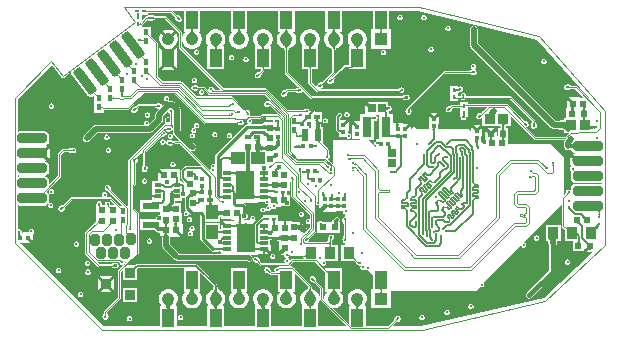
<source format=gbl>
G04*
G04 #@! TF.GenerationSoftware,Altium Limited,Altium Designer,23.3.1 (30)*
G04*
G04 Layer_Physical_Order=6*
G04 Layer_Color=16711680*
%FSLAX25Y25*%
%MOIN*%
G70*
G04*
G04 #@! TF.SameCoordinates,B70FCE46-08B3-410F-AF2C-83C1FDED7243*
G04*
G04*
G04 #@! TF.FilePolarity,Positive*
G04*
G01*
G75*
%ADD11C,0.00394*%
%ADD12C,0.00787*%
%ADD13C,0.00591*%
%ADD14C,0.00492*%
%ADD16C,0.01000*%
%ADD18C,0.00000*%
%ADD23R,0.02165X0.02165*%
%ADD24R,0.01788X0.01428*%
%ADD28R,0.01378X0.00984*%
G04:AMPARAMS|DCode=30|XSize=31.5mil|YSize=98.43mil|CornerRadius=7.87mil|HoleSize=0mil|Usage=FLASHONLY|Rotation=217.000|XOffset=0mil|YOffset=0mil|HoleType=Round|Shape=RoundedRectangle|*
%AMROUNDEDRECTD30*
21,1,0.03150,0.08268,0,0,217.0*
21,1,0.01575,0.09843,0,0,217.0*
1,1,0.01575,-0.03117,0.02828*
1,1,0.01575,-0.01859,0.03775*
1,1,0.01575,0.03117,-0.02828*
1,1,0.01575,0.01859,-0.03775*
%
%ADD30ROUNDEDRECTD30*%
%ADD34R,0.00984X0.01378*%
%ADD35R,0.02165X0.02165*%
%ADD39R,0.01378X0.01575*%
%ADD46R,0.03543X0.03937*%
%ADD47R,0.02254X0.02423*%
%ADD48R,0.02423X0.02254*%
%ADD58R,0.01428X0.01788*%
%ADD65R,0.01772X0.01378*%
%ADD68R,0.01378X0.01772*%
%ADD109C,0.00727*%
%ADD112C,0.01181*%
%ADD117C,0.00295*%
%ADD118C,0.00421*%
%ADD119C,0.01968*%
%ADD120C,0.01575*%
%ADD122C,0.04134*%
%ADD123R,0.04134X0.04134*%
%ADD124C,0.09843*%
%ADD125C,0.00787*%
%ADD126C,0.01181*%
%ADD127C,0.01575*%
%ADD128C,0.01968*%
%ADD132R,0.02362X0.01968*%
G04:AMPARAMS|DCode=133|XSize=31.5mil|YSize=98.43mil|CornerRadius=7.87mil|HoleSize=0mil|Usage=FLASHONLY|Rotation=90.000|XOffset=0mil|YOffset=0mil|HoleType=Round|Shape=RoundedRectangle|*
%AMROUNDEDRECTD133*
21,1,0.03150,0.08268,0,0,90.0*
21,1,0.01575,0.09843,0,0,90.0*
1,1,0.01575,0.04134,0.00787*
1,1,0.01575,0.04134,-0.00787*
1,1,0.01575,-0.04134,-0.00787*
1,1,0.01575,-0.04134,0.00787*
%
%ADD133ROUNDEDRECTD133*%
%ADD134R,0.05709X0.02362*%
%ADD135R,0.01870X0.01181*%
%ADD136R,0.02165X0.01772*%
%ADD137R,0.01772X0.02165*%
G04:AMPARAMS|DCode=138|XSize=31.5mil|YSize=39.37mil|CornerRadius=7.87mil|HoleSize=0mil|Usage=FLASHONLY|Rotation=180.000|XOffset=0mil|YOffset=0mil|HoleType=Round|Shape=RoundedRectangle|*
%AMROUNDEDRECTD138*
21,1,0.03150,0.02362,0,0,180.0*
21,1,0.01575,0.03937,0,0,180.0*
1,1,0.01575,-0.00787,0.01181*
1,1,0.01575,0.00787,0.01181*
1,1,0.01575,0.00787,-0.01181*
1,1,0.01575,-0.00787,-0.01181*
%
%ADD138ROUNDEDRECTD138*%
%ADD139R,0.01822X0.02182*%
%ADD140R,0.02182X0.01822*%
%ADD141R,0.01772X0.01772*%
%ADD142R,0.01968X0.03937*%
%ADD143R,0.02780X0.02975*%
%ADD144R,0.03150X0.07087*%
%ADD145R,0.02775X0.02598*%
%ADD146R,0.02559X0.01181*%
%ADD147R,0.06102X0.09764*%
%ADD148R,0.04560X0.03985*%
%ADD149R,0.03347X0.03347*%
%ADD150R,0.03985X0.04560*%
%ADD151R,0.03937X0.06299*%
%ADD152R,0.01968X0.01968*%
%ADD153R,0.03567X0.03379*%
G36*
X-43033Y52728D02*
X-43023Y52703D01*
X-43008Y52681D01*
X-42987Y52661D01*
X-42959Y52645D01*
X-42925Y52632D01*
X-42885Y52622D01*
X-42839Y52614D01*
X-42787Y52610D01*
X-42728Y52608D01*
Y52313D01*
X-42787Y52311D01*
X-42839Y52307D01*
X-42885Y52300D01*
X-42925Y52289D01*
X-42959Y52276D01*
X-42987Y52260D01*
X-43008Y52241D01*
X-43023Y52219D01*
X-43033Y52193D01*
X-43036Y52165D01*
Y52756D01*
X-43033Y52728D01*
D02*
G37*
G36*
X-40796Y50688D02*
X-40693Y50603D01*
X-40642Y50568D01*
X-40591Y50539D01*
X-40541Y50515D01*
X-40491Y50496D01*
X-40442Y50483D01*
X-40392Y50475D01*
X-40343Y50472D01*
Y50177D01*
X-40392Y50174D01*
X-40442Y50166D01*
X-40491Y50153D01*
X-40541Y50134D01*
X-40591Y50111D01*
X-40642Y50081D01*
X-40693Y50047D01*
X-40744Y50007D01*
X-40796Y49962D01*
X-40848Y49911D01*
Y50738D01*
X-40796Y50688D01*
D02*
G37*
G36*
X-41691Y49911D02*
X-41743Y49962D01*
X-41846Y50047D01*
X-41897Y50081D01*
X-41948Y50111D01*
X-41998Y50134D01*
X-42048Y50153D01*
X-42097Y50166D01*
X-42147Y50174D01*
X-42196Y50177D01*
Y50472D01*
X-42147Y50475D01*
X-42097Y50483D01*
X-42048Y50496D01*
X-41998Y50515D01*
X-41948Y50539D01*
X-41897Y50568D01*
X-41846Y50603D01*
X-41795Y50642D01*
X-41743Y50688D01*
X-41691Y50738D01*
Y49911D01*
D02*
G37*
G36*
X-32361Y50585D02*
X-32320Y50556D01*
X-32276Y50530D01*
X-32228Y50508D01*
X-32175Y50490D01*
X-32119Y50475D01*
X-32058Y50463D01*
X-31994Y50455D01*
X-31925Y50450D01*
X-31853Y50449D01*
X-32438Y49865D01*
X-32438Y49937D01*
X-32451Y50070D01*
X-32463Y50130D01*
X-32478Y50187D01*
X-32496Y50239D01*
X-32519Y50288D01*
X-32544Y50332D01*
X-32574Y50373D01*
X-32606Y50409D01*
X-32397Y50618D01*
X-32361Y50585D01*
D02*
G37*
G36*
X-31975Y45372D02*
Y40551D01*
X-31835Y40212D01*
X-17890Y26267D01*
X-19995D01*
X-20006Y26299D01*
X-20007Y26304D01*
X-20007Y26313D01*
X-20008Y26316D01*
X-20009Y26323D01*
X-20013Y26330D01*
X-20015Y26336D01*
X-20019Y26342D01*
X-20021Y26348D01*
X-20022Y26356D01*
X-20030Y26433D01*
X-20030Y26480D01*
X-20125Y26700D01*
X-20217Y26923D01*
X-20222Y26924D01*
X-20224Y26929D01*
X-20447Y27018D01*
X-20620Y27089D01*
X-20758Y27227D01*
X-21084Y27362D01*
X-21436D01*
X-21762Y27227D01*
X-22011Y26978D01*
X-22146Y26653D01*
Y26300D01*
X-23099Y27254D01*
X-23438Y27394D01*
X-25399D01*
X-25420Y27466D01*
X-25435Y27473D01*
X-25440Y27489D01*
X-25648Y27589D01*
X-25851Y27698D01*
X-25854Y27698D01*
X-25857Y27701D01*
X-25874Y27718D01*
X-25907Y27757D01*
X-26120Y27866D01*
X-26331Y27979D01*
X-26337Y27977D01*
X-26342Y27980D01*
X-26570Y27907D01*
X-26727Y27859D01*
X-27031D01*
X-27356Y27724D01*
X-27606Y27475D01*
X-27740Y27150D01*
Y26797D01*
X-27606Y26472D01*
X-27356Y26222D01*
X-27031Y26087D01*
X-26919D01*
X-26763Y26004D01*
X-26559Y25886D01*
X-26549Y25889D01*
X-26539Y25884D01*
X-26314Y25952D01*
X-26086Y26013D01*
X-25989Y26088D01*
X-25966Y26104D01*
X-25943Y26117D01*
X-25926Y26126D01*
X-25919Y26129D01*
X-25914Y26129D01*
X-25909Y26131D01*
X-25898Y26133D01*
X-25892Y26136D01*
X-25889Y26137D01*
X-25879Y26144D01*
X-25870Y26149D01*
X-25734Y26214D01*
X-25543Y26271D01*
X-25519Y26317D01*
X-25472Y26339D01*
X-25438Y26435D01*
X-23637D01*
X-22059Y24858D01*
X-21720Y24717D01*
X-3545D01*
X3398Y17774D01*
Y17588D01*
X-1077Y22064D01*
X-1234Y22129D01*
X-1269Y22170D01*
X-1316Y22302D01*
X-1419Y22351D01*
X-1492Y22438D01*
X-1632Y22451D01*
X-1727Y22496D01*
X-1748Y22508D01*
X-1755Y22509D01*
X-1759Y22511D01*
X-1772Y22511D01*
X-1829Y22528D01*
X-1844Y22534D01*
X-2000Y22606D01*
X-2053Y22635D01*
X-2053Y22635D01*
X-2053D01*
X-2054Y22636D01*
X-2298Y22660D01*
X-2540Y22684D01*
X-2540Y22684D01*
X-2541Y22684D01*
X-2731Y22528D01*
X-2860Y22423D01*
X-3143Y22306D01*
X-3393Y22057D01*
X-3527Y21731D01*
Y21379D01*
X-3393Y21053D01*
X-3143Y20804D01*
X-2818Y20669D01*
X-2465D01*
X-2363Y20711D01*
X-2187Y20694D01*
X-1952Y20663D01*
X-1944Y20669D01*
X-1935Y20668D01*
X-1752Y20818D01*
X-1564Y20962D01*
X-1559Y20971D01*
X-1507Y20967D01*
X-1414Y21044D01*
X2744Y16886D01*
Y16572D01*
X2362Y16954D01*
Y17224D01*
X2092D01*
X1359Y17957D01*
X1020Y18098D01*
X-4165D01*
X-4504Y17957D01*
X-4905Y17556D01*
X-8455D01*
X-8206Y17805D01*
X-8071Y18131D01*
Y18483D01*
X-8206Y18809D01*
X-8208Y18811D01*
X-8228Y18956D01*
X-8257Y19194D01*
X-8262Y19197D01*
X-8262Y19204D01*
X-8453Y19348D01*
X-8641Y19496D01*
X-8775Y19533D01*
X-8809Y19544D01*
X-8889Y19576D01*
X-8904Y19584D01*
X-8917Y19591D01*
X-8919Y19592D01*
X-8929Y19602D01*
X-8933Y19603D01*
X-8939Y19608D01*
X-8964Y19614D01*
X-9072Y19653D01*
X-9192Y19746D01*
X-9294Y19732D01*
X-9390Y19767D01*
X-9484Y19723D01*
X-13722Y23961D01*
X-14061Y24102D01*
X-25982D01*
X-30846Y28965D01*
X-31185Y29105D01*
X-37187D01*
X-38989Y30907D01*
Y42028D01*
X-39088Y42267D01*
X-39129Y42367D01*
X-41043Y44280D01*
Y47343D01*
X-44114D01*
Y47952D01*
X-44083Y48032D01*
X-43992Y48251D01*
Y48360D01*
X-42633Y49719D01*
X-42437Y49638D01*
X-42282Y49563D01*
X-42278Y49560D01*
X-42271Y49554D01*
X-42268Y49553D01*
X-42263Y49549D01*
X-42254Y49547D01*
X-42249Y49543D01*
X-42242Y49542D01*
X-42237Y49539D01*
X-42230Y49535D01*
X-42170Y49485D01*
X-42137Y49453D01*
X-41913Y49364D01*
X-41691Y49272D01*
X-41687Y49274D01*
X-41682Y49272D01*
X-41461Y49367D01*
X-41289Y49439D01*
X-41251D01*
X-41078Y49367D01*
X-40857Y49272D01*
X-40852Y49274D01*
X-40848Y49272D01*
X-40626Y49364D01*
X-40402Y49453D01*
X-40362Y49492D01*
X-40337Y49514D01*
X-40317Y49529D01*
X-40302Y49539D01*
X-40298Y49542D01*
X-40290Y49543D01*
X-40285Y49547D01*
X-40276Y49549D01*
X-40271Y49553D01*
X-40268Y49554D01*
X-40262Y49560D01*
X-40258Y49563D01*
X-40103Y49638D01*
X-39891Y49725D01*
X-39884Y49742D01*
X-39868Y49750D01*
X-39834Y49845D01*
X-36448D01*
X-31975Y45372D01*
D02*
G37*
G36*
X-44922Y48655D02*
X-44914Y48632D01*
X-44899Y48612D01*
X-44878Y48595D01*
X-44852Y48580D01*
X-44819Y48568D01*
X-44781Y48558D01*
X-44737Y48552D01*
X-44687Y48548D01*
X-44631Y48546D01*
Y48251D01*
X-44687Y48250D01*
X-44737Y48246D01*
X-44781Y48239D01*
X-44819Y48230D01*
X-44852Y48217D01*
X-44878Y48203D01*
X-44899Y48185D01*
X-44914Y48165D01*
X-44922Y48142D01*
X-44925Y48117D01*
Y48681D01*
X-44922Y48655D01*
D02*
G37*
G36*
X35789Y46477D02*
X35756Y46464D01*
X35726Y46444D01*
X35701Y46416D01*
X35679Y46379D01*
X35661Y46335D01*
X35648Y46282D01*
X35638Y46221D01*
X35632Y46152D01*
X35630Y46075D01*
X35236D01*
X35234Y46152D01*
X35228Y46221D01*
X35219Y46282D01*
X35205Y46335D01*
X35187Y46379D01*
X35165Y46416D01*
X35140Y46444D01*
X35110Y46464D01*
X35077Y46477D01*
X35039Y46481D01*
X35827D01*
X35789Y46477D01*
D02*
G37*
G36*
X35632Y45685D02*
X35638Y45619D01*
X35648Y45559D01*
X35661Y45507D01*
X35679Y45461D01*
X35701Y45422D01*
X35726Y45390D01*
X35750Y45370D01*
X35756Y45366D01*
X35789Y45354D01*
X35827Y45350D01*
X35784D01*
X35789Y45347D01*
X35827Y45336D01*
X35039D01*
X35077Y45347D01*
X35082Y45350D01*
X35039D01*
X35077Y45354D01*
X35110Y45366D01*
X35116Y45370D01*
X35140Y45390D01*
X35165Y45422D01*
X35187Y45461D01*
X35205Y45507D01*
X35219Y45559D01*
X35228Y45619D01*
X35234Y45685D01*
X35236Y45758D01*
X35630D01*
X35632Y45685D01*
D02*
G37*
G36*
X19894Y46481D02*
X20079D01*
X20041Y46477D01*
X20008Y46464D01*
X19978Y46444D01*
X19953Y46416D01*
X19931Y46379D01*
X19925Y46365D01*
X19932Y46341D01*
X19994Y46190D01*
X20082Y46027D01*
X20194Y45851D01*
X20332Y45663D01*
X20682Y45248D01*
X20894Y45022D01*
X21132Y44783D01*
X18238D01*
X18476Y45022D01*
X19038Y45663D01*
X19176Y45851D01*
X19288Y46027D01*
X19376Y46190D01*
X19438Y46341D01*
X19445Y46365D01*
X19439Y46379D01*
X19417Y46416D01*
X19392Y46444D01*
X19362Y46464D01*
X19329Y46477D01*
X19291Y46481D01*
X19476D01*
X19488Y46605D01*
X19882D01*
X19894Y46481D01*
D02*
G37*
G36*
X4146D02*
X4331D01*
X4293Y46477D01*
X4260Y46464D01*
X4230Y46444D01*
X4205Y46416D01*
X4183Y46379D01*
X4177Y46365D01*
X4184Y46341D01*
X4246Y46190D01*
X4334Y46027D01*
X4446Y45851D01*
X4584Y45663D01*
X4934Y45248D01*
X5146Y45022D01*
X5384Y44783D01*
X2490D01*
X2728Y45022D01*
X3290Y45663D01*
X3428Y45851D01*
X3540Y46027D01*
X3628Y46190D01*
X3690Y46341D01*
X3697Y46365D01*
X3691Y46379D01*
X3669Y46416D01*
X3644Y46444D01*
X3614Y46464D01*
X3581Y46477D01*
X3543Y46481D01*
X3728D01*
X3740Y46605D01*
X4134D01*
X4146Y46481D01*
D02*
G37*
G36*
X-11602D02*
X-11417D01*
X-11455Y46477D01*
X-11488Y46464D01*
X-11518Y46444D01*
X-11543Y46416D01*
X-11565Y46379D01*
X-11571Y46365D01*
X-11564Y46341D01*
X-11502Y46190D01*
X-11414Y46027D01*
X-11302Y45851D01*
X-11164Y45663D01*
X-10814Y45248D01*
X-10602Y45022D01*
X-10364Y44783D01*
X-13258D01*
X-13020Y45022D01*
X-12458Y45663D01*
X-12320Y45851D01*
X-12208Y46027D01*
X-12120Y46190D01*
X-12058Y46341D01*
X-12051Y46365D01*
X-12057Y46379D01*
X-12079Y46416D01*
X-12104Y46444D01*
X-12134Y46464D01*
X-12167Y46477D01*
X-12205Y46481D01*
X-12020D01*
X-12008Y46605D01*
X-11614D01*
X-11602Y46481D01*
D02*
G37*
G36*
X-27398Y46491D02*
X-27395Y46481D01*
X-27264D01*
X-27292Y46478D01*
X-27317Y46468D01*
X-27339Y46453D01*
X-27358Y46431D01*
X-27373Y46406D01*
X-27359Y46359D01*
X-27294Y46213D01*
X-27204Y46052D01*
X-27087Y45876D01*
X-26944Y45687D01*
X-26580Y45264D01*
X-26112Y44783D01*
X-29006D01*
X-28759Y45031D01*
X-28174Y45687D01*
X-28032Y45876D01*
X-27915Y46052D01*
X-27824Y46213D01*
X-27759Y46359D01*
X-27745Y46406D01*
X-27760Y46431D01*
X-27779Y46453D01*
X-27801Y46468D01*
X-27826Y46478D01*
X-27854Y46481D01*
X-27723D01*
X-27720Y46491D01*
X-27707Y46609D01*
X-27411D01*
X-27398Y46491D01*
D02*
G37*
G36*
X-43578Y42584D02*
X-43581Y42612D01*
X-43591Y42638D01*
X-43606Y42660D01*
X-43628Y42679D01*
X-43655Y42695D01*
X-43689Y42708D01*
X-43729Y42719D01*
X-43775Y42726D01*
X-43827Y42731D01*
X-43886Y42732D01*
Y43027D01*
X-43827Y43029D01*
X-43775Y43033D01*
X-43729Y43040D01*
X-43689Y43051D01*
X-43655Y43064D01*
X-43628Y43080D01*
X-43606Y43100D01*
X-43591Y43122D01*
X-43581Y43147D01*
X-43578Y43175D01*
Y42584D01*
D02*
G37*
G36*
X-44670Y43242D02*
X-44567Y43158D01*
X-44516Y43123D01*
X-44465Y43094D01*
X-44415Y43070D01*
X-44365Y43051D01*
X-44315Y43038D01*
X-44266Y43030D01*
X-44217Y43027D01*
Y42732D01*
X-44266Y42729D01*
X-44315Y42721D01*
X-44365Y42708D01*
X-44415Y42689D01*
X-44465Y42665D01*
X-44516Y42636D01*
X-44567Y42602D01*
X-44618Y42562D01*
X-44670Y42517D01*
X-44722Y42466D01*
Y43293D01*
X-44670Y43242D01*
D02*
G37*
G36*
X87412Y43012D02*
X104662Y23635D01*
X104621D01*
X100735Y27521D01*
X100397Y27661D01*
X98802D01*
X98768Y27757D01*
X98751Y27764D01*
X98744Y27782D01*
X98533Y27869D01*
X98378Y27943D01*
X98374Y27947D01*
X98368Y27953D01*
X98365Y27954D01*
X98360Y27958D01*
X98351Y27960D01*
X98346Y27963D01*
X98338Y27964D01*
X98333Y27967D01*
X98327Y27972D01*
X98267Y28021D01*
X98234Y28054D01*
X98010Y28143D01*
X97788Y28235D01*
X97783Y28233D01*
X97779Y28235D01*
X97558Y28139D01*
X97385Y28068D01*
X97190D01*
X96864Y27933D01*
X96615Y27684D01*
X96480Y27358D01*
Y27006D01*
X96615Y26680D01*
X96864Y26431D01*
X97190Y26296D01*
X97385D01*
X97558Y26225D01*
X97779Y26129D01*
X97783Y26131D01*
X97788Y26129D01*
X98010Y26221D01*
X98234Y26310D01*
X98273Y26349D01*
X98299Y26371D01*
X98319Y26387D01*
X98333Y26397D01*
X98338Y26400D01*
X98346Y26401D01*
X98351Y26404D01*
X98360Y26406D01*
X98365Y26410D01*
X98368Y26412D01*
X98374Y26417D01*
X98378Y26421D01*
X98533Y26495D01*
X98744Y26582D01*
X98751Y26600D01*
X98768Y26608D01*
X98802Y26703D01*
X100198D01*
X103265Y23635D01*
X101730D01*
Y23848D01*
X98014D01*
X99788Y22074D01*
X99081Y21367D01*
X97307Y23141D01*
Y20361D01*
X97245D01*
Y16928D01*
X96375D01*
Y16207D01*
X96323Y16193D01*
X96125Y16157D01*
X95547Y16108D01*
X95194Y16102D01*
X94975Y16006D01*
X94754Y15915D01*
X94751Y15909D01*
X94746Y15907D01*
X94697Y15783D01*
X93739D01*
X67723Y41799D01*
Y46440D01*
X67624Y46939D01*
X67341Y47363D01*
X66918Y47645D01*
X66419Y47745D01*
X65919Y47645D01*
X65496Y47363D01*
X65213Y46939D01*
X65114Y46440D01*
Y41258D01*
X65213Y40759D01*
X65496Y40336D01*
X92276Y13556D01*
X92699Y13273D01*
X93199Y13174D01*
X94697D01*
X94745Y13051D01*
X94751Y13048D01*
X94754Y13042D01*
X94974Y12951D01*
X95193Y12855D01*
X95553Y12848D01*
X95855Y12829D01*
X96109Y12798D01*
X96312Y12758D01*
X96375Y12739D01*
Y11974D01*
X98107D01*
X96722Y10589D01*
X87106D01*
X83916Y13780D01*
X84035D01*
X84360Y13914D01*
X84609Y14164D01*
X84744Y14489D01*
Y14842D01*
X84609Y15167D01*
X84471Y15305D01*
X84400Y15478D01*
X84311Y15701D01*
X84306Y15703D01*
X84304Y15708D01*
X84082Y15800D01*
X83861Y15895D01*
X83806Y15896D01*
X83772Y15898D01*
X83747Y15901D01*
X83730Y15904D01*
X83724Y15906D01*
X83718Y15910D01*
X83712Y15912D01*
X83705Y15916D01*
X83698Y15917D01*
X83695Y15918D01*
X83686Y15919D01*
X83681Y15919D01*
X83519Y15976D01*
X83308Y16064D01*
X83291Y16057D01*
X83273Y16063D01*
X83182Y16019D01*
X77714Y21488D01*
X77375Y21628D01*
X64371D01*
X64370Y21631D01*
Y22244D01*
X61811D01*
Y21250D01*
X61810Y21247D01*
X59068D01*
X58729Y21107D01*
X58607Y20985D01*
X58516Y21029D01*
X58499Y21022D01*
X58481Y21030D01*
X58270Y20942D01*
X58108Y20885D01*
X58104Y20884D01*
X58094Y20884D01*
X58091Y20883D01*
X58085Y20882D01*
X58077Y20877D01*
X58071Y20876D01*
X58065Y20872D01*
X58060Y20870D01*
X58052Y20869D01*
X57974Y20861D01*
X57928Y20861D01*
X57707Y20765D01*
X57485Y20674D01*
X57483Y20669D01*
X57478Y20667D01*
X57390Y20444D01*
X57318Y20271D01*
X57180Y20133D01*
X57045Y19807D01*
Y19455D01*
X57180Y19129D01*
X57429Y18880D01*
X57755Y18745D01*
X58107D01*
X58433Y18880D01*
X58571Y19018D01*
X58744Y19090D01*
X58967Y19179D01*
X58969Y19183D01*
X58973Y19185D01*
X59065Y19407D01*
X59161Y19628D01*
X59161Y19684D01*
X59164Y19717D01*
X59167Y19742D01*
X59170Y19760D01*
X59171Y19765D01*
X59176Y19771D01*
X59177Y19777D01*
X59182Y19785D01*
X59183Y19792D01*
X59184Y19794D01*
X59184Y19804D01*
X59185Y19808D01*
X59242Y19970D01*
X59329Y20181D01*
X59322Y20199D01*
X59329Y20216D01*
X59294Y20288D01*
X61810D01*
X61811Y20286D01*
Y19291D01*
Y17126D01*
X62073D01*
Y16950D01*
X62208Y16624D01*
X62457Y16375D01*
X62782Y16240D01*
X63135D01*
X63460Y16375D01*
X63710Y16624D01*
X63844Y16950D01*
Y17052D01*
X63885Y17126D01*
X64370D01*
Y19291D01*
Y20667D01*
X64371Y20670D01*
X70808D01*
X69347Y19209D01*
X69078D01*
Y18940D01*
X68812Y18674D01*
X68721Y18718D01*
X68704Y18712D01*
X68687Y18719D01*
X68476Y18631D01*
X68313Y18574D01*
X68309Y18574D01*
X68300Y18573D01*
X68297Y18572D01*
X68290Y18571D01*
X68282Y18567D01*
X68276Y18565D01*
X68270Y18561D01*
X68265Y18559D01*
X68257Y18558D01*
X68180Y18551D01*
X68133Y18550D01*
X67912Y18455D01*
X67690Y18363D01*
X67688Y18358D01*
X67684Y18356D01*
X67595Y18133D01*
X67523Y17960D01*
X67385Y17822D01*
X67251Y17496D01*
Y17144D01*
X67385Y16818D01*
X67635Y16569D01*
X67960Y16434D01*
X68313D01*
X68638Y16569D01*
X68776Y16707D01*
X68949Y16779D01*
X69078Y16830D01*
Y14255D01*
X75152D01*
X75153Y14251D01*
X75249Y14034D01*
X75317Y13870D01*
X75249Y13705D01*
X75153Y13489D01*
X75152Y13484D01*
X74311D01*
Y10788D01*
X74130D01*
Y12990D01*
X72499Y11359D01*
X72146Y11713D01*
X71792Y11359D01*
X70161Y12990D01*
Y9728D01*
X70314D01*
Y8366D01*
X69847D01*
X68824Y9389D01*
Y10820D01*
X69037D01*
Y13901D01*
X67676Y12540D01*
X67323Y12894D01*
X66969Y12540D01*
X65609Y13901D01*
Y12604D01*
X64827Y13386D01*
X54553D01*
Y14757D01*
X54765D01*
Y17838D01*
X53405Y16477D01*
X53051Y16831D01*
X52698Y16477D01*
X51337Y17838D01*
Y14757D01*
X51550D01*
Y13386D01*
X47244D01*
X46555Y14075D01*
X45318Y12837D01*
Y14329D01*
X43957Y12969D01*
X43250Y13676D01*
X44611Y15036D01*
X42757D01*
Y15100D01*
X39510D01*
Y18346D01*
X38180D01*
X38180Y18350D01*
X38084Y18567D01*
X37993Y18786D01*
X37985Y18789D01*
X37981Y18797D01*
X37913Y18824D01*
Y19046D01*
X37918Y19046D01*
X37943Y19057D01*
X37960Y19056D01*
X37983Y19075D01*
X38092Y19124D01*
X38094Y19124D01*
X38094Y19125D01*
X38134Y19142D01*
X38256Y19193D01*
X38365D01*
X38691Y19328D01*
X38940Y19577D01*
X39075Y19903D01*
Y20255D01*
X38940Y20581D01*
X38691Y20830D01*
X38365Y20965D01*
X38256D01*
X38134Y21015D01*
X37918Y21111D01*
X37913Y21112D01*
Y22165D01*
X34760D01*
Y22378D01*
X30692D01*
X32637Y20432D01*
X31930Y19725D01*
X29985Y21670D01*
Y18346D01*
X28486D01*
Y15889D01*
X26373D01*
X27734Y14529D01*
X27027Y13822D01*
X25666Y15182D01*
Y12101D01*
X25879D01*
Y9918D01*
X28486D01*
Y9684D01*
X33211D01*
Y15945D01*
X33273Y15972D01*
X33445Y16043D01*
X33641D01*
X33966Y16178D01*
X34216Y16427D01*
X34350Y16753D01*
Y17105D01*
X34216Y17431D01*
X33966Y17680D01*
X33725Y17780D01*
X34760D01*
Y17992D01*
X34785D01*
Y9792D01*
X33754D01*
Y9352D01*
X33661Y9314D01*
X33412Y9065D01*
X33277Y8739D01*
Y8387D01*
X33412Y8061D01*
X33661Y7812D01*
X33754Y7773D01*
Y7255D01*
X31425Y9583D01*
X19311D01*
Y1594D01*
X17745Y3160D01*
X17965Y3251D01*
X18159Y3445D01*
X18232Y3620D01*
X18268Y3632D01*
X18279Y3655D01*
X18302Y3664D01*
X18388Y3870D01*
X18406Y3907D01*
X18428Y3932D01*
X18428Y3942D01*
X18461Y3989D01*
X18458Y4009D01*
X18488Y4069D01*
X18480Y4093D01*
X18490Y4117D01*
X18418Y4288D01*
X18423Y4308D01*
X18429Y4327D01*
X18429Y4334D01*
X18429Y4336D01*
X18429Y4339D01*
X18429Y4341D01*
X18427Y4351D01*
X18425Y4387D01*
X18425Y4414D01*
X18329Y4634D01*
X18237Y4856D01*
X18233Y4858D01*
X18231Y4863D01*
X18122Y4906D01*
Y6083D01*
X18042Y6277D01*
X17962Y6470D01*
X16016Y8417D01*
X16093D01*
Y13928D01*
X15569D01*
X15554Y14117D01*
X15551Y14321D01*
X15455Y14541D01*
X15364Y14762D01*
X15358Y14764D01*
X15356Y14770D01*
X15224Y14822D01*
Y15174D01*
X15156Y15520D01*
X15128Y15560D01*
X15926D01*
Y18957D01*
X13349D01*
Y19169D01*
X11591D01*
Y19428D01*
X11457Y19754D01*
X11207Y20003D01*
X10882Y20138D01*
X10529D01*
X10204Y20003D01*
X9955Y19754D01*
X9945Y19732D01*
X4467D01*
X-2518Y26717D01*
X-2857Y26857D01*
X-17124D01*
X-31017Y40750D01*
Y45571D01*
X-31157Y45910D01*
X-35911Y50664D01*
X-36250Y50804D01*
X-39834D01*
X-39868Y50899D01*
X-39884Y50907D01*
X-39891Y50924D01*
X-40103Y51012D01*
X-40258Y51086D01*
X-40262Y51089D01*
X-40268Y51095D01*
X-40271Y51096D01*
X-40276Y51100D01*
X-40285Y51103D01*
X-40290Y51106D01*
X-40298Y51107D01*
X-40302Y51110D01*
X-40309Y51114D01*
X-40369Y51164D01*
X-40402Y51196D01*
X-40626Y51285D01*
X-40848Y51377D01*
X-40852Y51375D01*
X-40857Y51377D01*
X-41078Y51282D01*
X-41251Y51210D01*
X-41289D01*
X-41461Y51282D01*
X-41682Y51377D01*
X-41687Y51375D01*
X-41691Y51377D01*
X-41913Y51285D01*
X-42137Y51196D01*
X-42177Y51157D01*
X-42202Y51136D01*
X-42222Y51120D01*
X-42237Y51110D01*
X-42242Y51107D01*
X-42249Y51106D01*
X-42254Y51103D01*
X-42263Y51100D01*
X-42268Y51096D01*
X-42271Y51095D01*
X-42278Y51089D01*
X-42282Y51086D01*
X-42437Y51012D01*
X-42648Y50924D01*
X-42655Y50907D01*
X-42672Y50899D01*
X-42705Y50804D01*
X-42705D01*
X-43044Y50664D01*
X-44114Y49594D01*
Y51181D01*
X-42224D01*
Y51979D01*
X-42223Y51981D01*
X-34647D01*
X-33201Y50535D01*
X-33244Y50444D01*
X-33238Y50426D01*
X-33245Y50409D01*
X-33158Y50198D01*
X-33101Y50036D01*
X-33100Y50032D01*
X-33100Y50022D01*
X-33099Y50019D01*
X-33098Y50012D01*
X-33093Y50005D01*
X-33092Y49999D01*
X-33088Y49993D01*
X-33086Y49987D01*
X-33085Y49979D01*
X-33077Y49902D01*
X-33077Y49856D01*
X-32981Y49635D01*
X-32889Y49413D01*
X-32885Y49411D01*
X-32883Y49406D01*
X-32660Y49317D01*
X-32487Y49246D01*
X-32349Y49108D01*
X-32023Y48973D01*
X-31671D01*
X-31345Y49108D01*
X-31096Y49357D01*
X-30961Y49683D01*
Y50035D01*
X-31096Y50361D01*
X-31234Y50499D01*
X-31306Y50671D01*
X-31394Y50895D01*
X-31399Y50897D01*
X-31401Y50901D01*
X-31623Y50993D01*
X-31844Y51088D01*
X-31900Y51089D01*
X-31933Y51091D01*
X-31958Y51095D01*
X-31975Y51098D01*
X-31981Y51099D01*
X-31987Y51104D01*
X-31993Y51105D01*
X-32001Y51110D01*
X-32007Y51111D01*
X-32010Y51112D01*
X-32019Y51112D01*
X-32024Y51113D01*
X-32186Y51170D01*
X-32397Y51257D01*
X-32415Y51250D01*
X-32432Y51256D01*
X-32523Y51213D01*
X-33846Y52536D01*
X-30315D01*
Y45669D01*
X-29790D01*
X-30158Y45301D01*
X-30586Y44561D01*
X-30807Y43735D01*
Y42880D01*
X-30586Y42053D01*
X-30158Y41313D01*
X-29553Y40708D01*
X-28813Y40280D01*
X-27987Y40059D01*
X-27132D01*
X-26305Y40280D01*
X-25565Y40708D01*
X-24960Y41313D01*
X-24532Y42053D01*
X-24311Y42880D01*
Y43735D01*
X-24532Y44561D01*
X-24960Y45301D01*
X-25328Y45669D01*
X-24803D01*
Y52536D01*
X-14567D01*
Y45669D01*
X-14042D01*
X-14410Y45301D01*
X-14838Y44561D01*
X-15059Y43735D01*
Y42880D01*
X-14838Y42053D01*
X-14410Y41313D01*
X-13805Y40708D01*
X-13065Y40280D01*
X-12239Y40059D01*
X-11383D01*
X-10557Y40280D01*
X-9817Y40708D01*
X-9212Y41313D01*
X-8784Y42053D01*
X-8563Y42880D01*
Y43735D01*
X-8784Y44561D01*
X-9212Y45301D01*
X-9580Y45669D01*
X-9055D01*
Y52536D01*
X1181Y52536D01*
Y45669D01*
X1706D01*
X1338Y45301D01*
X910Y44561D01*
X689Y43735D01*
Y42880D01*
X910Y42053D01*
X1338Y41313D01*
X1943Y40708D01*
X2683Y40280D01*
X3029Y40188D01*
X3049Y40150D01*
X3084Y40066D01*
X3097Y40019D01*
X3104Y39946D01*
X3206Y39756D01*
X3288Y39557D01*
X3319Y39544D01*
X3335Y39515D01*
X3404Y39494D01*
Y32081D01*
X3560Y31705D01*
X8245Y27021D01*
X8224Y27029D01*
X8003Y27125D01*
X7998Y27123D01*
X7994Y27125D01*
X7772Y27033D01*
X7548Y26944D01*
X7508Y26905D01*
X7483Y26883D01*
X7463Y26867D01*
X7448Y26857D01*
X7443Y26854D01*
X7436Y26853D01*
X7431Y26850D01*
X7422Y26848D01*
X7417Y26844D01*
X7414Y26842D01*
X7407Y26836D01*
X7403Y26833D01*
X7248Y26759D01*
X7037Y26672D01*
X7030Y26654D01*
X7013Y26646D01*
X6980Y26551D01*
X4123D01*
X3784Y26411D01*
X3629Y26256D01*
X3538Y26299D01*
X3520Y26293D01*
X3503Y26300D01*
X3292Y26213D01*
X3130Y26155D01*
X3125Y26155D01*
X3116Y26155D01*
X3113Y26153D01*
X3107Y26152D01*
X3099Y26148D01*
X3093Y26147D01*
X3087Y26142D01*
X3081Y26141D01*
X3073Y26139D01*
X2996Y26132D01*
X2950Y26131D01*
X2729Y26036D01*
X2507Y25944D01*
X2505Y25940D01*
X2500Y25938D01*
X2411Y25714D01*
X2340Y25541D01*
X2202Y25403D01*
X2067Y25078D01*
Y24725D01*
X2202Y24400D01*
X2451Y24151D01*
X2777Y24016D01*
X3129D01*
X3455Y24151D01*
X3593Y24289D01*
X3765Y24360D01*
X3989Y24449D01*
X3991Y24454D01*
X3995Y24455D01*
X4087Y24678D01*
X4182Y24899D01*
X4183Y24954D01*
X4185Y24987D01*
X4189Y25013D01*
X4192Y25030D01*
X4193Y25036D01*
X4198Y25041D01*
X4199Y25047D01*
X4204Y25055D01*
X4205Y25062D01*
X4206Y25065D01*
X4206Y25074D01*
X4207Y25079D01*
X4264Y25241D01*
X4351Y25452D01*
X4344Y25469D01*
X4350Y25487D01*
X4307Y25578D01*
X4322Y25592D01*
X6980D01*
X7013Y25497D01*
X7030Y25490D01*
X7037Y25472D01*
X7248Y25385D01*
X7403Y25311D01*
X7407Y25307D01*
X7414Y25301D01*
X7417Y25300D01*
X7422Y25296D01*
X7431Y25294D01*
X7436Y25291D01*
X7443Y25289D01*
X7448Y25287D01*
X7455Y25282D01*
X7514Y25233D01*
X7548Y25200D01*
X7772Y25111D01*
X7994Y25019D01*
X7998Y25021D01*
X8003Y25019D01*
X8224Y25115D01*
X8396Y25186D01*
X8592D01*
X8917Y25321D01*
X9166Y25570D01*
X9301Y25896D01*
Y25964D01*
X11921Y23344D01*
X12298Y23188D01*
X27994D01*
X27994Y23188D01*
X42838D01*
X42876Y23086D01*
X42966Y23045D01*
X43027Y22967D01*
X43181Y22949D01*
X43323Y22885D01*
X43355Y22884D01*
X43369Y22882D01*
X43384Y22880D01*
X43401Y22877D01*
X43419Y22872D01*
X43439Y22865D01*
X43454Y22859D01*
X43519Y22828D01*
X43553Y22808D01*
X43792Y22777D01*
X44031Y22743D01*
X44034Y22746D01*
X44038Y22746D01*
X44229Y22893D01*
X44348Y22982D01*
X44352D01*
X44678Y23117D01*
X44927Y23366D01*
X45062Y23692D01*
Y24044D01*
X44927Y24370D01*
X44678Y24619D01*
X44352Y24754D01*
X44000D01*
X43924Y24723D01*
X43757Y24746D01*
X43527Y24787D01*
X43517Y24780D01*
X43505Y24782D01*
X43317Y24641D01*
X43177Y24543D01*
X43137Y24524D01*
X43063Y24533D01*
X42923Y24424D01*
X42762Y24349D01*
X42736Y24279D01*
X42704Y24253D01*
X27994D01*
X27994Y24253D01*
X12519D01*
X4470Y32302D01*
Y39494D01*
X4539Y39515D01*
X4555Y39544D01*
X4586Y39557D01*
X4668Y39756D01*
X4770Y39946D01*
X4777Y40019D01*
X4790Y40066D01*
X4825Y40150D01*
X4845Y40188D01*
X5191Y40280D01*
X5931Y40708D01*
X6536Y41313D01*
X6964Y42053D01*
X7185Y42880D01*
Y43735D01*
X6964Y44561D01*
X6536Y45301D01*
X6168Y45669D01*
X6693D01*
Y52536D01*
X16929D01*
Y45669D01*
X17454D01*
X17086Y45301D01*
X16658Y44561D01*
X16437Y43735D01*
Y42880D01*
X16658Y42053D01*
X17086Y41313D01*
X17691Y40708D01*
X18431Y40280D01*
X18812Y40178D01*
X18849Y40114D01*
X18884Y40034D01*
X18895Y39996D01*
X18902Y39935D01*
X19004Y39749D01*
X19085Y39553D01*
X19120Y39539D01*
X19138Y39506D01*
X19206Y39487D01*
Y32374D01*
X15657Y28826D01*
X15623Y28822D01*
X15554Y28855D01*
X15388Y28797D01*
X15212Y28779D01*
X15181Y28741D01*
X15166Y28744D01*
X14932Y28711D01*
X14696Y28684D01*
X14691Y28677D01*
X14682Y28676D01*
X14539Y28486D01*
X14430Y28348D01*
X14338Y28310D01*
X14088Y28061D01*
X13954Y27735D01*
Y27383D01*
X14088Y27057D01*
X14338Y26808D01*
X14663Y26673D01*
X15016D01*
X15316Y26798D01*
X15472Y26816D01*
X15711Y26839D01*
X15714Y26844D01*
X15720Y26844D01*
X15869Y27032D01*
X16021Y27218D01*
X16062Y27352D01*
X16074Y27389D01*
X16109Y27471D01*
X16117Y27488D01*
X16125Y27502D01*
X16128Y27506D01*
X16137Y27516D01*
X16139Y27520D01*
X16143Y27526D01*
X16150Y27550D01*
X16186Y27652D01*
X16277Y27765D01*
X16266Y27874D01*
X16303Y27977D01*
X16259Y28071D01*
X17704Y29516D01*
X17618Y29310D01*
Y28958D01*
X17753Y28632D01*
X18002Y28383D01*
X18328Y28248D01*
X18680D01*
X19006Y28383D01*
X19144Y28521D01*
X19317Y28593D01*
X19540Y28681D01*
X19542Y28686D01*
X19546Y28688D01*
X19638Y28910D01*
X19734Y29131D01*
X19734Y29186D01*
X19737Y29220D01*
X19740Y29245D01*
X19743Y29263D01*
X19745Y29268D01*
X19749Y29274D01*
X19750Y29280D01*
X19755Y29288D01*
X19756Y29294D01*
X19757Y29297D01*
X19757Y29307D01*
X19758Y29311D01*
X19815Y29473D01*
X19902Y29684D01*
X19895Y29702D01*
X19902Y29719D01*
X19858Y29810D01*
X23624Y33576D01*
X24803D01*
X24803Y33574D01*
Y33071D01*
X30315D01*
Y40945D01*
X29790D01*
X30158Y41313D01*
X30586Y42053D01*
X30807Y42880D01*
Y43735D01*
X30586Y44561D01*
X30158Y45301D01*
X29553Y45906D01*
X28813Y46334D01*
X27987Y46555D01*
X27132D01*
X26305Y46334D01*
X25565Y45906D01*
X24960Y45301D01*
X24532Y44561D01*
X24311Y43735D01*
Y42880D01*
X24532Y42053D01*
X24960Y41313D01*
X25328Y40945D01*
X24803D01*
Y34537D01*
X24802Y34534D01*
X23425D01*
X23186Y34435D01*
X23086Y34394D01*
X19180Y30488D01*
X19089Y30531D01*
X19072Y30525D01*
X19054Y30532D01*
X18843Y30445D01*
X18681Y30388D01*
X18677Y30387D01*
X18667Y30387D01*
X18664Y30386D01*
X18658Y30385D01*
X18650Y30380D01*
X18644Y30379D01*
X18638Y30375D01*
X18632Y30373D01*
X18625Y30371D01*
X18552Y30365D01*
X20024Y31837D01*
X20164Y32176D01*
Y39487D01*
X20232Y39506D01*
X20250Y39539D01*
X20285Y39553D01*
X20366Y39749D01*
X20468Y39935D01*
X20475Y39996D01*
X20486Y40034D01*
X20521Y40114D01*
X20558Y40178D01*
X20939Y40280D01*
X21679Y40708D01*
X22284Y41313D01*
X22712Y42053D01*
X22933Y42880D01*
Y43735D01*
X22712Y44561D01*
X22284Y45301D01*
X21916Y45669D01*
X22441D01*
Y52536D01*
X32677Y52536D01*
Y46555D01*
X32185D01*
Y40059D01*
X38681D01*
Y46555D01*
X38189D01*
Y52536D01*
X47888D01*
X87412Y43012D01*
D02*
G37*
G36*
X5146Y41592D02*
X4584Y40951D01*
X4446Y40763D01*
X4334Y40587D01*
X4246Y40424D01*
X4184Y40273D01*
X4146Y40135D01*
X4134Y40009D01*
X3740D01*
X3728Y40135D01*
X3690Y40273D01*
X3628Y40424D01*
X3540Y40587D01*
X3428Y40763D01*
X3290Y40951D01*
X2940Y41366D01*
X2728Y41592D01*
X2490Y41831D01*
X5384D01*
X5146Y41592D01*
D02*
G37*
G36*
X28759Y41583D02*
X28174Y40928D01*
X28032Y40738D01*
X27915Y40562D01*
X27824Y40402D01*
X27759Y40255D01*
X27747Y40214D01*
X27760Y40193D01*
X27779Y40172D01*
X27801Y40157D01*
X27826Y40148D01*
X27854Y40145D01*
X27726D01*
X27720Y40123D01*
X27707Y40005D01*
X27411D01*
X27398Y40123D01*
X27392Y40145D01*
X27264D01*
X27292Y40148D01*
X27317Y40157D01*
X27339Y40172D01*
X27358Y40193D01*
X27371Y40214D01*
X27359Y40255D01*
X27294Y40402D01*
X27204Y40562D01*
X27087Y40738D01*
X26944Y40928D01*
X26580Y41350D01*
X26112Y41831D01*
X29006D01*
X28759Y41583D01*
D02*
G37*
G36*
X20885D02*
X20300Y40928D01*
X20157Y40738D01*
X20041Y40562D01*
X19950Y40402D01*
X19885Y40255D01*
X19846Y40123D01*
X19833Y40005D01*
X19537D01*
X19524Y40123D01*
X19485Y40255D01*
X19421Y40402D01*
X19330Y40562D01*
X19213Y40738D01*
X19070Y40928D01*
X18706Y41350D01*
X18238Y41831D01*
X21132D01*
X20885Y41583D01*
D02*
G37*
G36*
X-44110Y37502D02*
X-44124Y37480D01*
X-44131Y37455D01*
X-44132Y37428D01*
X-44126Y37399D01*
X-44112Y37367D01*
X-44093Y37332D01*
X-44066Y37295D01*
X-44033Y37255D01*
X-43993Y37213D01*
X-44231Y37034D01*
X-44273Y37074D01*
X-44314Y37108D01*
X-44352Y37137D01*
X-44389Y37159D01*
X-44423Y37175D01*
X-44456Y37184D01*
X-44486Y37188D01*
X-44515Y37186D01*
X-44541Y37177D01*
X-44566Y37162D01*
X-44089Y37521D01*
X-44110Y37502D01*
D02*
G37*
G36*
X-43628Y36851D02*
X-43520Y36759D01*
X-43472Y36726D01*
X-43428Y36701D01*
X-43388Y36684D01*
X-43353Y36676D01*
X-43321D01*
X-43294Y36684D01*
X-43271Y36701D01*
X-43689Y36283D01*
X-43672Y36306D01*
X-43664Y36333D01*
Y36364D01*
X-43672Y36400D01*
X-43689Y36440D01*
X-43714Y36483D01*
X-43747Y36531D01*
X-43789Y36584D01*
X-43898Y36701D01*
X-43689Y36909D01*
X-43628Y36851D01*
D02*
G37*
G36*
X-48264Y34372D02*
X-48278Y34350D01*
X-48285Y34326D01*
X-48285Y34299D01*
X-48279Y34269D01*
X-48266Y34237D01*
X-48246Y34202D01*
X-48219Y34165D01*
X-48186Y34126D01*
X-48146Y34083D01*
X-48384Y33904D01*
X-48427Y33944D01*
X-48467Y33979D01*
X-48506Y34007D01*
X-48542Y34029D01*
X-48577Y34045D01*
X-48609Y34054D01*
X-48640Y34058D01*
X-48668Y34056D01*
X-48695Y34047D01*
X-48719Y34032D01*
X-48243Y34391D01*
X-48264Y34372D01*
D02*
G37*
G36*
X25603Y33870D02*
X25600Y33877D01*
X25591Y33884D01*
X25576Y33889D01*
X25555Y33894D01*
X25529Y33898D01*
X25458Y33904D01*
X25307Y33907D01*
Y34203D01*
X25365Y34204D01*
X25417Y34209D01*
X25462Y34216D01*
X25502Y34226D01*
X25536Y34240D01*
X25564Y34256D01*
X25585Y34275D01*
X25601Y34297D01*
X25611Y34322D01*
X25615Y34350D01*
X25603Y33870D01*
D02*
G37*
G36*
X-47762Y33701D02*
X-47653Y33609D01*
X-47605Y33576D01*
X-47562Y33551D01*
X-47522Y33534D01*
X-47486Y33526D01*
X-47455D01*
X-47428Y33534D01*
X-47405Y33551D01*
X-47823Y33133D01*
X-47806Y33156D01*
X-47798Y33184D01*
Y33215D01*
X-47806Y33250D01*
X-47823Y33290D01*
X-47848Y33334D01*
X-47881Y33382D01*
X-47923Y33434D01*
X-48031Y33551D01*
X-47823Y33760D01*
X-47762Y33701D01*
D02*
G37*
G36*
X-41976Y32171D02*
X-41987Y32133D01*
X-41985Y32089D01*
X-41972Y32038D01*
X-41947Y31982D01*
X-41910Y31919D01*
X-41861Y31850D01*
X-41801Y31775D01*
X-41643Y31607D01*
X-41941Y31309D01*
X-42029Y31393D01*
X-42185Y31527D01*
X-42254Y31576D01*
X-42316Y31613D01*
X-42373Y31637D01*
X-42423Y31651D01*
X-42467Y31652D01*
X-42505Y31641D01*
X-42537Y31618D01*
X-41953Y32202D01*
X-41976Y32171D01*
D02*
G37*
G36*
X-52193Y31411D02*
X-52207Y31389D01*
X-52214Y31365D01*
X-52214Y31338D01*
X-52208Y31308D01*
X-52195Y31276D01*
X-52175Y31242D01*
X-52149Y31204D01*
X-52115Y31165D01*
X-52075Y31122D01*
X-52313Y30943D01*
X-52356Y30983D01*
X-52396Y31018D01*
X-52435Y31046D01*
X-52471Y31068D01*
X-52506Y31084D01*
X-52538Y31094D01*
X-52569Y31097D01*
X-52597Y31095D01*
X-52624Y31086D01*
X-52648Y31072D01*
X-52172Y31431D01*
X-52193Y31411D01*
D02*
G37*
G36*
X-51797Y30847D02*
X-51689Y30755D01*
X-51641Y30722D01*
X-51597Y30697D01*
X-51557Y30680D01*
X-51522Y30672D01*
X-51491D01*
X-51464Y30680D01*
X-51441Y30697D01*
X-51858Y30279D01*
X-51841Y30302D01*
X-51833Y30329D01*
Y30360D01*
X-51841Y30396D01*
X-51858Y30436D01*
X-51883Y30479D01*
X-51916Y30527D01*
X-51958Y30580D01*
X-52067Y30697D01*
X-51858Y30906D01*
X-51797Y30847D01*
D02*
G37*
G36*
X19263Y29684D02*
X19230Y29648D01*
X19201Y29607D01*
X19176Y29563D01*
X19153Y29514D01*
X19135Y29462D01*
X19120Y29406D01*
X19108Y29345D01*
X19100Y29281D01*
X19095Y29212D01*
X19094Y29140D01*
X18510Y29724D01*
X18582Y29725D01*
X18715Y29738D01*
X18776Y29750D01*
X18832Y29765D01*
X18884Y29783D01*
X18933Y29805D01*
X18977Y29831D01*
X19018Y29860D01*
X19054Y29893D01*
X19263Y29684D01*
D02*
G37*
G36*
X-46110Y29021D02*
X-46120Y28983D01*
X-46119Y28939D01*
X-46106Y28889D01*
X-46081Y28832D01*
X-46044Y28770D01*
X-45995Y28701D01*
X-45934Y28626D01*
X-45777Y28457D01*
X-46075Y28159D01*
X-46163Y28244D01*
X-46319Y28377D01*
X-46388Y28426D01*
X-46450Y28463D01*
X-46507Y28488D01*
X-46557Y28501D01*
X-46601Y28502D01*
X-46639Y28492D01*
X-46671Y28469D01*
X-46087Y29053D01*
X-46110Y29021D01*
D02*
G37*
G36*
X15664Y27946D02*
X15635Y27915D01*
X15607Y27878D01*
X15580Y27836D01*
X15553Y27789D01*
X15527Y27737D01*
X15478Y27619D01*
X15454Y27552D01*
X15409Y27403D01*
X15007Y28125D01*
X15070Y28109D01*
X15131Y28098D01*
X15189Y28093D01*
X15244Y28094D01*
X15296Y28100D01*
X15346Y28113D01*
X15393Y28130D01*
X15437Y28153D01*
X15479Y28182D01*
X15518Y28217D01*
X15664Y27946D01*
D02*
G37*
G36*
X-56122Y28451D02*
X-56136Y28429D01*
X-56143Y28404D01*
X-56143Y28377D01*
X-56137Y28348D01*
X-56124Y28315D01*
X-56104Y28281D01*
X-56078Y28244D01*
X-56044Y28204D01*
X-56004Y28162D01*
X-56242Y27982D01*
X-56285Y28023D01*
X-56325Y28057D01*
X-56364Y28085D01*
X-56400Y28107D01*
X-56435Y28123D01*
X-56467Y28133D01*
X-56498Y28137D01*
X-56526Y28134D01*
X-56553Y28126D01*
X-56577Y28111D01*
X-56101Y28470D01*
X-56122Y28451D01*
D02*
G37*
G36*
X-55636Y27796D02*
X-55528Y27704D01*
X-55480Y27670D01*
X-55436Y27645D01*
X-55396Y27629D01*
X-55361Y27620D01*
X-55329D01*
X-55302Y27629D01*
X-55279Y27645D01*
X-55697Y27228D01*
X-55680Y27251D01*
X-55672Y27278D01*
Y27309D01*
X-55680Y27345D01*
X-55697Y27384D01*
X-55722Y27428D01*
X-55755Y27476D01*
X-55797Y27529D01*
X-55905Y27645D01*
X-55697Y27854D01*
X-55636Y27796D01*
D02*
G37*
G36*
X97840Y27545D02*
X97943Y27460D01*
X97994Y27425D01*
X98044Y27396D01*
X98095Y27372D01*
X98145Y27354D01*
X98194Y27340D01*
X98243Y27332D01*
X98292Y27330D01*
Y27034D01*
X98243Y27032D01*
X98194Y27024D01*
X98145Y27011D01*
X98095Y26992D01*
X98044Y26968D01*
X97994Y26939D01*
X97943Y26904D01*
X97891Y26864D01*
X97840Y26819D01*
X97788Y26769D01*
Y27595D01*
X97840Y27545D01*
D02*
G37*
G36*
X-26349Y27290D02*
X-26303Y27242D01*
X-26256Y27200D01*
X-26210Y27163D01*
X-26162Y27133D01*
X-26114Y27107D01*
X-26065Y27088D01*
X-26016Y27074D01*
X-25967Y27065D01*
X-25916Y27062D01*
X-25947Y26767D01*
X-25994Y26765D01*
X-26043Y26757D01*
X-26092Y26745D01*
X-26144Y26728D01*
X-26196Y26705D01*
X-26249Y26678D01*
X-26304Y26646D01*
X-26360Y26609D01*
X-26476Y26520D01*
X-26394Y27343D01*
X-26349Y27290D01*
D02*
G37*
G36*
X-20668Y26398D02*
X-20656Y26265D01*
X-20644Y26205D01*
X-20629Y26148D01*
X-20610Y26096D01*
X-20588Y26047D01*
X-20562Y26003D01*
X-20533Y25962D01*
X-20501Y25926D01*
X-20709Y25717D01*
X-20746Y25750D01*
X-20786Y25779D01*
X-20831Y25805D01*
X-20879Y25827D01*
X-20932Y25846D01*
X-20988Y25861D01*
X-21049Y25872D01*
X-21113Y25880D01*
X-21181Y25885D01*
X-21254Y25886D01*
X-20669Y26471D01*
X-20668Y26398D01*
D02*
G37*
G36*
X7994Y25659D02*
X7942Y25709D01*
X7839Y25794D01*
X7788Y25829D01*
X7737Y25858D01*
X7687Y25882D01*
X7637Y25900D01*
X7587Y25914D01*
X7538Y25922D01*
X7489Y25924D01*
Y26220D01*
X7538Y26222D01*
X7587Y26230D01*
X7637Y26243D01*
X7687Y26262D01*
X7737Y26286D01*
X7788Y26315D01*
X7839Y26350D01*
X7890Y26390D01*
X7942Y26435D01*
X7994Y26485D01*
Y25659D01*
D02*
G37*
G36*
X-60107Y25447D02*
X-60121Y25425D01*
X-60128Y25401D01*
X-60129Y25374D01*
X-60122Y25344D01*
X-60109Y25312D01*
X-60089Y25278D01*
X-60063Y25241D01*
X-60029Y25201D01*
X-59989Y25159D01*
X-60228Y24979D01*
X-60270Y25020D01*
X-60310Y25054D01*
X-60349Y25082D01*
X-60385Y25104D01*
X-60420Y25120D01*
X-60452Y25130D01*
X-60483Y25134D01*
X-60511Y25131D01*
X-60538Y25123D01*
X-60562Y25108D01*
X-60086Y25467D01*
X-60107Y25447D01*
D02*
G37*
G36*
X3712Y25452D02*
X3679Y25416D01*
X3650Y25375D01*
X3624Y25331D01*
X3602Y25282D01*
X3584Y25230D01*
X3568Y25173D01*
X3557Y25113D01*
X3549Y25048D01*
X3544Y24980D01*
X3543Y24907D01*
X2959Y25492D01*
X3031Y25493D01*
X3164Y25506D01*
X3224Y25517D01*
X3281Y25532D01*
X3333Y25551D01*
X3382Y25573D01*
X3426Y25599D01*
X3467Y25628D01*
X3503Y25661D01*
X3712Y25452D01*
D02*
G37*
G36*
X-50603Y25610D02*
X-50639Y25597D01*
X-50670Y25576D01*
X-50698Y25545D01*
X-50721Y25506D01*
X-50740Y25459D01*
X-50755Y25402D01*
X-50765Y25337D01*
X-50771Y25264D01*
X-50773Y25202D01*
X-50772Y25161D01*
X-50766Y25106D01*
X-50755Y25054D01*
X-50741Y25003D01*
X-50723Y24953D01*
X-50701Y24906D01*
X-50674Y24860D01*
X-50644Y24816D01*
X-50609Y24773D01*
X-50571Y24733D01*
X-51398D01*
X-51359Y24773D01*
X-51325Y24816D01*
X-51294Y24860D01*
X-51268Y24906D01*
X-51246Y24953D01*
X-51227Y25003D01*
X-51213Y25054D01*
X-51203Y25106D01*
X-51197Y25161D01*
X-51195Y25202D01*
X-51197Y25264D01*
X-51203Y25337D01*
X-51214Y25402D01*
X-51229Y25459D01*
X-51248Y25506D01*
X-51271Y25545D01*
X-51298Y25576D01*
X-51330Y25597D01*
X-51366Y25610D01*
X-51406Y25615D01*
X-50563D01*
X-50603Y25610D01*
D02*
G37*
G36*
X-59563Y24735D02*
X-59442Y24629D01*
X-59391Y24592D01*
X-59346Y24564D01*
X-59307Y24547D01*
X-59275Y24541D01*
X-59249Y24544D01*
X-59229Y24558D01*
X-59216Y24582D01*
X-59425Y23980D01*
X-59418Y24010D01*
X-59417Y24043D01*
X-59423Y24079D01*
X-59436Y24117D01*
X-59455Y24157D01*
X-59480Y24200D01*
X-59512Y24246D01*
X-59550Y24294D01*
X-59646Y24397D01*
X-59634Y24803D01*
X-59563Y24735D01*
D02*
G37*
G36*
X43871Y23362D02*
X43818Y23393D01*
X43711Y23445D01*
X43658Y23466D01*
X43605Y23483D01*
X43552Y23498D01*
X43500Y23509D01*
X43447Y23517D01*
X43395Y23522D01*
X43342Y23524D01*
X43233Y23917D01*
X43290Y23920D01*
X43343Y23927D01*
X43394Y23939D01*
X43441Y23957D01*
X43486Y23979D01*
X43527Y24006D01*
X43566Y24038D01*
X43602Y24074D01*
X43635Y24116D01*
X43664Y24163D01*
X43871Y23362D01*
D02*
G37*
G36*
X-53958Y23889D02*
X-53949Y23864D01*
X-53933Y23842D01*
X-53912Y23823D01*
X-53884Y23807D01*
X-53850Y23793D01*
X-53810Y23783D01*
X-53764Y23776D01*
X-53712Y23771D01*
X-53654Y23770D01*
Y23474D01*
X-53712Y23473D01*
X-53764Y23469D01*
X-53810Y23461D01*
X-53850Y23451D01*
X-53884Y23438D01*
X-53912Y23421D01*
X-53933Y23402D01*
X-53949Y23380D01*
X-53958Y23355D01*
X-53961Y23327D01*
Y23917D01*
X-53958Y23889D01*
D02*
G37*
G36*
X-2285Y22034D02*
X-2092Y21944D01*
X-2033Y21922D01*
X-1926Y21890D01*
X-1877Y21880D01*
X-1832Y21874D01*
X-1789Y21872D01*
X-1697Y21577D01*
X-1749Y21574D01*
X-1799Y21565D01*
X-1847Y21550D01*
X-1892Y21530D01*
X-1935Y21503D01*
X-1977Y21470D01*
X-2015Y21431D01*
X-2052Y21387D01*
X-2087Y21337D01*
X-2119Y21280D01*
X-2356Y22072D01*
X-2285Y22034D01*
D02*
G37*
G36*
X-14242Y21051D02*
X-14291Y21079D01*
X-14391Y21126D01*
X-14442Y21146D01*
X-14493Y21162D01*
X-14546Y21175D01*
X-14598Y21186D01*
X-14652Y21193D01*
X-14706Y21198D01*
X-14760Y21199D01*
X-14876Y21620D01*
X-14818Y21623D01*
X-14764Y21630D01*
X-14713Y21641D01*
X-14665Y21657D01*
X-14620Y21678D01*
X-14579Y21704D01*
X-14541Y21734D01*
X-14506Y21769D01*
X-14474Y21808D01*
X-14445Y21852D01*
X-14242Y21051D01*
D02*
G37*
G36*
X63574Y21417D02*
X63582Y21391D01*
X63597Y21369D01*
X63618Y21350D01*
X63644Y21334D01*
X63677Y21320D01*
X63715Y21310D01*
X63760Y21303D01*
X63810Y21298D01*
X63866Y21296D01*
Y21001D01*
X63808Y21000D01*
X63756Y20995D01*
X63710Y20988D01*
X63671Y20978D01*
X63637Y20964D01*
X63609Y20948D01*
X63588Y20929D01*
X63572Y20907D01*
X63562Y20882D01*
X63559Y20854D01*
X63571Y21445D01*
X63574Y21417D01*
D02*
G37*
G36*
X-38816Y20533D02*
X-38868Y20584D01*
X-38971Y20669D01*
X-39022Y20703D01*
X-39072Y20732D01*
X-39123Y20756D01*
X-39172Y20775D01*
X-39222Y20788D01*
X-39271Y20796D01*
X-39320Y20799D01*
Y21094D01*
X-39271Y21097D01*
X-39222Y21105D01*
X-39172Y21118D01*
X-39123Y21137D01*
X-39072Y21161D01*
X-39022Y21190D01*
X-38971Y21224D01*
X-38919Y21264D01*
X-38868Y21309D01*
X-38816Y21360D01*
Y20533D01*
D02*
G37*
G36*
X62622Y20472D02*
X62619Y20501D01*
X62610Y20526D01*
X62595Y20548D01*
X62573Y20567D01*
X62546Y20583D01*
X62512Y20596D01*
X62472Y20607D01*
X62426Y20614D01*
X62374Y20619D01*
X62315Y20620D01*
Y20915D01*
X62374Y20917D01*
X62426Y20921D01*
X62472Y20929D01*
X62512Y20939D01*
X62546Y20952D01*
X62573Y20968D01*
X62595Y20988D01*
X62610Y21010D01*
X62619Y21035D01*
X62622Y21063D01*
Y20472D01*
D02*
G37*
G36*
X37110Y20791D02*
X37134Y20724D01*
X37174Y20665D01*
X37229Y20614D01*
X37301Y20571D01*
X37389Y20535D01*
X37493Y20508D01*
X37613Y20488D01*
X37643Y20486D01*
X37767Y20492D01*
Y20476D01*
X37901Y20472D01*
Y19685D01*
X37767Y19682D01*
Y19665D01*
X37760Y19669D01*
X37746Y19672D01*
X37726Y19675D01*
X37703Y19677D01*
X37613Y19669D01*
X37493Y19650D01*
X37389Y19622D01*
X37301Y19587D01*
X37229Y19543D01*
X37174Y19492D01*
X37134Y19433D01*
X37110Y19366D01*
X37102Y19291D01*
Y20866D01*
X37110Y20791D01*
D02*
G37*
G36*
X58690Y20181D02*
X58657Y20145D01*
X58628Y20105D01*
X58603Y20060D01*
X58580Y20012D01*
X58562Y19959D01*
X58547Y19903D01*
X58535Y19842D01*
X58527Y19778D01*
X58522Y19709D01*
X58521Y19637D01*
X57937Y20222D01*
X58009Y20223D01*
X58142Y20235D01*
X58203Y20247D01*
X58259Y20262D01*
X58311Y20280D01*
X58360Y20303D01*
X58404Y20328D01*
X58445Y20358D01*
X58481Y20390D01*
X58690Y20181D01*
D02*
G37*
G36*
X-46091Y20039D02*
X-46124Y20002D01*
X-46153Y19962D01*
X-46179Y19917D01*
X-46201Y19869D01*
X-46220Y19816D01*
X-46235Y19760D01*
X-46246Y19699D01*
X-46254Y19635D01*
X-46259Y19567D01*
X-46260Y19494D01*
X-46845Y20079D01*
X-46772Y20080D01*
X-46639Y20092D01*
X-46579Y20104D01*
X-46522Y20119D01*
X-46470Y20138D01*
X-46421Y20160D01*
X-46377Y20186D01*
X-46336Y20215D01*
X-46300Y20247D01*
X-46091Y20039D01*
D02*
G37*
G36*
X103879Y20610D02*
X103812Y20586D01*
X103753Y20546D01*
X103702Y20490D01*
X103658Y20418D01*
X103623Y20330D01*
X103595Y20226D01*
X103576Y20106D01*
X103565Y19979D01*
X103576Y19853D01*
X103595Y19735D01*
X103623Y19633D01*
X103658Y19546D01*
X103702Y19476D01*
X103753Y19420D01*
X103812Y19381D01*
X103879Y19357D01*
X103954Y19350D01*
X102379D01*
X102454Y19357D01*
X102521Y19381D01*
X102580Y19420D01*
X102631Y19476D01*
X102674Y19546D01*
X102710Y19633D01*
X102737Y19735D01*
X102757Y19853D01*
X102768Y19979D01*
X102757Y20106D01*
X102737Y20226D01*
X102710Y20330D01*
X102674Y20418D01*
X102631Y20490D01*
X102580Y20546D01*
X102521Y20586D01*
X102454Y20610D01*
X102379Y20618D01*
X103954D01*
X103879Y20610D01*
D02*
G37*
G36*
X99984D02*
X99917Y20586D01*
X99858Y20546D01*
X99807Y20490D01*
X99764Y20418D01*
X99728Y20330D01*
X99701Y20226D01*
X99681Y20106D01*
X99670Y19979D01*
X99681Y19853D01*
X99701Y19735D01*
X99728Y19633D01*
X99764Y19546D01*
X99807Y19476D01*
X99858Y19420D01*
X99917Y19381D01*
X99984Y19357D01*
X100059Y19350D01*
X98484D01*
X98559Y19357D01*
X98626Y19381D01*
X98685Y19420D01*
X98736Y19476D01*
X98779Y19546D01*
X98815Y19633D01*
X98842Y19735D01*
X98862Y19853D01*
X98873Y19979D01*
X98862Y20106D01*
X98842Y20226D01*
X98815Y20330D01*
X98779Y20418D01*
X98736Y20490D01*
X98685Y20546D01*
X98626Y20586D01*
X98559Y20610D01*
X98484Y20618D01*
X100059D01*
X99984Y20610D01*
D02*
G37*
G36*
X-12259Y18550D02*
X-12293Y18592D01*
X-12329Y18630D01*
X-12368Y18664D01*
X-12410Y18692D01*
X-12454Y18717D01*
X-12501Y18737D01*
X-12550Y18753D01*
X-12602Y18764D01*
X-12656Y18770D01*
X-12713Y18773D01*
X-12647Y19194D01*
X-12592Y19196D01*
X-12537Y19201D01*
X-12484Y19210D01*
X-12432Y19222D01*
X-12381Y19238D01*
X-12330Y19257D01*
X-12281Y19279D01*
X-12233Y19305D01*
X-12185Y19335D01*
X-12139Y19368D01*
X-12259Y18550D01*
D02*
G37*
G36*
X-9326Y19099D02*
X-9289Y19071D01*
X-9247Y19043D01*
X-9200Y19017D01*
X-9148Y18992D01*
X-9029Y18944D01*
X-8962Y18922D01*
X-8814Y18880D01*
X-9527Y18462D01*
X-9512Y18526D01*
X-9502Y18587D01*
X-9498Y18646D01*
X-9500Y18701D01*
X-9507Y18754D01*
X-9519Y18804D01*
X-9537Y18851D01*
X-9561Y18896D01*
X-9589Y18937D01*
X-9624Y18976D01*
X-9359Y19128D01*
X-9326Y19099D01*
D02*
G37*
G36*
X-14513Y17662D02*
X-14563Y17689D01*
X-14664Y17733D01*
X-14715Y17751D01*
X-14819Y17779D01*
X-14872Y17789D01*
X-14926Y17796D01*
X-15034Y17801D01*
X-15168Y18222D01*
X-15110Y18225D01*
X-15055Y18232D01*
X-15005Y18244D01*
X-14957Y18260D01*
X-14913Y18281D01*
X-14873Y18306D01*
X-14836Y18337D01*
X-14802Y18372D01*
X-14772Y18412D01*
X-14745Y18456D01*
X-14513Y17662D01*
D02*
G37*
G36*
X37545Y18182D02*
X37557Y18046D01*
X37577Y17926D01*
X37604Y17822D01*
X37640Y17734D01*
X37683Y17662D01*
X37734Y17606D01*
X37793Y17566D01*
X37860Y17542D01*
X37935Y17534D01*
X36360D01*
X36435Y17542D01*
X36502Y17566D01*
X36561Y17606D01*
X36612Y17662D01*
X36655Y17734D01*
X36691Y17822D01*
X36718Y17926D01*
X36738Y18046D01*
X36750Y18182D01*
X36754Y18334D01*
X37541D01*
X37545Y18182D01*
D02*
G37*
G36*
X8535Y17500D02*
X8483Y17550D01*
X8380Y17636D01*
X8329Y17670D01*
X8279Y17699D01*
X8228Y17723D01*
X8178Y17742D01*
X8129Y17755D01*
X8079Y17763D01*
X8031Y17766D01*
Y18061D01*
X8079Y18064D01*
X8129Y18072D01*
X8178Y18085D01*
X8228Y18104D01*
X8279Y18127D01*
X8329Y18157D01*
X8380Y18191D01*
X8431Y18231D01*
X8483Y18276D01*
X8535Y18327D01*
Y17500D01*
D02*
G37*
G36*
X63320Y17947D02*
X63320Y17925D01*
X63571D01*
X63523Y17920D01*
X63480Y17902D01*
X63443Y17872D01*
X63410Y17831D01*
X63383Y17778D01*
X63360Y17713D01*
X63347Y17657D01*
X63355Y17628D01*
X63367Y17589D01*
X63382Y17555D01*
X63398Y17525D01*
X63416Y17499D01*
X63327Y17509D01*
X63322Y17447D01*
X63320Y17335D01*
X62729D01*
X62728Y17447D01*
X62719Y17577D01*
X62595Y17591D01*
X62621Y17615D01*
X62643Y17642D01*
X62664Y17674D01*
X62681Y17711D01*
X62696Y17752D01*
X62701Y17771D01*
X62700Y17778D01*
X62687Y17831D01*
X62671Y17872D01*
X62653Y17902D01*
X62633Y17920D01*
X62610Y17925D01*
X62726D01*
X62728Y17961D01*
X62729Y18024D01*
X63320Y17947D01*
D02*
G37*
G36*
X68896Y17871D02*
X68863Y17834D01*
X68834Y17794D01*
X68808Y17749D01*
X68786Y17701D01*
X68767Y17648D01*
X68752Y17592D01*
X68740Y17531D01*
X68732Y17467D01*
X68728Y17399D01*
X68727Y17326D01*
X68142Y17911D01*
X68215Y17912D01*
X68348Y17924D01*
X68408Y17936D01*
X68464Y17951D01*
X68517Y17970D01*
X68565Y17992D01*
X68610Y18018D01*
X68650Y18047D01*
X68687Y18079D01*
X68896Y17871D01*
D02*
G37*
G36*
X33043Y16516D02*
X32991Y16566D01*
X32888Y16651D01*
X32837Y16686D01*
X32787Y16715D01*
X32736Y16739D01*
X32686Y16758D01*
X32637Y16771D01*
X32603Y16776D01*
X32596Y16776D01*
X32550Y16768D01*
X32510Y16758D01*
X32476Y16745D01*
X32448Y16728D01*
X32427Y16709D01*
X32411Y16687D01*
X32402Y16662D01*
X32399Y16634D01*
Y17224D01*
X32402Y17196D01*
X32411Y17171D01*
X32427Y17149D01*
X32448Y17130D01*
X32476Y17114D01*
X32510Y17100D01*
X32550Y17090D01*
X32596Y17083D01*
X32603Y17082D01*
X32637Y17087D01*
X32686Y17101D01*
X32736Y17119D01*
X32787Y17143D01*
X32837Y17172D01*
X32888Y17207D01*
X32939Y17247D01*
X32991Y17292D01*
X33043Y17343D01*
Y16516D01*
D02*
G37*
G36*
X103879Y17409D02*
X103812Y17385D01*
X103753Y17345D01*
X103702Y17289D01*
X103658Y17217D01*
X103623Y17129D01*
X103595Y17025D01*
X103576Y16905D01*
X103564Y16770D01*
X103564Y16768D01*
X103564Y16766D01*
X103576Y16632D01*
X103595Y16514D01*
X103623Y16412D01*
X103658Y16325D01*
X103702Y16254D01*
X103753Y16199D01*
X103812Y16160D01*
X103879Y16136D01*
X103954Y16128D01*
X102379D01*
X102454Y16136D01*
X102521Y16160D01*
X102580Y16199D01*
X102631Y16254D01*
X102674Y16325D01*
X102710Y16412D01*
X102737Y16514D01*
X102757Y16632D01*
X102769Y16766D01*
X102769Y16768D01*
X102769Y16770D01*
X102757Y16905D01*
X102737Y17025D01*
X102710Y17129D01*
X102674Y17217D01*
X102631Y17289D01*
X102580Y17345D01*
X102521Y17385D01*
X102454Y17409D01*
X102379Y17417D01*
X103954D01*
X103879Y17409D01*
D02*
G37*
G36*
X76595Y16303D02*
X76592Y16289D01*
X76589Y16269D01*
X76584Y16208D01*
X76579Y16005D01*
X76579Y15938D01*
X75792D01*
X75772Y16310D01*
X76599D01*
X76595Y16303D01*
D02*
G37*
G36*
X14761Y16364D02*
X14694Y16340D01*
X14635Y16300D01*
X14584Y16244D01*
X14540Y16172D01*
X14505Y16084D01*
X14477Y15980D01*
X14458Y15860D01*
X14446Y15724D01*
X14442Y15572D01*
X13654D01*
X13650Y15724D01*
X13639Y15860D01*
X13619Y15980D01*
X13591Y16084D01*
X13556Y16172D01*
X13513Y16244D01*
X13462Y16300D01*
X13402Y16340D01*
X13336Y16364D01*
X13261Y16372D01*
X14836D01*
X14761Y16364D01*
D02*
G37*
G36*
X-11549Y15045D02*
X-11603Y15094D01*
X-11710Y15178D01*
X-11762Y15212D01*
X-11813Y15240D01*
X-11864Y15263D01*
X-11915Y15282D01*
X-11964Y15295D01*
X-12014Y15303D01*
X-12062Y15305D01*
X-12072Y15600D01*
X-12023Y15603D01*
X-11973Y15611D01*
X-11924Y15625D01*
X-11874Y15644D01*
X-11825Y15668D01*
X-11775Y15698D01*
X-11725Y15733D01*
X-11676Y15774D01*
X-11626Y15820D01*
X-11576Y15871D01*
X-11549Y15045D01*
D02*
G37*
G36*
X1563Y15465D02*
X1528Y15459D01*
X1496Y15441D01*
X1469Y15412D01*
X1445Y15370D01*
X1424Y15317D01*
X1407Y15252D01*
X1395Y15175D01*
X1385Y15087D01*
X1378Y14874D01*
X787D01*
X784Y14988D01*
X776Y15090D01*
X761Y15180D01*
X740Y15258D01*
X714Y15325D01*
X681Y15379D01*
X643Y15421D01*
X598Y15452D01*
X548Y15470D01*
X492Y15477D01*
X1563Y15465D01*
D02*
G37*
G36*
X83344Y15392D02*
X83385Y15363D01*
X83429Y15337D01*
X83478Y15315D01*
X83530Y15296D01*
X83587Y15281D01*
X83647Y15270D01*
X83711Y15261D01*
X83780Y15257D01*
X83852Y15256D01*
X83268Y14671D01*
X83267Y14744D01*
X83254Y14877D01*
X83242Y14937D01*
X83227Y14994D01*
X83209Y15046D01*
X83187Y15094D01*
X83161Y15139D01*
X83132Y15179D01*
X83099Y15216D01*
X83308Y15425D01*
X83344Y15392D01*
D02*
G37*
G36*
X76898Y15059D02*
X76831Y15035D01*
X76772Y14995D01*
X76721Y14939D01*
X76678Y14867D01*
X76642Y14779D01*
X76614Y14675D01*
X76595Y14555D01*
X76583Y14419D01*
X76579Y14267D01*
X75792D01*
X75788Y14419D01*
X75776Y14555D01*
X75756Y14675D01*
X75729Y14779D01*
X75693Y14867D01*
X75650Y14939D01*
X75599Y14995D01*
X75540Y15035D01*
X75473Y15059D01*
X75398Y15067D01*
X76973D01*
X76898Y15059D01*
D02*
G37*
G36*
X41319Y14724D02*
X41331Y14589D01*
X41351Y14469D01*
X41379Y14365D01*
X41414Y14277D01*
X41457Y14205D01*
X41508Y14149D01*
X41568Y14109D01*
X41634Y14085D01*
X41709Y14076D01*
X40341Y14088D01*
X40377Y14096D01*
X40409Y14119D01*
X40437Y14159D01*
X40461Y14214D01*
X40481Y14285D01*
X40498Y14371D01*
X40511Y14474D01*
X40526Y14726D01*
X40528Y14875D01*
X41315D01*
X41319Y14724D01*
D02*
G37*
G36*
X1381Y14443D02*
X1390Y14342D01*
X1405Y14254D01*
X1425Y14177D01*
X1452Y14112D01*
X1484Y14059D01*
X1523Y14017D01*
X1567Y13988D01*
X1617Y13970D01*
X1673Y13964D01*
X492D01*
X548Y13970D01*
X598Y13988D01*
X643Y14017D01*
X681Y14059D01*
X714Y14112D01*
X740Y14177D01*
X761Y14254D01*
X776Y14342D01*
X784Y14443D01*
X787Y14555D01*
X1378D01*
X1381Y14443D01*
D02*
G37*
G36*
X106844Y13360D02*
X106836Y13364D01*
X106823Y13367D01*
X106802Y13370D01*
X106741Y13375D01*
X106538Y13380D01*
X106471Y13380D01*
Y14167D01*
X106844Y14187D01*
Y13360D01*
D02*
G37*
G36*
X14915Y14086D02*
X14946Y13708D01*
X14973Y13554D01*
X15007Y13424D01*
X15049Y13318D01*
X15099Y13235D01*
X15156Y13176D01*
X15221Y13141D01*
X15293Y13129D01*
X13349D01*
X13421Y13141D01*
X13486Y13176D01*
X13544Y13235D01*
X13593Y13318D01*
X13635Y13424D01*
X13669Y13554D01*
X13696Y13708D01*
X13715Y13885D01*
X13731Y14310D01*
X14912D01*
X14915Y14086D01*
D02*
G37*
G36*
X105249Y14486D02*
X105273Y14419D01*
X105313Y14360D01*
X105369Y14309D01*
X105441Y14266D01*
X105529Y14230D01*
X105633Y14203D01*
X105753Y14183D01*
X105889Y14171D01*
X106041Y14167D01*
Y13380D01*
X105889Y13376D01*
X105753Y13364D01*
X105633Y13344D01*
X105529Y13317D01*
X105441Y13281D01*
X105369Y13238D01*
X105313Y13187D01*
X105273Y13128D01*
X105249Y13061D01*
X105241Y12986D01*
Y14561D01*
X105249Y14486D01*
D02*
G37*
G36*
X-2802Y12941D02*
X-2812Y13036D01*
X-2842Y13121D01*
X-2892Y13196D01*
X-2962Y13261D01*
X-3052Y13316D01*
X-3162Y13361D01*
X-3292Y13396D01*
X-3442Y13421D01*
X-3612Y13436D01*
X-3802Y13441D01*
Y14441D01*
X-3612Y14444D01*
X-3292Y14466D01*
X-3162Y14484D01*
X-3052Y14509D01*
X-2962Y14538D01*
X-2892Y14574D01*
X-2842Y14614D01*
X-2812Y14660D01*
X-2802Y14712D01*
Y12941D01*
D02*
G37*
G36*
X-35276Y12879D02*
X-35328Y12930D01*
X-35431Y13014D01*
X-35482Y13049D01*
X-35533Y13078D01*
X-35583Y13102D01*
X-35633Y13121D01*
X-35682Y13134D01*
X-35732Y13142D01*
X-35781Y13145D01*
Y13440D01*
X-35732Y13443D01*
X-35682Y13451D01*
X-35633Y13464D01*
X-35583Y13483D01*
X-35533Y13507D01*
X-35482Y13536D01*
X-35431Y13570D01*
X-35380Y13610D01*
X-35328Y13655D01*
X-35276Y13706D01*
Y12879D01*
D02*
G37*
G36*
X97174Y12774D02*
X97154Y12911D01*
X97095Y13033D01*
X96997Y13141D01*
X96859Y13235D01*
X96682Y13314D01*
X96465Y13379D01*
X96210Y13429D01*
X95914Y13465D01*
X95580Y13487D01*
X95206Y13494D01*
Y15463D01*
X95580Y15469D01*
X96210Y15523D01*
X96465Y15569D01*
X96682Y15629D01*
X96859Y15702D01*
X96997Y15789D01*
X97095Y15889D01*
X97154Y16002D01*
X97174Y16128D01*
Y12774D01*
D02*
G37*
G36*
X76583Y13323D02*
X76595Y13189D01*
X76614Y13071D01*
X76642Y12968D01*
X76678Y12882D01*
X76721Y12811D01*
X76772Y12756D01*
X76831Y12716D01*
X76898Y12693D01*
X76973Y12685D01*
X75398D01*
X75473Y12693D01*
X75540Y12716D01*
X75599Y12756D01*
X75650Y12811D01*
X75693Y12882D01*
X75729Y12968D01*
X75756Y13071D01*
X75776Y13189D01*
X75788Y13323D01*
X75792Y13472D01*
X76579D01*
X76583Y13323D01*
D02*
G37*
G36*
X53695Y13365D02*
X53642Y13341D01*
X53596Y13302D01*
X53556Y13247D01*
X53522Y13176D01*
X53494Y13089D01*
X53473Y12987D01*
X53457Y12869D01*
X53448Y12735D01*
X53445Y12585D01*
X52658D01*
X52654Y12735D01*
X52630Y12987D01*
X52608Y13089D01*
X52580Y13176D01*
X52547Y13247D01*
X52506Y13302D01*
X52460Y13341D01*
X52408Y13365D01*
X52349Y13373D01*
X53753D01*
X53695Y13365D01*
D02*
G37*
G36*
X-576Y14014D02*
X-552Y13947D01*
X-512Y13888D01*
X-456Y13837D01*
X-384Y13793D01*
X-297Y13758D01*
X-193Y13731D01*
X-75Y13711D01*
X20Y13719D01*
X122Y13738D01*
X209Y13762D01*
X280Y13792D01*
X335Y13827D01*
X374Y13867D01*
X398Y13913D01*
X406Y13964D01*
X418Y12514D01*
X409Y12589D01*
X385Y12656D01*
X344Y12715D01*
X288Y12766D01*
X216Y12809D01*
X128Y12845D01*
X25Y12872D01*
X-84Y12890D01*
X-193Y12872D01*
X-297Y12845D01*
X-384Y12809D01*
X-456Y12766D01*
X-512Y12715D01*
X-552Y12656D01*
X-576Y12589D01*
X-584Y12514D01*
Y14089D01*
X-576Y14014D01*
D02*
G37*
G36*
X-33883Y12156D02*
X-33784Y11657D01*
X-33501Y11234D01*
X-31605Y9338D01*
X-33197D01*
X-33437Y9238D01*
X-33536Y9197D01*
X-33572Y9161D01*
X-33801D01*
X-33834Y9257D01*
X-33851Y9264D01*
X-33858Y9282D01*
X-34069Y9369D01*
X-34224Y9443D01*
X-34228Y9447D01*
X-34235Y9453D01*
X-34238Y9454D01*
X-34243Y9458D01*
X-34252Y9460D01*
X-34257Y9463D01*
X-34264Y9465D01*
X-34269Y9467D01*
X-34276Y9472D01*
X-34335Y9521D01*
X-34369Y9554D01*
X-34593Y9643D01*
X-34815Y9735D01*
X-34819Y9733D01*
X-34823Y9735D01*
X-35045Y9639D01*
X-35217Y9568D01*
X-35412D01*
X-35738Y9433D01*
X-35987Y9184D01*
X-36122Y8858D01*
Y8506D01*
X-35987Y8180D01*
X-35738Y7931D01*
X-35412Y7796D01*
X-35217D01*
X-35045Y7725D01*
X-34823Y7630D01*
X-34819Y7631D01*
X-34815Y7630D01*
X-34592Y7722D01*
X-34369Y7810D01*
X-34329Y7849D01*
X-34304Y7871D01*
X-34284Y7887D01*
X-34269Y7897D01*
X-34264Y7900D01*
X-34257Y7901D01*
X-34252Y7904D01*
X-34243Y7906D01*
X-34238Y7910D01*
X-34235Y7912D01*
X-34228Y7918D01*
X-34224Y7921D01*
X-34069Y7995D01*
X-33858Y8082D01*
X-33851Y8100D01*
X-33834Y8108D01*
X-33801Y8203D01*
X-33373D01*
X-33034Y8343D01*
X-32998Y8379D01*
X-31772D01*
X-24152Y758D01*
X-24283Y846D01*
X-24552Y899D01*
X-29577D01*
X-29846Y846D01*
X-30073Y694D01*
X-30910Y-143D01*
X-31062Y-371D01*
X-31116Y-640D01*
Y-3051D01*
X-31062Y-3320D01*
X-30910Y-3548D01*
X-30458Y-4000D01*
X-30514Y-4122D01*
X-30510Y-4134D01*
X-30515Y-4146D01*
X-30425Y-4362D01*
X-30344Y-4581D01*
X-30118Y-4824D01*
Y-5204D01*
X-30276Y-5046D01*
Y-5020D01*
X-30367Y-4801D01*
X-30452Y-4579D01*
X-30460Y-4576D01*
X-30464Y-4568D01*
X-30683Y-4477D01*
X-30707Y-4466D01*
Y-3937D01*
X-31452D01*
Y-251D01*
X-34614D01*
Y-38D01*
X-38329D01*
X-36556Y-1812D01*
X-37263Y-2519D01*
X-39036Y-746D01*
Y-3937D01*
X-40750D01*
Y-6693D01*
Y-7661D01*
X-40963D01*
Y-10335D01*
X-44980D01*
Y-14272D01*
X-38091D01*
Y-15293D01*
X-38170Y-15260D01*
X-38601D01*
X-38999Y-15425D01*
X-39304Y-15730D01*
X-39469Y-16128D01*
Y-16558D01*
X-39437Y-16634D01*
X-44980D01*
Y-20571D01*
X-39841D01*
X-39232Y-21127D01*
X-39014Y-21206D01*
X-38835Y-21280D01*
D01*
X-38614Y-21372D01*
X-38396Y-21467D01*
X-38233Y-21471D01*
Y-22485D01*
X-37357D01*
X-37427Y-22835D01*
Y-25736D01*
X-37327Y-26236D01*
X-37045Y-26659D01*
X-33663Y-30041D01*
X-33240Y-30323D01*
X-33061Y-30359D01*
X-33046Y-30373D01*
X-32688Y-30612D01*
X-32266Y-30697D01*
X-9179D01*
X-8887Y-30892D01*
X-8465Y-30976D01*
X-8042Y-30892D01*
X-7684Y-30653D01*
X-7445Y-30294D01*
X-7361Y-29872D01*
X-7445Y-29450D01*
X-7684Y-29092D01*
X-7945Y-28831D01*
X-5596D01*
Y-28476D01*
X-1972D01*
X-2992Y-27457D01*
X-3010Y-27458D01*
X-3061Y-27477D01*
X-3105Y-27507D01*
X-3143Y-27549D01*
X-3176Y-27603D01*
X-3202Y-27669D01*
X-3223Y-27748D01*
X-3238Y-27838D01*
X-3247Y-27940D01*
X-3250Y-28055D01*
X-3840D01*
X-3843Y-27940D01*
X-3852Y-27838D01*
X-3867Y-27748D01*
X-3887Y-27669D01*
X-3914Y-27603D01*
X-3946Y-27549D01*
X-3985Y-27507D01*
X-4029Y-27477D01*
X-4079Y-27458D01*
X-4135Y-27452D01*
X-2997D01*
X-3209Y-27239D01*
X-2502Y-26532D01*
X-1265Y-27769D01*
Y-25295D01*
X-1478D01*
Y-24327D01*
Y-23657D01*
X-1349D01*
X-1163Y-23781D01*
X-853Y-23842D01*
X817D01*
X866Y-23971D01*
X874Y-23975D01*
X878Y-23983D01*
X1097Y-24074D01*
X1313Y-24171D01*
X1483Y-24175D01*
X1531Y-24179D01*
Y-24181D01*
X1318D01*
Y-27896D01*
X1559Y-27655D01*
X1495Y-27591D01*
X1716Y-27363D01*
X2067Y-26956D01*
X2197Y-26777D01*
X2296Y-26616D01*
X2364Y-26471D01*
X2402Y-26342D01*
X2408Y-26231D01*
X2385Y-26136D01*
X2330Y-26058D01*
X2743Y-26471D01*
X3091Y-26123D01*
X3798Y-26830D01*
X3450Y-27178D01*
X3864Y-27591D01*
X3785Y-27537D01*
X3691Y-27513D01*
X3579Y-27520D01*
X3451Y-27557D01*
X3306Y-27626D01*
X3144Y-27724D01*
X2965Y-27854D01*
X2770Y-28014D01*
X2330Y-28426D01*
X2266Y-28362D01*
X2025Y-28603D01*
X3089D01*
Y-28887D01*
X3224Y-29213D01*
X3473Y-29462D01*
X3799Y-29597D01*
X4151D01*
X4477Y-29462D01*
X4544Y-29394D01*
X4556D01*
X4735Y-29468D01*
X9548D01*
X9588Y-29572D01*
X9596Y-29576D01*
X9599Y-29585D01*
X9646Y-29604D01*
Y-30098D01*
X5907D01*
X5667Y-30197D01*
X5568Y-30238D01*
X5020Y-30786D01*
Y-30434D01*
X4885Y-30108D01*
X4636Y-29859D01*
X4310Y-29724D01*
X3958D01*
X3632Y-29859D01*
X3383Y-30108D01*
X3248Y-30434D01*
Y-30786D01*
X3383Y-31112D01*
X3632Y-31361D01*
X3870Y-31460D01*
X-4181D01*
X-5019Y-30622D01*
X-4974Y-30526D01*
X-5021Y-30397D01*
X-5020Y-30259D01*
X-5101Y-30176D01*
X-5126Y-30107D01*
X-5130Y-30086D01*
X-5135Y-30078D01*
X-5136Y-30074D01*
X-5140Y-30069D01*
X-5141Y-30066D01*
X-5148Y-30058D01*
X-5174Y-30019D01*
X-5178Y-30010D01*
X-5276Y-29795D01*
X-5299Y-29734D01*
X-5299Y-29734D01*
Y-29734D01*
X-5471Y-29553D01*
X-5635Y-29379D01*
X-5635D01*
X-5636Y-29379D01*
X-5884Y-29373D01*
X-6069Y-29368D01*
X-6273Y-29283D01*
X-6625D01*
X-6951Y-29418D01*
X-7200Y-29668D01*
X-7335Y-29993D01*
Y-30346D01*
X-7200Y-30671D01*
X-6951Y-30920D01*
X-6792Y-30986D01*
X-6666Y-31119D01*
X-6509Y-31295D01*
X-6499Y-31295D01*
X-6492Y-31302D01*
X-6256Y-31309D01*
X-6045Y-31320D01*
X-5989Y-31378D01*
X-5841Y-31379D01*
X-5702Y-31428D01*
X-5612Y-31385D01*
X-4719Y-32278D01*
X-4380Y-32418D01*
X4545D01*
X4884Y-32278D01*
X6105Y-31057D01*
X13481D01*
X16807Y-34383D01*
Y-34492D01*
X16898Y-34711D01*
X16929Y-34791D01*
Y-40945D01*
X17454D01*
X17086Y-41313D01*
X16658Y-42053D01*
X16437Y-42880D01*
Y-43551D01*
X16031Y-43144D01*
Y-39661D01*
X15931Y-39422D01*
X15890Y-39322D01*
X13916Y-37348D01*
X13959Y-37257D01*
X13953Y-37239D01*
X13960Y-37222D01*
X13873Y-37011D01*
X13816Y-36849D01*
X13815Y-36845D01*
X13815Y-36835D01*
X13813Y-36832D01*
X13813Y-36825D01*
X13808Y-36818D01*
X13807Y-36812D01*
X13802Y-36806D01*
X13801Y-36800D01*
X13799Y-36792D01*
X13792Y-36715D01*
X13791Y-36669D01*
X13696Y-36448D01*
X13604Y-36226D01*
X13600Y-36224D01*
X13598Y-36219D01*
X13374Y-36130D01*
X13202Y-36059D01*
X13063Y-35921D01*
X12738Y-35786D01*
X12386D01*
X12060Y-35921D01*
X11811Y-36170D01*
X11676Y-36496D01*
Y-36848D01*
X11811Y-37174D01*
X11949Y-37312D01*
X12020Y-37484D01*
X12109Y-37708D01*
X12114Y-37710D01*
X12116Y-37714D01*
X12338Y-37806D01*
X12559Y-37901D01*
X12614Y-37902D01*
X12648Y-37904D01*
X12673Y-37908D01*
X12690Y-37911D01*
X12696Y-37912D01*
X12702Y-37917D01*
X12708Y-37918D01*
X12715Y-37923D01*
X12722Y-37923D01*
X12725Y-37925D01*
X12734Y-37925D01*
X12739Y-37926D01*
X12901Y-37983D01*
X13112Y-38070D01*
X13129Y-38063D01*
X13147Y-38069D01*
X13238Y-38026D01*
X15072Y-39860D01*
Y-43343D01*
X15212Y-43682D01*
X24066Y-52536D01*
X14567D01*
Y-45669D01*
X14042D01*
X14410Y-45301D01*
X14838Y-44561D01*
X15059Y-43735D01*
Y-42880D01*
X14838Y-42053D01*
X14410Y-41313D01*
X13805Y-40708D01*
X13065Y-40280D01*
X12684Y-40178D01*
X12647Y-40114D01*
X12612Y-40034D01*
X12601Y-39996D01*
X12594Y-39935D01*
X12492Y-39749D01*
X12411Y-39553D01*
X12376Y-39539D01*
X12358Y-39506D01*
X12290Y-39487D01*
Y-39137D01*
X12150Y-38798D01*
X6693Y-33341D01*
Y-33071D01*
X6423D01*
X5973Y-32621D01*
X5634Y-32481D01*
X1566D01*
X1227Y-32621D01*
X1041Y-32808D01*
X1018Y-32798D01*
X666D01*
X340Y-32933D01*
X91Y-33182D01*
X-44Y-33508D01*
Y-33860D01*
X91Y-34186D01*
X340Y-34435D01*
X-1058D01*
X-1205Y-34288D01*
X-1161Y-34197D01*
X-1168Y-34180D01*
X-1161Y-34163D01*
X-1248Y-33952D01*
X-1305Y-33789D01*
X-1306Y-33785D01*
X-1306Y-33775D01*
X-1307Y-33773D01*
X-1308Y-33766D01*
X-1313Y-33758D01*
X-1314Y-33752D01*
X-1319Y-33746D01*
X-1320Y-33741D01*
X-1321Y-33733D01*
X-1329Y-33656D01*
X-1329Y-33609D01*
X-1425Y-33388D01*
X-1517Y-33166D01*
X-1521Y-33164D01*
X-1523Y-33160D01*
X-1746Y-33071D01*
X-1919Y-32999D01*
X-2057Y-32861D01*
X-2383Y-32726D01*
X-2735D01*
X-3061Y-32861D01*
X-3310Y-33110D01*
X-3445Y-33436D01*
Y-33788D01*
X-3310Y-34114D01*
X-3172Y-34252D01*
X-3100Y-34425D01*
X-3012Y-34648D01*
X-3007Y-34650D01*
X-3005Y-34655D01*
X-2783Y-34747D01*
X-2562Y-34842D01*
X-2506Y-34843D01*
X-2473Y-34845D01*
X-2448Y-34848D01*
X-2431Y-34851D01*
X-2425Y-34853D01*
X-2419Y-34857D01*
X-2413Y-34859D01*
X-2405Y-34863D01*
X-2399Y-34864D01*
X-2396Y-34865D01*
X-2386Y-34865D01*
X-2382Y-34866D01*
X-2220Y-34923D01*
X-2009Y-35011D01*
X-1991Y-35004D01*
X-1974Y-35010D01*
X-1883Y-34966D01*
X-1596Y-35254D01*
X-1496Y-35295D01*
X-1257Y-35394D01*
X1180D01*
X1181Y-35397D01*
Y-40945D01*
X1706D01*
X1338Y-41313D01*
X910Y-42053D01*
X689Y-42880D01*
Y-43735D01*
X910Y-44561D01*
X1338Y-45301D01*
X1943Y-45906D01*
X2683Y-46334D01*
X3509Y-46555D01*
X4365D01*
X5191Y-46334D01*
X5931Y-45906D01*
X6536Y-45301D01*
X6964Y-44561D01*
X7185Y-43735D01*
Y-42880D01*
X6964Y-42053D01*
X6536Y-41313D01*
X6168Y-40945D01*
X6693D01*
Y-34697D01*
X11332Y-39336D01*
Y-39487D01*
X11264Y-39506D01*
X11246Y-39539D01*
X11211Y-39553D01*
X11130Y-39749D01*
X11028Y-39935D01*
X11021Y-39996D01*
X11010Y-40034D01*
X10975Y-40114D01*
X10938Y-40178D01*
X10557Y-40280D01*
X9817Y-40708D01*
X9212Y-41313D01*
X8784Y-42053D01*
X8563Y-42880D01*
Y-43735D01*
X8784Y-44561D01*
X9212Y-45301D01*
X9580Y-45669D01*
X9055D01*
Y-52536D01*
X-1181D01*
Y-45669D01*
X-1706D01*
X-1338Y-45301D01*
X-910Y-44561D01*
X-689Y-43735D01*
Y-42880D01*
X-910Y-42053D01*
X-1338Y-41313D01*
X-1943Y-40708D01*
X-2683Y-40280D01*
X-3509Y-40059D01*
X-4365D01*
X-5191Y-40280D01*
X-5931Y-40708D01*
X-6536Y-41313D01*
X-6964Y-42053D01*
X-7185Y-42880D01*
Y-43735D01*
X-6964Y-44561D01*
X-6536Y-45301D01*
X-6168Y-45669D01*
X-6693D01*
Y-52536D01*
X-16929D01*
Y-45669D01*
X-17454D01*
X-17086Y-45301D01*
X-16658Y-44561D01*
X-16437Y-43735D01*
Y-42880D01*
X-16658Y-42053D01*
X-17086Y-41313D01*
X-17691Y-40708D01*
X-18431Y-40280D01*
X-18701Y-40208D01*
X-18730Y-40130D01*
X-18745Y-40063D01*
X-18753Y-39969D01*
X-18853Y-39773D01*
X-18938Y-39569D01*
X-18963Y-39559D01*
X-18976Y-39534D01*
X-19046Y-39511D01*
Y-38929D01*
X-19233Y-38477D01*
X-25780Y-31930D01*
X-26232Y-31743D01*
X-45965D01*
X-46417Y-31930D01*
X-46455Y-31969D01*
X-46543Y-31928D01*
X-46555Y-31933D01*
X-46567Y-31928D01*
X-46783Y-32017D01*
X-47002Y-32098D01*
X-47095Y-32185D01*
X-49063D01*
X-45482Y-28604D01*
X-45441Y-28505D01*
X-45341Y-28265D01*
Y-14678D01*
X-45441Y-14438D01*
X-45482Y-14339D01*
X-46716Y-13105D01*
Y-5774D01*
X-46477Y-5536D01*
X-46336Y-5197D01*
Y1335D01*
X-46241Y1369D01*
X-46233Y1385D01*
X-46216Y1393D01*
X-46129Y1604D01*
X-46055Y1759D01*
X-46051Y1763D01*
X-46045Y1769D01*
X-46044Y1772D01*
X-46040Y1777D01*
X-46038Y1786D01*
X-46035Y1791D01*
X-46033Y1799D01*
X-46031Y1804D01*
X-46026Y1810D01*
X-45977Y1870D01*
X-45944Y1903D01*
X-45855Y2127D01*
X-45773Y2324D01*
D01*
X-45681Y2547D01*
X-45586Y2767D01*
X-45585Y2823D01*
X-45583Y2857D01*
X-45580Y2882D01*
X-45577Y2899D01*
X-45575Y2905D01*
X-45571Y2911D01*
X-45570Y2916D01*
X-45565Y2924D01*
X-45564Y2931D01*
X-45563Y2934D01*
X-45563Y2943D01*
X-45562Y2948D01*
X-45505Y3110D01*
X-45417Y3321D01*
X-45425Y3338D01*
X-45418Y3356D01*
X-45462Y3447D01*
X-43786Y5122D01*
Y1239D01*
X-43881Y1205D01*
X-43890Y1188D01*
X-43907Y1181D01*
X-43994Y970D01*
X-44069Y815D01*
X-44072Y811D01*
X-44078Y805D01*
X-44079Y802D01*
X-44083Y797D01*
X-44085Y788D01*
X-44088Y782D01*
X-44090Y775D01*
X-44092Y770D01*
X-44097Y764D01*
X-44146Y704D01*
X-44179Y671D01*
X-44268Y447D01*
X-44360Y225D01*
X-44358Y220D01*
X-44360Y216D01*
X-44264Y-5D01*
X-44193Y-178D01*
Y-373D01*
X-44058Y-699D01*
X-43809Y-948D01*
X-43483Y-1083D01*
X-43131D01*
X-42805Y-948D01*
X-42556Y-699D01*
X-42421Y-373D01*
Y-178D01*
X-42350Y-5D01*
X-42255Y216D01*
X-42256Y220D01*
X-42254Y225D01*
X-42347Y447D01*
X-42435Y671D01*
X-42474Y710D01*
X-42496Y735D01*
X-42512Y756D01*
X-42522Y770D01*
X-42525Y775D01*
X-42526Y782D01*
X-42529Y788D01*
X-42531Y797D01*
X-42535Y802D01*
X-42537Y805D01*
X-42543Y811D01*
X-42546Y815D01*
X-42620Y970D01*
X-42707Y1181D01*
X-42725Y1188D01*
X-42733Y1205D01*
X-42828Y1239D01*
Y5707D01*
X-37853Y10682D01*
X-37759Y10603D01*
X-37678Y10610D01*
X-37605Y10575D01*
X-37443Y10632D01*
X-37272Y10647D01*
X-37238Y10688D01*
X-37228Y10685D01*
X-36993Y10715D01*
X-36757Y10739D01*
X-36752Y10746D01*
X-36743Y10747D01*
X-36598Y10935D01*
X-36486Y11073D01*
X-36384Y11115D01*
X-36135Y11364D01*
X-36000Y11689D01*
Y12042D01*
X-36135Y12368D01*
X-36384Y12617D01*
X-36709Y12752D01*
X-36783D01*
X-36722Y12813D01*
X-36290D01*
X-36257Y12718D01*
X-36240Y12710D01*
X-36233Y12693D01*
X-36021Y12605D01*
X-35866Y12531D01*
X-35862Y12528D01*
X-35856Y12522D01*
X-35853Y12521D01*
X-35848Y12517D01*
X-35839Y12514D01*
X-35834Y12511D01*
X-35827Y12510D01*
X-35822Y12507D01*
X-35815Y12503D01*
X-35755Y12453D01*
X-35722Y12421D01*
X-35498Y12332D01*
X-35276Y12240D01*
X-35272Y12242D01*
X-35267Y12240D01*
X-35046Y12335D01*
X-34874Y12407D01*
X-34678D01*
X-34353Y12541D01*
X-34104Y12791D01*
X-33969Y13116D01*
Y13469D01*
X-34104Y13794D01*
X-34353Y14043D01*
X-34593Y14143D01*
X-34559D01*
X-34220Y14284D01*
X-34047Y14457D01*
X-33906Y14796D01*
Y17993D01*
X-33906Y17993D01*
Y18620D01*
X-33909Y18628D01*
Y18721D01*
X-33895Y18735D01*
X-33883Y18763D01*
Y12156D01*
D02*
G37*
G36*
X7445Y11872D02*
X7457Y11475D01*
X7036D01*
X7034Y11552D01*
X7029Y11621D01*
X7019Y11682D01*
X7006Y11734D01*
X6989Y11779D01*
X6969Y11816D01*
X6945Y11845D01*
X6917Y11866D01*
X6885Y11879D01*
X6850Y11884D01*
X7445Y11872D01*
D02*
G37*
G36*
X-37061Y11302D02*
X-37123Y11319D01*
X-37183Y11330D01*
X-37241Y11336D01*
X-37296Y11335D01*
X-37348Y11329D01*
X-37397Y11318D01*
X-37444Y11300D01*
X-37488Y11277D01*
X-37530Y11248D01*
X-37569Y11213D01*
X-37713Y11487D01*
X-37684Y11519D01*
X-37656Y11555D01*
X-37628Y11597D01*
X-37602Y11643D01*
X-37575Y11695D01*
X-37525Y11814D01*
X-37500Y11881D01*
X-37453Y12030D01*
X-37061Y11302D01*
D02*
G37*
G36*
X14917Y11161D02*
X14973Y10832D01*
X14980Y10814D01*
X14988Y10803D01*
X14690Y10506D01*
X14679Y10513D01*
X14661Y10520D01*
X14636Y10528D01*
X14603Y10536D01*
X14517Y10552D01*
X14257Y10585D01*
X14908Y11236D01*
X14917Y11161D01*
D02*
G37*
G36*
X8060Y11293D02*
X8102Y11258D01*
X8147Y11228D01*
X8192Y11202D01*
X8240Y11179D01*
X8289Y11161D01*
X8340Y11147D01*
X8393Y11137D01*
X8448Y11131D01*
X8504Y11129D01*
Y10707D01*
X8448Y10705D01*
X8393Y10699D01*
X8340Y10689D01*
X8289Y10675D01*
X8240Y10657D01*
X8192Y10634D01*
X8147Y10608D01*
X8102Y10577D01*
X8060Y10543D01*
X8020Y10504D01*
Y11331D01*
X8060Y11293D01*
D02*
G37*
G36*
X9030Y10497D02*
X9026Y10537D01*
X9013Y10572D01*
X8991Y10604D01*
X8961Y10631D01*
X8922Y10655D01*
X8874Y10674D01*
X8818Y10688D01*
X8753Y10699D01*
X8679Y10705D01*
X8597Y10707D01*
Y11129D01*
X8679Y11131D01*
X8753Y11137D01*
X8818Y11147D01*
X8874Y11162D01*
X8922Y11181D01*
X8961Y11204D01*
X8991Y11232D01*
X9013Y11263D01*
X9026Y11299D01*
X9030Y11339D01*
Y10497D01*
D02*
G37*
G36*
X41750Y11195D02*
X41762Y11190D01*
X41783Y11186D01*
X41813Y11182D01*
X41898Y11176D01*
X42168Y11172D01*
Y10384D01*
X42088Y10384D01*
X41762Y10366D01*
X41750Y10361D01*
X41745Y10355D01*
Y11201D01*
X41750Y11195D01*
D02*
G37*
G36*
X76898Y10744D02*
X76831Y10720D01*
X76772Y10680D01*
X76721Y10625D01*
X76678Y10553D01*
X76642Y10465D01*
X76614Y10361D01*
X76598Y10261D01*
X76614Y10162D01*
X76642Y10060D01*
X76678Y9973D01*
X76721Y9902D01*
X76772Y9847D01*
X76831Y9808D01*
X76898Y9784D01*
X76973Y9776D01*
X75398D01*
X75473Y9784D01*
X75540Y9808D01*
X75599Y9847D01*
X75650Y9902D01*
X75693Y9973D01*
X75729Y10060D01*
X75756Y10162D01*
X75773Y10261D01*
X75756Y10361D01*
X75729Y10465D01*
X75693Y10553D01*
X75650Y10625D01*
X75599Y10680D01*
X75540Y10720D01*
X75473Y10744D01*
X75398Y10752D01*
X76973D01*
X76898Y10744D01*
D02*
G37*
G36*
X72858D02*
X72791Y10720D01*
X72732Y10680D01*
X72681Y10625D01*
X72638Y10553D01*
X72602Y10465D01*
X72575Y10361D01*
X72558Y10261D01*
X72575Y10162D01*
X72602Y10060D01*
X72638Y9973D01*
X72681Y9902D01*
X72732Y9847D01*
X72791Y9808D01*
X72858Y9784D01*
X72933Y9776D01*
X71358D01*
X71433Y9784D01*
X71500Y9808D01*
X71559Y9847D01*
X71610Y9902D01*
X71653Y9973D01*
X71689Y10060D01*
X71716Y10162D01*
X71733Y10261D01*
X71716Y10361D01*
X71689Y10465D01*
X71653Y10553D01*
X71610Y10625D01*
X71559Y10680D01*
X71500Y10720D01*
X71433Y10744D01*
X71358Y10752D01*
X72933D01*
X72858Y10744D01*
D02*
G37*
G36*
X1624Y9659D02*
X1760Y9658D01*
X1727Y9650D01*
X1698Y9628D01*
X1672Y9592D01*
X1649Y9540D01*
X1633Y9481D01*
X1641Y9310D01*
X1604D01*
X1603Y9298D01*
X1589Y9063D01*
X1587Y8924D01*
X800D01*
X797Y9065D01*
X786Y9191D01*
X769Y9303D01*
X768Y9310D01*
X747D01*
X757Y9332D01*
X759Y9344D01*
X746Y9400D01*
X715Y9482D01*
X678Y9549D01*
X633Y9601D01*
X582Y9639D01*
X525Y9662D01*
X460Y9670D01*
X788Y9667D01*
X800Y10420D01*
X1587D01*
X1624Y9659D01*
D02*
G37*
G36*
X15201Y9224D02*
X15169Y9212D01*
X15141Y9191D01*
X15117Y9162D01*
X15096Y9126D01*
X15079Y9081D01*
X15066Y9027D01*
X15057Y8966D01*
X15052Y8897D01*
X15050Y8819D01*
X14628D01*
X14627Y8897D01*
X14621Y8966D01*
X14612Y9027D01*
X14599Y9081D01*
X14582Y9126D01*
X14561Y9162D01*
X14537Y9191D01*
X14509Y9212D01*
X14477Y9224D01*
X14442Y9228D01*
X15236D01*
X15201Y9224D01*
D02*
G37*
G36*
X67966Y9428D02*
X67914Y9404D01*
X67868Y9365D01*
X67827Y9310D01*
X67794Y9239D01*
X67766Y9152D01*
X67744Y9050D01*
X67729Y8932D01*
X67720Y8798D01*
X67716Y8648D01*
X66929D01*
X66926Y8798D01*
X66901Y9050D01*
X66880Y9152D01*
X66852Y9239D01*
X66818Y9310D01*
X66778Y9365D01*
X66732Y9404D01*
X66679Y9428D01*
X66621Y9436D01*
X68025D01*
X67966Y9428D01*
D02*
G37*
G36*
X52415Y8551D02*
X52165Y8274D01*
X51581Y8858D01*
X51588Y8861D01*
X51601Y8868D01*
X51617Y8881D01*
X51664Y8920D01*
X51810Y9060D01*
X51858Y9108D01*
X52415Y8551D01*
D02*
G37*
G36*
X-34762Y9045D02*
X-34660Y8960D01*
X-34609Y8925D01*
X-34558Y8896D01*
X-34508Y8872D01*
X-34458Y8854D01*
X-34408Y8840D01*
X-34359Y8832D01*
X-34310Y8830D01*
Y8534D01*
X-34359Y8532D01*
X-34408Y8524D01*
X-34458Y8511D01*
X-34508Y8492D01*
X-34558Y8468D01*
X-34609Y8439D01*
X-34660Y8404D01*
X-34711Y8364D01*
X-34762Y8319D01*
X-34815Y8269D01*
Y9095D01*
X-34762Y9045D01*
D02*
G37*
G36*
X-4736Y9559D02*
X-4825Y9549D01*
X-4904Y9519D01*
X-4974Y9469D01*
X-5034Y9399D01*
X-5085Y9309D01*
X-5127Y9199D01*
X-5160Y9069D01*
X-5183Y8919D01*
X-5186Y8887D01*
X-5182Y8841D01*
X-5157Y8692D01*
X-5122Y8562D01*
X-5077Y8451D01*
X-5022Y8361D01*
X-4957Y8292D01*
X-4882Y8241D01*
X-4797Y8212D01*
X-4702Y8202D01*
X-6702D01*
X-6607Y8212D01*
X-6522Y8241D01*
X-6447Y8292D01*
X-6382Y8361D01*
X-6327Y8451D01*
X-6282Y8562D01*
X-6247Y8692D01*
X-6222Y8841D01*
X-6218Y8882D01*
X-6222Y8923D01*
X-6247Y9074D01*
X-6282Y9206D01*
X-6327Y9317D01*
X-6382Y9408D01*
X-6447Y9479D01*
X-6522Y9530D01*
X-6607Y9561D01*
X-6702Y9571D01*
X-4736Y9559D01*
D02*
G37*
G36*
X34592Y8973D02*
X34606Y8969D01*
X34626Y8966D01*
X34687Y8962D01*
X34890Y8957D01*
X34957Y8957D01*
Y8169D01*
X34584Y8150D01*
Y8976D01*
X34592Y8973D01*
D02*
G37*
G36*
X38229Y8602D02*
X38238Y8586D01*
X38254Y8565D01*
X38307Y8504D01*
X38554Y8249D01*
X37997Y7692D01*
X37613Y8071D01*
X38226Y8611D01*
X38229Y8602D01*
D02*
G37*
G36*
X-2633Y5890D02*
X-2644Y5985D01*
X-2674Y6070D01*
X-2725Y6145D01*
X-2795Y6210D01*
X-2887Y6265D01*
X-2998Y6310D01*
X-3129Y6345D01*
X-3281Y6370D01*
X-3453Y6385D01*
X-3525Y6387D01*
X-3573Y6386D01*
X-3893Y6352D01*
X-4023Y6323D01*
X-4133Y6285D01*
X-4223Y6239D01*
X-4293Y6185D01*
X-4343Y6122D01*
X-4373Y6051D01*
X-4383Y5972D01*
X-4395Y7890D01*
X-4384Y7795D01*
X-4353Y7710D01*
X-4302Y7635D01*
X-4231Y7570D01*
X-4140Y7515D01*
X-4029Y7470D01*
X-3898Y7435D01*
X-3746Y7410D01*
X-3575Y7395D01*
X-3514Y7393D01*
X-3453Y7395D01*
X-3281Y7410D01*
X-3129Y7435D01*
X-2998Y7470D01*
X-2887Y7515D01*
X-2795Y7570D01*
X-2725Y7635D01*
X-2674Y7710D01*
X-2644Y7795D01*
X-2633Y7890D01*
Y5890D01*
D02*
G37*
G36*
X13083Y8058D02*
X13095Y8023D01*
X13116Y7991D01*
X13146Y7964D01*
X13159Y7956D01*
X13169Y7961D01*
X13215Y7987D01*
X13259Y8018D01*
X13301Y8052D01*
X13342Y8091D01*
Y7897D01*
X13348Y7896D01*
X13420Y7890D01*
X13500Y7888D01*
Y7467D01*
X13420Y7464D01*
X13348Y7458D01*
X13342Y7457D01*
Y7264D01*
X13301Y7302D01*
X13259Y7337D01*
X13215Y7367D01*
X13169Y7394D01*
X13159Y7398D01*
X13146Y7391D01*
X13116Y7363D01*
X13095Y7332D01*
X13083Y7296D01*
X13079Y7256D01*
Y7432D01*
X13072Y7434D01*
X13021Y7448D01*
X12968Y7458D01*
X12914Y7464D01*
X12857Y7467D01*
Y7888D01*
X12914Y7890D01*
X12968Y7896D01*
X13021Y7906D01*
X13072Y7920D01*
X13079Y7923D01*
Y8098D01*
X13083Y8058D01*
D02*
G37*
G36*
X7615Y6978D02*
X7548Y6978D01*
X7310Y6962D01*
X7281Y6957D01*
X7259Y6950D01*
X7243Y6943D01*
X7235Y6934D01*
X7082Y7747D01*
X7409Y7765D01*
X7615Y6978D01*
D02*
G37*
G36*
X8575Y6606D02*
X8567Y6677D01*
X8544Y6740D01*
X8504Y6796D01*
X8449Y6844D01*
X8378Y6885D01*
X8292Y6919D01*
X8189Y6944D01*
X8071Y6963D01*
X7937Y6974D01*
X7788Y6978D01*
Y7765D01*
X7939Y7769D01*
X8074Y7781D01*
X8194Y7801D01*
X8298Y7828D01*
X8386Y7864D01*
X8458Y7907D01*
X8514Y7958D01*
X8554Y8017D01*
X8578Y8084D01*
X8587Y8159D01*
X8575Y6606D01*
D02*
G37*
G36*
X38705Y7581D02*
X38697Y7557D01*
X38691Y7518D01*
X38685Y7463D01*
X38674Y7221D01*
X38685Y7097D01*
X38704Y6977D01*
X38732Y6874D01*
X38767Y6786D01*
X38811Y6714D01*
X38862Y6657D01*
X38921Y6617D01*
X38988Y6593D01*
X39063Y6584D01*
X37894Y6596D01*
X37891Y6604D01*
X37889Y6627D01*
X37885Y6793D01*
X37884Y6801D01*
X37881D01*
X37878Y6951D01*
X37866Y7085D01*
X37846Y7203D01*
X37819Y7305D01*
X37783Y7392D01*
X37740Y7463D01*
X37689Y7518D01*
X37630Y7557D01*
X37563Y7581D01*
X37488Y7589D01*
X38713D01*
X38705Y7581D01*
D02*
G37*
G36*
X99738Y6346D02*
X99725Y6457D01*
X99686Y6556D01*
X99620Y6644D01*
X99528Y6720D01*
X99410Y6784D01*
X99266Y6837D01*
X99095Y6877D01*
X98899Y6907D01*
X98676Y6924D01*
X98426Y6930D01*
Y8111D01*
X98676Y8117D01*
X98899Y8134D01*
X99095Y8164D01*
X99266Y8204D01*
X99410Y8257D01*
X99528Y8321D01*
X99620Y8397D01*
X99686Y8485D01*
X99725Y8584D01*
X99738Y8695D01*
Y6346D01*
D02*
G37*
G36*
X-508Y7632D02*
X-484Y7581D01*
X-443Y7536D01*
X-386Y7498D01*
X-313Y7465D01*
X-224Y7438D01*
X-118Y7417D01*
X3Y7402D01*
X141Y7393D01*
X295Y7390D01*
Y6390D01*
X141Y6387D01*
X-118Y6363D01*
X-224Y6342D01*
X-313Y6315D01*
X-386Y6282D01*
X-443Y6243D01*
X-484Y6198D01*
X-508Y6147D01*
X-516Y6090D01*
Y7689D01*
X-508Y7632D01*
D02*
G37*
G36*
X-71164Y30517D02*
X-70742Y30269D01*
X-70269Y30391D01*
X-67876Y32194D01*
X-67848Y31714D01*
X-67576Y31150D01*
X-62601Y24547D01*
X-62133Y24130D01*
X-61542Y23923D01*
X-60916Y23959D01*
X-60352Y24231D01*
X-60245Y24312D01*
X-60236Y24289D01*
Y21654D01*
Y18701D01*
X-56890D01*
Y19599D01*
X-48917D01*
X-48578Y19740D01*
X-43502Y24816D01*
X-33269D01*
X-23503Y15049D01*
X-23164Y14909D01*
X-12549D01*
X-12538Y14878D01*
X-12511Y14865D01*
X-12499Y14838D01*
X-12294Y14761D01*
X-12144Y14690D01*
X-12143Y14689D01*
X-12134Y14682D01*
X-12132Y14681D01*
X-12132Y14680D01*
X-12126Y14676D01*
X-12119Y14674D01*
X-12114Y14671D01*
X-12102Y14669D01*
X-12102Y14669D01*
X-12091Y14663D01*
X-12081Y14657D01*
X-12017Y14606D01*
X-11981Y14573D01*
X-11754Y14491D01*
X-11529Y14406D01*
X-11525Y14408D01*
X-11520Y14406D01*
X-11303Y14508D01*
X-11131Y14586D01*
X-10965D01*
X-10639Y14721D01*
X-10390Y14970D01*
X-10255Y15296D01*
Y15648D01*
X-10390Y15974D01*
X-10639Y16223D01*
X-9152D01*
X-9054Y16263D01*
X-9154Y16023D01*
Y15670D01*
X-9019Y15345D01*
X-8770Y15096D01*
X-8444Y14961D01*
X-8091D01*
X-7766Y15096D01*
X-7517Y15345D01*
X-7382Y15670D01*
Y16023D01*
X-7517Y16348D01*
X-7766Y16597D01*
X-4707D01*
X-4368Y16738D01*
X-3967Y17139D01*
X-2968D01*
Y15847D01*
X-2862Y16479D01*
X-2840Y16452D01*
X-2813Y16429D01*
X-2782Y16407D01*
X-2747Y16389D01*
X-2706Y16374D01*
X-2661Y16361D01*
X-2612Y16351D01*
X-2558Y16344D01*
X-2499Y16340D01*
X-2435Y16339D01*
X-2552Y15748D01*
X-2616Y15747D01*
X-2783Y15734D01*
X-2830Y15727D01*
X-2872Y15718D01*
X-2911Y15707D01*
X-2944Y15694D01*
X-2968Y15683D01*
Y15511D01*
X-3602D01*
Y15085D01*
X-3638Y15083D01*
X-3811Y15080D01*
X-4032Y14985D01*
X-4254Y14893D01*
X-4256Y14889D01*
X-4261Y14887D01*
X-4314Y14752D01*
X-9287D01*
X-9597Y14690D01*
X-9860Y14515D01*
X-19577Y4798D01*
X-19753Y4535D01*
X-19763Y4483D01*
X-19815Y4224D01*
Y1543D01*
X-19909Y1637D01*
X-20234Y1772D01*
X-20587D01*
X-20912Y1637D01*
X-21161Y1388D01*
X-21296Y1062D01*
Y710D01*
X-21161Y384D01*
X-21031Y254D01*
X-21192Y187D01*
X-21441Y-62D01*
X-21576Y-388D01*
Y-462D01*
X-28049Y6011D01*
X-27661Y5934D01*
X-27357D01*
X-26858Y6033D01*
X-26434Y6316D01*
X-26151Y6739D01*
X-26052Y7239D01*
X-26151Y7738D01*
X-26434Y8161D01*
X-26858Y8444D01*
X-27062Y8485D01*
X-31274Y12697D01*
Y19815D01*
X-31374Y20314D01*
X-31656Y20737D01*
X-32949Y22030D01*
X-33372Y22312D01*
X-33871Y22412D01*
X-35420D01*
X-35919Y22312D01*
X-36343Y22030D01*
X-37508Y20864D01*
Y21123D01*
X-37643Y21448D01*
X-37892Y21698D01*
X-38218Y21832D01*
X-38413D01*
X-38586Y21904D01*
X-38807Y21999D01*
X-38811Y21997D01*
X-38816Y21999D01*
X-39038Y21907D01*
X-39261Y21818D01*
X-39301Y21779D01*
X-39326Y21757D01*
X-39347Y21742D01*
X-39361Y21732D01*
X-39366Y21729D01*
X-39373Y21728D01*
X-39379Y21725D01*
X-39387Y21722D01*
X-39393Y21718D01*
X-39395Y21717D01*
X-39402Y21711D01*
X-39406Y21708D01*
X-39561Y21634D01*
X-39772Y21546D01*
X-39779Y21529D01*
X-39796Y21521D01*
X-39829Y21426D01*
X-45392D01*
X-45731Y21285D01*
X-46174Y20842D01*
X-46265Y20886D01*
X-46283Y20880D01*
X-46300Y20887D01*
X-46511Y20799D01*
X-46673Y20742D01*
X-46678Y20741D01*
X-46687Y20741D01*
X-46690Y20740D01*
X-46697Y20739D01*
X-46704Y20734D01*
X-46710Y20733D01*
X-46716Y20729D01*
X-46722Y20727D01*
X-46730Y20726D01*
X-46807Y20719D01*
X-46854Y20718D01*
X-47074Y20623D01*
X-47297Y20531D01*
X-47298Y20526D01*
X-47303Y20524D01*
X-47392Y20301D01*
X-47463Y20128D01*
X-47601Y19990D01*
X-47736Y19664D01*
Y19312D01*
X-47601Y18986D01*
X-47352Y18737D01*
X-47027Y18602D01*
X-46674D01*
X-46349Y18737D01*
X-46211Y18875D01*
X-46038Y18947D01*
X-45814Y19036D01*
X-45812Y19040D01*
X-45808Y19042D01*
X-45716Y19264D01*
X-45621Y19485D01*
X-45620Y19541D01*
X-45618Y19574D01*
X-45615Y19600D01*
X-45611Y19617D01*
X-45610Y19622D01*
X-45605Y19628D01*
X-45604Y19634D01*
X-45600Y19642D01*
X-45599Y19649D01*
X-45597Y19651D01*
X-45597Y19661D01*
X-45597Y19665D01*
X-45539Y19827D01*
X-45452Y20039D01*
X-45459Y20056D01*
X-45453Y20073D01*
X-45496Y20164D01*
X-45193Y20467D01*
X-39829D01*
X-39796Y20372D01*
X-39779Y20364D01*
X-39772Y20347D01*
X-39561Y20259D01*
X-39406Y20185D01*
X-39402Y20182D01*
X-39395Y20176D01*
X-39393Y20175D01*
X-39387Y20171D01*
X-39379Y20168D01*
X-39373Y20165D01*
X-39366Y20164D01*
X-39361Y20161D01*
X-39355Y20157D01*
X-39295Y20107D01*
X-39261Y20075D01*
X-39038Y19986D01*
X-38816Y19894D01*
X-38811Y19896D01*
X-38807Y19894D01*
X-38586Y19989D01*
X-38413Y20061D01*
X-38312D01*
X-39407Y18966D01*
X-39689Y18542D01*
X-39789Y18043D01*
Y16892D01*
X-41840Y14841D01*
X-41781Y14981D01*
Y15334D01*
X-41916Y15659D01*
X-42166Y15908D01*
X-42491Y16043D01*
X-42843D01*
X-43169Y15908D01*
X-43418Y15659D01*
X-43553Y15334D01*
Y14981D01*
X-43418Y14656D01*
X-43355Y14592D01*
X-59547D01*
X-60046Y14493D01*
X-60470Y14210D01*
X-63619Y11060D01*
X-63902Y10637D01*
X-64001Y10138D01*
X-63902Y9639D01*
X-63619Y9215D01*
X-63196Y8933D01*
X-62697Y8833D01*
X-62198Y8933D01*
X-61774Y9215D01*
X-59007Y11983D01*
X-41548D01*
X-41049Y12082D01*
X-40626Y12365D01*
X-37562Y15429D01*
X-37279Y15852D01*
X-37180Y16351D01*
Y17503D01*
X-35531Y19151D01*
Y19061D01*
X-35397Y18735D01*
X-35148Y18486D01*
X-34865Y18369D01*
Y17993D01*
X-34865Y17993D01*
Y16922D01*
X-35003Y17060D01*
X-35401Y17224D01*
X-35831D01*
X-36229Y17060D01*
X-36534Y16755D01*
X-36699Y16357D01*
Y15926D01*
X-36534Y15528D01*
X-36229Y15224D01*
X-35935Y15102D01*
X-36426D01*
X-36665Y15003D01*
X-36764Y14962D01*
X-48567Y3159D01*
X-48708Y2820D01*
Y-18545D01*
X-48802Y-18578D01*
X-48733Y-18413D01*
Y-12956D01*
X-48874Y-12617D01*
X-48917Y-12574D01*
Y-12303D01*
X-49188D01*
X-54466Y-7025D01*
X-54467Y-7010D01*
X-54428Y-6930D01*
X-54483Y-6775D01*
X-54493Y-6611D01*
X-54537Y-6573D01*
X-54536Y-6572D01*
X-54561Y-6337D01*
X-54579Y-6101D01*
X-54586Y-6095D01*
X-54587Y-6085D01*
X-54771Y-5936D01*
X-54908Y-5819D01*
X-54958Y-5699D01*
X-55207Y-5450D01*
X-55532Y-5315D01*
X-55885D01*
X-56210Y-5450D01*
X-56460Y-5699D01*
X-56595Y-6025D01*
Y-6377D01*
X-56489Y-6632D01*
X-56476Y-6802D01*
X-56464Y-7038D01*
X-56457Y-7044D01*
X-56457Y-7053D01*
X-56277Y-7208D01*
X-56101Y-7366D01*
X-55903Y-7436D01*
X-55876Y-7448D01*
X-55805Y-7483D01*
X-55794Y-7490D01*
X-55788Y-7494D01*
X-55777Y-7504D01*
X-55773Y-7505D01*
X-55768Y-7509D01*
X-55745Y-7515D01*
X-55652Y-7549D01*
X-55552Y-7636D01*
X-55431Y-7628D01*
X-55317Y-7670D01*
X-55222Y-7625D01*
X-50544Y-12303D01*
X-51347D01*
X-51464Y-12255D01*
X-51469Y-12257D01*
X-51475Y-12255D01*
X-51586Y-12303D01*
X-54287Y-9602D01*
X-54626Y-9461D01*
X-56310D01*
X-56191Y-9412D01*
X-55942Y-9163D01*
X-55807Y-8838D01*
Y-8485D01*
X-55942Y-8160D01*
X-56191Y-7910D01*
X-56517Y-7776D01*
X-56869D01*
X-57195Y-7910D01*
X-57444Y-8160D01*
X-57579Y-8485D01*
Y-8838D01*
X-57444Y-9163D01*
X-57195Y-9412D01*
X-57076Y-9461D01*
X-67716D01*
X-68055Y-9602D01*
X-70504Y-12051D01*
X-70595Y-12007D01*
X-70613Y-12013D01*
X-70630Y-12006D01*
X-70841Y-12094D01*
X-71003Y-12151D01*
X-71008Y-12151D01*
X-71017Y-12152D01*
X-71020Y-12153D01*
X-71027Y-12154D01*
X-71034Y-12158D01*
X-71040Y-12160D01*
X-71046Y-12164D01*
X-71052Y-12166D01*
X-71060Y-12167D01*
X-71137Y-12174D01*
X-71183Y-12175D01*
X-71404Y-12270D01*
X-71626Y-12362D01*
X-71628Y-12367D01*
X-71633Y-12369D01*
X-71722Y-12592D01*
X-71793Y-12765D01*
X-71931Y-12903D01*
X-72066Y-13229D01*
Y-13581D01*
X-71931Y-13906D01*
X-71682Y-14156D01*
X-71357Y-14291D01*
X-71004D01*
X-70679Y-14156D01*
X-70540Y-14018D01*
X-70368Y-13946D01*
X-70144Y-13857D01*
X-70142Y-13853D01*
X-70138Y-13851D01*
X-70046Y-13629D01*
X-69951Y-13408D01*
X-69950Y-13352D01*
X-69948Y-13319D01*
X-69945Y-13294D01*
X-69941Y-13276D01*
X-69940Y-13271D01*
X-69936Y-13265D01*
X-69934Y-13259D01*
X-69929Y-13251D01*
X-69929Y-13244D01*
X-69927Y-13241D01*
X-69927Y-13232D01*
X-69927Y-13228D01*
X-69869Y-13066D01*
X-69782Y-12854D01*
X-69789Y-12837D01*
X-69783Y-12820D01*
X-69826Y-12729D01*
X-67518Y-10420D01*
X-54825D01*
X-53237Y-12008D01*
X-54787D01*
X-54738Y-11889D01*
Y-11536D01*
X-54873Y-11211D01*
X-55122Y-10962D01*
X-55447Y-10827D01*
X-55800D01*
X-56125Y-10962D01*
X-56375Y-11211D01*
X-56510Y-11536D01*
Y-11889D01*
X-56460Y-12008D01*
X-57420D01*
X-57507Y-11806D01*
X-57579Y-11633D01*
Y-11438D01*
X-57714Y-11112D01*
X-57963Y-10863D01*
X-58288Y-10728D01*
X-58641D01*
X-58966Y-10863D01*
X-59215Y-11112D01*
X-59350Y-11438D01*
Y-11633D01*
X-59422Y-11806D01*
X-59517Y-12027D01*
X-59515Y-12031D01*
X-59517Y-12036D01*
X-59449Y-12201D01*
Y-15748D01*
Y-17164D01*
X-59473Y-17174D01*
X-59477Y-17182D01*
X-59484Y-17185D01*
X-59570Y-17407D01*
X-59661Y-17626D01*
Y-17709D01*
X-63145Y-21193D01*
X-63301Y-21570D01*
Y-28013D01*
X-63145Y-28390D01*
X-58875Y-32660D01*
X-58498Y-32816D01*
X-54225D01*
X-54187Y-32917D01*
X-54123Y-32946D01*
X-54085Y-33005D01*
X-53907Y-33044D01*
X-53742Y-33119D01*
X-53711Y-33120D01*
X-53701Y-33121D01*
X-53692Y-33123D01*
X-53681Y-33125D01*
X-53669Y-33129D01*
X-53655Y-33135D01*
X-53639Y-33142D01*
X-53620Y-33152D01*
X-53600Y-33165D01*
X-53563Y-33190D01*
X-53328Y-33240D01*
X-53095Y-33293D01*
X-53090Y-33290D01*
X-53085Y-33292D01*
X-52884Y-33161D01*
X-52740Y-33071D01*
X-52678D01*
X-52352Y-32936D01*
X-52103Y-32687D01*
X-51968Y-32361D01*
Y-32009D01*
X-52103Y-31683D01*
X-52352Y-31434D01*
X-52678Y-31299D01*
X-53031D01*
X-53051Y-31308D01*
X-53198Y-31274D01*
X-53426Y-31214D01*
X-53435Y-31220D01*
X-53446Y-31218D01*
X-53645Y-31343D01*
X-53848Y-31461D01*
X-53849Y-31462D01*
X-53860Y-31467D01*
X-53904Y-31457D01*
X-54076Y-31568D01*
X-54262Y-31654D01*
X-54277Y-31697D01*
X-54316Y-31722D01*
X-54322Y-31751D01*
X-58277D01*
X-58983Y-31045D01*
X-51948D01*
X-51700Y-31293D01*
X-51648Y-31314D01*
Y-31438D01*
X-51513Y-31764D01*
X-51264Y-32013D01*
X-50938Y-32148D01*
X-50586D01*
X-50261Y-32013D01*
X-50011Y-31764D01*
X-49876Y-31438D01*
Y-31086D01*
X-49889Y-31055D01*
X-49288D01*
X-50419Y-32185D01*
X-50689D01*
Y-32456D01*
X-52147Y-33913D01*
X-52287Y-34252D01*
Y-42929D01*
X-56737Y-47379D01*
X-56877Y-47718D01*
Y-48072D01*
X-56972Y-48106D01*
X-56980Y-48123D01*
X-56997Y-48130D01*
X-57085Y-48341D01*
X-57159Y-48496D01*
X-57162Y-48500D01*
X-57168Y-48507D01*
X-57169Y-48509D01*
X-57173Y-48515D01*
X-57176Y-48523D01*
X-57179Y-48529D01*
X-57180Y-48536D01*
X-57183Y-48541D01*
X-57187Y-48547D01*
X-57237Y-48607D01*
X-57269Y-48640D01*
X-57358Y-48864D01*
X-57450Y-49086D01*
X-57448Y-49091D01*
X-57450Y-49095D01*
X-57355Y-49316D01*
X-57284Y-49489D01*
Y-49684D01*
X-57149Y-50010D01*
X-56899Y-50259D01*
X-56574Y-50394D01*
X-56221D01*
X-55896Y-50259D01*
X-55647Y-50010D01*
X-55512Y-49684D01*
Y-49489D01*
X-55440Y-49316D01*
X-55345Y-49095D01*
X-55347Y-49091D01*
X-55345Y-49086D01*
X-55437Y-48864D01*
X-55526Y-48640D01*
X-55565Y-48601D01*
X-55587Y-48575D01*
X-55602Y-48555D01*
X-55612Y-48541D01*
X-55615Y-48536D01*
X-55616Y-48529D01*
X-55620Y-48523D01*
X-55622Y-48515D01*
X-55626Y-48509D01*
X-55627Y-48507D01*
X-55633Y-48500D01*
X-55636Y-48496D01*
X-55711Y-48341D01*
X-55798Y-48130D01*
X-55815Y-48123D01*
X-55823Y-48106D01*
X-55918Y-48072D01*
Y-47916D01*
X-51468Y-43467D01*
X-51427Y-43367D01*
X-51328Y-43128D01*
Y-34451D01*
X-50689Y-33811D01*
Y-37106D01*
X-45768D01*
Y-33509D01*
X-45690Y-33428D01*
X-45602Y-33206D01*
X-45526Y-33021D01*
X-26496D01*
X-26447Y-33071D01*
X-30315D01*
Y-40945D01*
X-29790D01*
X-30158Y-41313D01*
X-30586Y-42053D01*
X-30807Y-42880D01*
Y-43735D01*
X-30586Y-44561D01*
X-30158Y-45301D01*
X-29553Y-45906D01*
X-28813Y-46334D01*
X-27987Y-46555D01*
X-27132D01*
X-26305Y-46334D01*
X-25565Y-45906D01*
X-24960Y-45301D01*
X-24532Y-44561D01*
X-24311Y-43735D01*
Y-42880D01*
X-24532Y-42053D01*
X-24960Y-41313D01*
X-25328Y-40945D01*
X-24803D01*
Y-34714D01*
X-20324Y-39193D01*
Y-39511D01*
X-20394Y-39534D01*
X-20407Y-39559D01*
X-20432Y-39569D01*
X-20517Y-39773D01*
X-20617Y-39969D01*
X-20625Y-40063D01*
X-20640Y-40130D01*
X-20669Y-40208D01*
X-20939Y-40280D01*
X-21679Y-40708D01*
X-22284Y-41313D01*
X-22712Y-42053D01*
X-22933Y-42880D01*
Y-43735D01*
X-22712Y-44561D01*
X-22284Y-45301D01*
X-21916Y-45669D01*
X-22441D01*
Y-52536D01*
X-32677D01*
Y-45669D01*
X-33202D01*
X-32834Y-45301D01*
X-32406Y-44561D01*
X-32185Y-43735D01*
Y-42880D01*
X-32406Y-42053D01*
X-32834Y-41313D01*
X-33439Y-40708D01*
X-34179Y-40280D01*
X-35006Y-40059D01*
X-35861D01*
X-36687Y-40280D01*
X-37427Y-40708D01*
X-38032Y-41313D01*
X-38460Y-42053D01*
X-38681Y-42880D01*
Y-43735D01*
X-38460Y-44561D01*
X-38032Y-45301D01*
X-37664Y-45669D01*
X-38189D01*
Y-52536D01*
X-56981D01*
X-84911Y-24606D01*
X-83972D01*
Y-24819D01*
X-81302D01*
X-82637Y-23483D01*
X-81930Y-22776D01*
X-80594Y-24112D01*
Y-21611D01*
X-80351Y-21368D01*
X-80216Y-21042D01*
Y-20690D01*
X-80351Y-20364D01*
X-80601Y-20115D01*
X-80926Y-19980D01*
X-81279D01*
X-81604Y-20115D01*
X-81853Y-20364D01*
X-81988Y-20690D01*
Y-21042D01*
X-81905Y-21244D01*
X-83972D01*
Y-21457D01*
X-84126D01*
X-84123Y-21423D01*
X-84120Y-21411D01*
X-84121Y-21409D01*
X-84120Y-21407D01*
X-84124Y-21392D01*
X-84137Y-21320D01*
X-84139Y-21296D01*
X-84139Y-21254D01*
X-84124Y-21029D01*
X-84138Y-21012D01*
X-84138Y-20990D01*
X-84175Y-20953D01*
X-84176Y-20947D01*
X-84202Y-20925D01*
X-84297Y-20830D01*
X-84403Y-20708D01*
X-84505Y-20463D01*
X-84754Y-20214D01*
X-85080Y-20079D01*
X-85410D01*
Y-12221D01*
X-84941Y-12314D01*
X-76673D01*
X-76059Y-12192D01*
X-75538Y-11844D01*
X-75190Y-11323D01*
X-75068Y-10709D01*
Y-9134D01*
X-75190Y-8519D01*
X-75538Y-7999D01*
X-76055Y-7653D01*
X-71361Y-2959D01*
X-71205Y-2582D01*
Y4715D01*
X-70350Y5570D01*
X-68444D01*
X-68408Y5472D01*
X-68396Y5466D01*
X-68391Y5454D01*
X-68176Y5364D01*
X-67964Y5267D01*
X-67935Y5266D01*
X-67932Y5264D01*
X-67927Y5260D01*
X-67918Y5252D01*
X-67891Y5227D01*
X-67669Y5141D01*
X-67449Y5050D01*
X-67442Y5053D01*
X-67434Y5050D01*
X-67217Y5146D01*
X-67047Y5217D01*
X-66851D01*
X-66526Y5351D01*
X-66277Y5601D01*
X-66142Y5926D01*
Y6279D01*
X-66277Y6604D01*
X-66526Y6853D01*
X-66851Y6988D01*
X-67047D01*
X-67217Y7059D01*
X-67434Y7155D01*
X-67442Y7152D01*
X-67449Y7155D01*
X-67669Y7064D01*
X-67891Y6978D01*
X-67918Y6952D01*
X-67926Y6945D01*
X-67932Y6941D01*
X-67935Y6939D01*
X-67964Y6938D01*
X-68176Y6840D01*
X-68391Y6751D01*
X-68396Y6739D01*
X-68408Y6733D01*
X-68444Y6635D01*
X-70571D01*
X-70947Y6479D01*
X-72114Y5313D01*
X-72270Y4936D01*
Y-2362D01*
X-75068Y-5159D01*
Y-4134D01*
X-75190Y-3519D01*
X-75538Y-2998D01*
X-76059Y-2650D01*
X-76673Y-2528D01*
X-84941D01*
X-85410Y-2622D01*
Y-2221D01*
X-84941Y-2314D01*
X-76673D01*
X-76059Y-2192D01*
X-75538Y-1844D01*
X-75190Y-1323D01*
X-75068Y-709D01*
Y866D01*
X-75190Y1481D01*
X-75538Y2001D01*
X-76059Y2350D01*
X-76666Y2470D01*
X-75976Y2608D01*
X-75808Y2719D01*
X-77814Y4725D01*
X-77461Y5079D01*
X-77814Y5432D01*
X-75808Y7438D01*
X-75976Y7550D01*
X-76666Y7687D01*
X-76059Y7808D01*
X-75538Y8156D01*
X-75190Y8677D01*
X-75068Y9291D01*
Y10866D01*
X-75190Y11481D01*
X-75538Y12002D01*
X-76059Y12350D01*
X-76673Y12472D01*
X-84941D01*
X-85410Y12378D01*
Y23123D01*
X-74109Y34425D01*
X-71164Y30517D01*
D02*
G37*
G36*
X-67449Y5689D02*
X-67492Y5730D01*
X-67537Y5767D01*
X-67582Y5799D01*
X-67629Y5828D01*
X-67678Y5851D01*
X-67727Y5871D01*
X-67778Y5886D01*
X-67830Y5897D01*
X-67884Y5903D01*
X-67939Y5906D01*
Y6299D01*
X-67884Y6301D01*
X-67830Y6308D01*
X-67778Y6319D01*
X-67727Y6334D01*
X-67678Y6353D01*
X-67629Y6377D01*
X-67582Y6405D01*
X-67537Y6438D01*
X-67492Y6475D01*
X-67449Y6516D01*
Y5689D01*
D02*
G37*
G36*
X-5091Y6233D02*
X-5076Y6061D01*
X-5063Y5984D01*
X-4596D01*
X-4691Y5974D01*
X-4776Y5943D01*
X-4851Y5893D01*
X-4916Y5822D01*
X-4971Y5731D01*
X-4984Y5698D01*
X-4971Y5666D01*
X-4916Y5575D01*
X-4851Y5504D01*
X-4776Y5454D01*
X-4691Y5423D01*
X-4596Y5413D01*
X-5063D01*
X-5076Y5336D01*
X-5091Y5164D01*
X-5096Y4972D01*
X-6096D01*
X-6101Y5164D01*
X-6116Y5336D01*
X-6129Y5413D01*
X-6596D01*
X-6501Y5423D01*
X-6416Y5454D01*
X-6341Y5504D01*
X-6276Y5575D01*
X-6221Y5666D01*
X-6208Y5698D01*
X-6221Y5731D01*
X-6276Y5822D01*
X-6341Y5893D01*
X-6416Y5943D01*
X-6501Y5974D01*
X-6596Y5984D01*
X-6129D01*
X-6116Y6061D01*
X-6101Y6233D01*
X-6096Y6425D01*
X-5096D01*
X-5091Y6233D01*
D02*
G37*
G36*
X17786Y4361D02*
X17791Y4284D01*
X17796Y4251D01*
X17802Y4220D01*
X17809Y4193D01*
X17817Y4169D01*
X17827Y4148D01*
X17838Y4131D01*
X17850Y4117D01*
X17299Y4117D01*
X17312Y4131D01*
X17323Y4148D01*
X17332Y4169D01*
X17341Y4193D01*
X17348Y4220D01*
X17354Y4251D01*
X17358Y4284D01*
X17364Y4361D01*
X17364Y4404D01*
X17785Y4404D01*
X17786Y4361D01*
D02*
G37*
G36*
X-65Y4429D02*
X-16Y4429D01*
Y4341D01*
X345Y3681D01*
X-16Y3665D01*
Y3642D01*
X-111Y3641D01*
X-335Y3627D01*
X-390Y3618D01*
X-435Y3608D01*
X-471Y3596D01*
X-496Y3581D01*
X-511Y3565D01*
X-516Y3548D01*
X-515Y3644D01*
X-564Y3642D01*
X-669Y4429D01*
X-584Y4431D01*
X-506Y4437D01*
X-437Y4447D01*
X-375Y4461D01*
X-322Y4478D01*
X-276Y4500D01*
X-238Y4525D01*
X-208Y4555D01*
X-186Y4588D01*
X-172Y4625D01*
X-65Y4429D01*
D02*
G37*
G36*
X25002Y3709D02*
X25030Y3706D01*
X25183Y3700D01*
X25669Y3695D01*
X25748Y3203D01*
X25686Y3201D01*
X25631Y3195D01*
X25580Y3186D01*
X25535Y3172D01*
X25495Y3154D01*
X25461Y3133D01*
X25432Y3107D01*
X25409Y3078D01*
X25391Y3045D01*
X25379Y3007D01*
X24986Y3712D01*
X25002Y3709D01*
D02*
G37*
G36*
X-46057Y3321D02*
X-46089Y3285D01*
X-46119Y3244D01*
X-46144Y3200D01*
X-46166Y3151D01*
X-46185Y3099D01*
X-46200Y3042D01*
X-46212Y2982D01*
X-46220Y2917D01*
X-46224Y2849D01*
X-46225Y2777D01*
X-46810Y3361D01*
X-46738Y3362D01*
X-46605Y3375D01*
X-46544Y3386D01*
X-46488Y3401D01*
X-46435Y3420D01*
X-46387Y3442D01*
X-46342Y3468D01*
X-46302Y3497D01*
X-46265Y3530D01*
X-46057Y3321D01*
D02*
G37*
G36*
X-14370Y2657D02*
X-14378Y2732D01*
X-14402Y2799D01*
X-14442Y2858D01*
X-14498Y2909D01*
X-14570Y2953D01*
X-14658Y2988D01*
X-14762Y3016D01*
X-14882Y3035D01*
X-15018Y3047D01*
X-15169Y3051D01*
Y3839D01*
X-15018Y3842D01*
X-14882Y3854D01*
X-14762Y3874D01*
X-14658Y3902D01*
X-14570Y3937D01*
X-14498Y3980D01*
X-14442Y4031D01*
X-14402Y4091D01*
X-14378Y4157D01*
X-14370Y4232D01*
Y2657D01*
D02*
G37*
G36*
X86568Y9771D02*
X86907Y9630D01*
X96921D01*
X96938Y9638D01*
X96797Y9496D01*
X96514Y9073D01*
X96415Y8573D01*
Y7579D01*
X96514Y7079D01*
X96797Y6656D01*
X97220Y6373D01*
X97719Y6274D01*
X98218Y6373D01*
X98221Y6375D01*
X98411Y6291D01*
X98643Y6285D01*
X98827Y6271D01*
X98886Y6262D01*
X98914Y6119D01*
X99263Y5598D01*
X99783Y5250D01*
X100391Y5129D01*
X99700Y4992D01*
X99533Y4880D01*
X101539Y2874D01*
X100832Y2167D01*
X98826Y4173D01*
X98714Y4005D01*
X98576Y3308D01*
Y1733D01*
X98714Y1036D01*
X98882Y785D01*
X98838Y767D01*
X98589Y518D01*
X98454Y192D01*
Y-160D01*
X98589Y-486D01*
X98838Y-735D01*
X98963Y-787D01*
X98946Y-825D01*
X98997Y-955D01*
X98914Y-1078D01*
X98792Y-1692D01*
Y-3267D01*
X98914Y-3881D01*
X99263Y-4402D01*
X99783Y-4750D01*
X100398Y-4873D01*
X108666D01*
X109032Y-4800D01*
Y-5159D01*
X108666Y-5086D01*
X100398D01*
X99783Y-5209D01*
X99263Y-5557D01*
X98914Y-6078D01*
X98792Y-6692D01*
Y-7001D01*
X98746Y-6955D01*
X98421Y-6820D01*
X98068D01*
X97742Y-6955D01*
X97604Y-7093D01*
X97432Y-7164D01*
X97208Y-7253D01*
X97206Y-7258D01*
X97202Y-7260D01*
X97110Y-7482D01*
X97015Y-7703D01*
X97014Y-7758D01*
X97012Y-7791D01*
X97009Y-7817D01*
X97005Y-7834D01*
X97004Y-7840D01*
X96999Y-7846D01*
X96998Y-7852D01*
X96993Y-7859D01*
X96993Y-7866D01*
X96991Y-7869D01*
X96991Y-7878D01*
X96990Y-7883D01*
X96933Y-8045D01*
X96846Y-8256D01*
X96853Y-8273D01*
X96847Y-8291D01*
X96890Y-8382D01*
X96555Y-8717D01*
Y3937D01*
X92126Y8366D01*
X77899D01*
Y10576D01*
X77854D01*
Y13484D01*
X77218D01*
X77218Y13489D01*
X77122Y13705D01*
X77054Y13870D01*
X77122Y14034D01*
X77218Y14251D01*
X77218Y14255D01*
X78756D01*
Y17583D01*
X86568Y9771D01*
D02*
G37*
G36*
X-46453Y2297D02*
X-46538Y2194D01*
X-46573Y2143D01*
X-46602Y2093D01*
X-46626Y2042D01*
X-46644Y1992D01*
X-46658Y1943D01*
X-46666Y1893D01*
X-46668Y1845D01*
X-46964D01*
X-46966Y1893D01*
X-46974Y1943D01*
X-46987Y1992D01*
X-47006Y2042D01*
X-47030Y2093D01*
X-47059Y2143D01*
X-47094Y2194D01*
X-47134Y2245D01*
X-47179Y2297D01*
X-47229Y2349D01*
X-46402D01*
X-46453Y2297D01*
D02*
G37*
G36*
X26663Y1905D02*
X26682Y1871D01*
X26707Y1841D01*
X26737Y1815D01*
X26773Y1794D01*
X26813Y1776D01*
X26859Y1762D01*
X26910Y1752D01*
X26966Y1746D01*
X27027Y1744D01*
X26960Y1252D01*
X26281Y1216D01*
X26648Y1942D01*
X26663Y1905D01*
D02*
G37*
G36*
X93147Y1331D02*
X93119Y1294D01*
X93094Y1254D01*
X93072Y1211D01*
X93054Y1166D01*
X93038Y1117D01*
X93027Y1066D01*
X93018Y1012D01*
X93013Y955D01*
X93012Y895D01*
X92520D01*
X92518Y955D01*
X92513Y1012D01*
X92505Y1066D01*
X92493Y1117D01*
X92478Y1166D01*
X92459Y1211D01*
X92438Y1254D01*
X92413Y1294D01*
X92384Y1331D01*
X92352Y1365D01*
X93179D01*
X93147Y1331D01*
D02*
G37*
G36*
X-784Y1126D02*
X-816Y1091D01*
X-842Y1053D01*
X-862Y1013D01*
X-877Y971D01*
X-886Y927D01*
X-891Y881D01*
X-889Y832D01*
X-882Y781D01*
X-870Y728D01*
X-852Y672D01*
X-1546Y1046D01*
X-1478Y1063D01*
X-1353Y1103D01*
X-1296Y1126D01*
X-1193Y1177D01*
X-1147Y1205D01*
X-1104Y1234D01*
X-1065Y1266D01*
X-1029Y1299D01*
X-784Y1126D01*
D02*
G37*
G36*
X17349Y1070D02*
X17378Y1046D01*
X17408Y1026D01*
X17438Y1008D01*
X17470Y993D01*
X17502Y981D01*
X17535Y972D01*
X17568Y965D01*
X17603Y961D01*
X17638Y960D01*
X17249Y570D01*
X17247Y606D01*
X17244Y640D01*
X17237Y674D01*
X17228Y707D01*
X17215Y739D01*
X17200Y770D01*
X17183Y801D01*
X17162Y830D01*
X17139Y859D01*
X17113Y887D01*
X17322Y1096D01*
X17349Y1070D01*
D02*
G37*
G36*
X-43157Y680D02*
X-43149Y631D01*
X-43135Y581D01*
X-43117Y532D01*
X-43093Y481D01*
X-43064Y431D01*
X-43029Y380D01*
X-42989Y328D01*
X-42944Y277D01*
X-42894Y225D01*
X-43720D01*
X-43670Y277D01*
X-43585Y380D01*
X-43550Y431D01*
X-43521Y481D01*
X-43497Y532D01*
X-43479Y581D01*
X-43465Y631D01*
X-43457Y680D01*
X-43455Y729D01*
X-43159D01*
X-43157Y680D01*
D02*
G37*
G36*
X90359Y788D02*
X90403Y752D01*
X90448Y722D01*
X90492Y696D01*
X90536Y676D01*
X90581Y661D01*
X90626Y651D01*
X90671Y647D01*
X90716Y647D01*
X90761Y653D01*
X90287Y-24D01*
X90278Y20D01*
X90266Y65D01*
X90249Y109D01*
X90229Y153D01*
X90206Y197D01*
X90179Y240D01*
X90149Y284D01*
X90114Y327D01*
X90036Y414D01*
X90316Y830D01*
X90359Y788D01*
D02*
G37*
G36*
X18785Y145D02*
X18789Y108D01*
X18796Y73D01*
X18804Y39D01*
X18816Y6D01*
X18830Y-25D01*
X18847Y-55D01*
X18866Y-84D01*
X18888Y-111D01*
X18912Y-137D01*
X18361D01*
X18385Y-111D01*
X18407Y-84D01*
X18426Y-55D01*
X18443Y-25D01*
X18457Y6D01*
X18468Y39D01*
X18477Y73D01*
X18484Y108D01*
X18487Y145D01*
X18489Y183D01*
X18784D01*
X18785Y145D01*
D02*
G37*
G36*
X10232Y-705D02*
X10337Y-708D01*
X10472Y-1298D01*
X10408Y-1299D01*
X10296Y-1311D01*
X10246Y-1321D01*
X10225Y-1327D01*
X10223Y-1489D01*
X10218Y-1453D01*
X10201Y-1421D01*
X10173Y-1392D01*
X10134Y-1367D01*
X10131Y-1366D01*
X10126Y-1368D01*
X10096Y-1390D01*
X10070Y-1414D01*
X10049Y-1441D01*
X10027Y-1330D01*
X10024Y-1329D01*
X9951Y-1315D01*
X9868Y-1306D01*
X9774Y-1300D01*
X9669Y-1298D01*
Y-708D01*
X9776Y-705D01*
X9872Y-697D01*
X9903Y-692D01*
X9891Y-629D01*
X9916Y-644D01*
X9945Y-658D01*
X9978Y-669D01*
X9997Y-674D01*
X10030Y-666D01*
X10092Y-643D01*
X10143Y-614D01*
X10183Y-581D01*
X10211Y-542D01*
X10229Y-498D01*
X10235Y-448D01*
X10232Y-705D01*
D02*
G37*
G36*
X26268Y-81D02*
X26273Y-141D01*
X26282Y-199D01*
X26295Y-254D01*
X26312Y-306D01*
X26333Y-356D01*
X26357Y-403D01*
X26386Y-447D01*
X26418Y-489D01*
X26454Y-529D01*
X26193Y-791D01*
X26153Y-754D01*
X26111Y-722D01*
X26067Y-694D01*
X26019Y-669D01*
X25970Y-648D01*
X25917Y-632D01*
X25863Y-619D01*
X25805Y-610D01*
X25745Y-605D01*
X25682Y-603D01*
X26267Y-18D01*
X26268Y-81D01*
D02*
G37*
G36*
X1405Y-291D02*
X1362Y-293D01*
X1318Y-302D01*
X1272Y-317D01*
X1223Y-338D01*
X1172Y-365D01*
X1119Y-399D01*
X1064Y-440D01*
X1007Y-486D01*
X938Y-550D01*
X948Y-811D01*
X129D01*
X132Y-807D01*
X134Y-795D01*
X137Y-773D01*
X141Y-706D01*
X145Y-390D01*
X678D01*
X329Y-42D01*
X389Y20D01*
X489Y136D01*
X529Y191D01*
X563Y244D01*
X590Y295D01*
X611Y344D01*
X626Y390D01*
X635Y434D01*
X637Y477D01*
X1405Y-291D01*
D02*
G37*
G36*
X-2888Y-256D02*
X-2932Y-310D01*
X-2970Y-367D01*
X-3004Y-427D01*
X-3032Y-489D01*
X-3055Y-555D01*
X-3070Y-612D01*
X-3069Y-615D01*
X-3049Y-693D01*
X-3022Y-759D01*
X-2990Y-813D01*
X-2951Y-856D01*
X-2907Y-886D01*
X-2857Y-904D01*
X-2801Y-910D01*
X-3982D01*
X-3926Y-904D01*
X-3875Y-886D01*
X-3831Y-856D01*
X-3793Y-813D01*
X-3760Y-759D01*
X-3734Y-693D01*
X-3713Y-615D01*
X-3712Y-612D01*
X-3727Y-555D01*
X-3750Y-489D01*
X-3778Y-427D01*
X-3812Y-367D01*
X-3850Y-310D01*
X-3894Y-256D01*
X-3942Y-204D01*
X-2840D01*
X-2888Y-256D01*
D02*
G37*
G36*
X8856Y-563D02*
X8804Y-611D01*
X8757Y-659D01*
X8716Y-708D01*
X8681Y-757D01*
X8650Y-805D01*
X8626Y-854D01*
X8606Y-904D01*
X8593Y-953D01*
X8584Y-1003D01*
X8582Y-1052D01*
X8286Y-1035D01*
X8284Y-987D01*
X8276Y-938D01*
X8263Y-888D01*
X8246Y-838D01*
X8223Y-786D01*
X8194Y-734D01*
X8161Y-681D01*
X8123Y-627D01*
X8079Y-572D01*
X8031Y-517D01*
X8856Y-563D01*
D02*
G37*
G36*
X100027Y-720D02*
X100152Y-824D01*
X100210Y-863D01*
X100264Y-894D01*
X100315Y-915D01*
X100362Y-928D01*
X100406Y-932D01*
X100447Y-927D01*
X100484Y-914D01*
X99754Y-1282D01*
X99785Y-1261D01*
X99806Y-1235D01*
X99815Y-1203D01*
X99815Y-1167D01*
X99803Y-1125D01*
X99781Y-1078D01*
X99748Y-1026D01*
X99704Y-968D01*
X99650Y-906D01*
X99585Y-838D01*
X99959Y-655D01*
X100027Y-720D01*
D02*
G37*
G36*
X39533Y-1401D02*
X39466Y-1401D01*
X39198Y-1420D01*
X39176Y-1425D01*
X39161Y-1432D01*
X39152Y-1439D01*
X39047Y-619D01*
X39394Y-614D01*
X39533Y-1401D01*
D02*
G37*
G36*
X-8352Y413D02*
X-8334Y212D01*
X-8305Y35D01*
X-8264Y-118D01*
X-8210Y-248D01*
X-8145Y-354D01*
X-8069Y-437D01*
X-7980Y-496D01*
X-7880Y-532D01*
X-7767Y-544D01*
X-8372D01*
X-8761Y-1619D01*
X-9582Y-703D01*
X-9570Y-544D01*
X-10130D01*
X-10017Y-532D01*
X-9917Y-496D01*
X-9828Y-437D01*
X-9752Y-354D01*
X-9687Y-248D01*
X-9634Y-118D01*
X-9592Y35D01*
X-9563Y212D01*
X-9545Y413D01*
X-9539Y638D01*
X-8358D01*
X-8352Y413D01*
D02*
G37*
G36*
X18679Y-1834D02*
X18654Y-1810D01*
X18626Y-1788D01*
X18598Y-1769D01*
X18568Y-1753D01*
X18537Y-1738D01*
X18504Y-1727D01*
X18470Y-1718D01*
X18434Y-1712D01*
X18398Y-1708D01*
X18359Y-1706D01*
Y-1411D01*
X18398Y-1410D01*
X18434Y-1406D01*
X18470Y-1400D01*
X18504Y-1391D01*
X18537Y-1379D01*
X18568Y-1365D01*
X18598Y-1348D01*
X18626Y-1329D01*
X18654Y-1307D01*
X18679Y-1283D01*
Y-1834D01*
D02*
G37*
G36*
X-14573Y-952D02*
X-14555Y-1000D01*
X-14526Y-1042D01*
X-14484Y-1079D01*
X-14431Y-1110D01*
X-14366Y-1136D01*
X-14289Y-1156D01*
X-14201Y-1170D01*
X-14101Y-1178D01*
X-13988Y-1181D01*
Y-1772D01*
X-14101Y-1774D01*
X-14201Y-1783D01*
X-14289Y-1797D01*
X-14366Y-1817D01*
X-14431Y-1843D01*
X-14484Y-1874D01*
X-14526Y-1911D01*
X-14555Y-1953D01*
X-14573Y-2001D01*
X-14579Y-2055D01*
Y-898D01*
X-14573Y-952D01*
D02*
G37*
G36*
X-27185Y-1270D02*
X-27173Y-1272D01*
X-27152Y-1274D01*
X-26985Y-1278D01*
X-26772Y-1280D01*
Y-2067D01*
X-27189Y-2079D01*
Y-1268D01*
X-27185Y-1270D01*
D02*
G37*
G36*
X-12771Y-2264D02*
X-12779Y-2189D01*
X-12803Y-2122D01*
X-12843Y-2063D01*
X-12899Y-2012D01*
X-12971Y-1969D01*
X-13059Y-1933D01*
X-13163Y-1905D01*
X-13283Y-1886D01*
X-13419Y-1874D01*
X-13571Y-1870D01*
Y-1083D01*
X-13419Y-1079D01*
X-13283Y-1067D01*
X-13163Y-1047D01*
X-13059Y-1020D01*
X-12971Y-984D01*
X-12899Y-941D01*
X-12843Y-890D01*
X-12803Y-831D01*
X-12779Y-764D01*
X-12771Y-689D01*
Y-2264D01*
D02*
G37*
G36*
X-3107Y-2049D02*
X-3158Y-2067D01*
X-3202Y-2097D01*
X-3240Y-2139D01*
X-3273Y-2194D01*
X-3299Y-2260D01*
X-3320Y-2338D01*
X-3335Y-2429D01*
X-3337Y-2461D01*
X-3335Y-2493D01*
X-3320Y-2583D01*
X-3299Y-2661D01*
X-3273Y-2728D01*
X-3240Y-2782D01*
X-3202Y-2824D01*
X-3158Y-2854D01*
X-3107Y-2872D01*
X-3051Y-2878D01*
X-4232D01*
X-4176Y-2872D01*
X-4126Y-2854D01*
X-4082Y-2824D01*
X-4043Y-2782D01*
X-4011Y-2728D01*
X-3984Y-2661D01*
X-3964Y-2583D01*
X-3949Y-2493D01*
X-3946Y-2461D01*
X-3949Y-2429D01*
X-3964Y-2338D01*
X-3984Y-2260D01*
X-4011Y-2194D01*
X-4043Y-2139D01*
X-4082Y-2097D01*
X-4126Y-2067D01*
X-4176Y-2049D01*
X-4232Y-2043D01*
X-3051D01*
X-3107Y-2049D01*
D02*
G37*
G36*
X-17102Y-3839D02*
X-17109Y-3782D01*
X-17127Y-3732D01*
X-17158Y-3688D01*
X-17200Y-3650D01*
X-17254Y-3617D01*
X-17321Y-3591D01*
X-17399Y-3570D01*
X-17489Y-3555D01*
X-17591Y-3546D01*
X-17705Y-3543D01*
Y-2953D01*
X-17592Y-2952D01*
X-17262Y-2931D01*
X-17209Y-2922D01*
X-17167Y-2910D01*
X-17138Y-2897D01*
X-17120Y-2883D01*
X-17114Y-2866D01*
X-17102Y-3839D01*
D02*
G37*
G36*
X-32251Y-3280D02*
X-32275Y-3286D01*
X-32296Y-3304D01*
X-32315Y-3333D01*
X-32332Y-3375D01*
X-32345Y-3428D01*
X-32357Y-3493D01*
X-32366Y-3570D01*
X-32375Y-3759D01*
X-32377Y-3871D01*
X-32967D01*
X-32970Y-3757D01*
X-32979Y-3655D01*
X-32994Y-3565D01*
X-33015Y-3487D01*
X-33041Y-3421D01*
X-33074Y-3366D01*
X-33112Y-3324D01*
X-33156Y-3294D01*
X-33206Y-3275D01*
X-33263Y-3268D01*
X-32251Y-3280D01*
D02*
G37*
G36*
X11995Y-3038D02*
X12007Y-3873D01*
X12002Y-3861D01*
X11988Y-3851D01*
X11965Y-3842D01*
X11932Y-3835D01*
X11890Y-3828D01*
X11779Y-3819D01*
X11630Y-3814D01*
X11542Y-3813D01*
Y-3026D01*
X11995Y-3038D01*
D02*
G37*
G36*
X6318Y-3509D02*
X6233Y-3612D01*
X6198Y-3663D01*
X6169Y-3713D01*
X6145Y-3763D01*
X6126Y-3813D01*
X6113Y-3863D01*
X6105Y-3912D01*
X6102Y-3961D01*
X5807D01*
X5804Y-3912D01*
X5796Y-3863D01*
X5783Y-3813D01*
X5765Y-3763D01*
X5741Y-3713D01*
X5711Y-3663D01*
X5677Y-3612D01*
X5637Y-3560D01*
X5592Y-3509D01*
X5541Y-3457D01*
X6368D01*
X6318Y-3509D01*
D02*
G37*
G36*
X-11316Y-4019D02*
X-11307Y-4112D01*
X-11292Y-4202D01*
X-11272Y-4287D01*
X-11245Y-4368D01*
X-11213Y-4445D01*
X-11174Y-4518D01*
X-11130Y-4586D01*
X-11080Y-4651D01*
X-11024Y-4710D01*
X-12402D01*
X-12346Y-4651D01*
X-12295Y-4586D01*
X-12251Y-4518D01*
X-12213Y-4445D01*
X-12180Y-4368D01*
X-12154Y-4287D01*
X-12133Y-4202D01*
X-12118Y-4112D01*
X-12109Y-4019D01*
X-12106Y-3921D01*
X-11319D01*
X-11316Y-4019D01*
D02*
G37*
G36*
X-32374Y-4260D02*
X-32365Y-4363D01*
X-32350Y-4453D01*
X-32330Y-4532D01*
X-32303Y-4598D01*
X-32271Y-4652D01*
X-32232Y-4694D01*
X-32188Y-4724D01*
X-32138Y-4742D01*
X-32081Y-4748D01*
X-33263D01*
X-33206Y-4742D01*
X-33156Y-4724D01*
X-33112Y-4694D01*
X-33074Y-4652D01*
X-33041Y-4598D01*
X-33015Y-4532D01*
X-32994Y-4453D01*
X-32979Y-4363D01*
X-32970Y-4260D01*
X-32967Y-4146D01*
X-32377D01*
X-32374Y-4260D01*
D02*
G37*
G36*
X2047Y-4920D02*
X2071Y-4920D01*
Y-5920D01*
X2047Y-5921D01*
Y-6420D01*
X2037Y-6325D01*
X2006Y-6240D01*
X1956Y-6165D01*
X1885Y-6100D01*
X1794Y-6045D01*
X1682Y-6000D01*
X1553Y-5966D01*
X1423Y-6000D01*
X1312Y-6045D01*
X1221Y-6100D01*
X1150Y-6165D01*
X1099Y-6240D01*
X1069Y-6325D01*
X1059Y-6420D01*
Y-5921D01*
X1035Y-5920D01*
Y-4920D01*
X1059Y-4920D01*
Y-4420D01*
X1069Y-4515D01*
X1099Y-4600D01*
X1150Y-4675D01*
X1221Y-4740D01*
X1312Y-4795D01*
X1423Y-4840D01*
X1553Y-4875D01*
X1682Y-4840D01*
X1794Y-4795D01*
X1885Y-4740D01*
X1956Y-4675D01*
X2006Y-4600D01*
X2037Y-4515D01*
X2047Y-4420D01*
Y-4920D01*
D02*
G37*
G36*
X-29157Y-3745D02*
X-28868Y-3990D01*
X-28740Y-4079D01*
X-28623Y-4146D01*
X-28517Y-4190D01*
X-28422Y-4213D01*
X-28339D01*
X-28266Y-4190D01*
X-28205Y-4146D01*
X-29319Y-5259D01*
X-29274Y-5198D01*
X-29252Y-5126D01*
Y-5042D01*
X-29274Y-4948D01*
X-29319Y-4842D01*
X-29386Y-4725D01*
X-29475Y-4597D01*
X-29586Y-4458D01*
X-29875Y-4146D01*
X-29319Y-3589D01*
X-29157Y-3745D01*
D02*
G37*
G36*
X-33340Y-5892D02*
X-33346Y-5839D01*
X-33364Y-5791D01*
X-33393Y-5748D01*
X-33435Y-5712D01*
X-33487Y-5681D01*
X-33552Y-5655D01*
X-33629Y-5636D01*
X-33718Y-5621D01*
X-33810Y-5614D01*
X-34226Y-6036D01*
X-34650Y-5612D01*
X-34644Y-5606D01*
X-34628Y-5591D01*
X-34139Y-5106D01*
X-33930Y-5315D01*
Y-5020D01*
X-33818Y-5017D01*
X-33718Y-5008D01*
X-33629Y-4994D01*
X-33552Y-4975D01*
X-33487Y-4949D01*
X-33435Y-4918D01*
X-33393Y-4881D01*
X-33364Y-4839D01*
X-33346Y-4791D01*
X-33340Y-4738D01*
Y-5892D01*
D02*
G37*
G36*
X-14576Y-5111D02*
X-14567Y-5112D01*
X-14551Y-5114D01*
X-14469Y-5117D01*
X-14275Y-5118D01*
Y-5709D01*
X-14579Y-5718D01*
Y-5109D01*
X-14576Y-5111D01*
D02*
G37*
G36*
X-1059Y-5109D02*
X-374Y-5071D01*
X-353Y-5060D01*
Y-5767D01*
X-374Y-5756D01*
X-414Y-5746D01*
X-472Y-5737D01*
X-645Y-5723D01*
X-1059Y-5713D01*
Y-6004D01*
X-1065Y-5948D01*
X-1083Y-5898D01*
X-1113Y-5853D01*
X-1155Y-5815D01*
X-1209Y-5782D01*
X-1276Y-5756D01*
X-1354Y-5735D01*
X-1444Y-5720D01*
X-1547Y-5712D01*
X-1661Y-5709D01*
Y-5118D01*
X-1547Y-5115D01*
X-1444Y-5106D01*
X-1354Y-5091D01*
X-1276Y-5071D01*
X-1209Y-5044D01*
X-1155Y-5012D01*
X-1113Y-4973D01*
X-1083Y-4929D01*
X-1065Y-4879D01*
X-1059Y-4823D01*
Y-5109D01*
D02*
G37*
G36*
X-31500Y-4790D02*
X-31482Y-4838D01*
X-31453Y-4881D01*
X-31412Y-4918D01*
X-31359Y-4949D01*
X-31293Y-4974D01*
X-31217Y-4994D01*
X-31128Y-5008D01*
X-31028Y-5017D01*
X-30916Y-5020D01*
Y-5610D01*
X-31028Y-5613D01*
X-31128Y-5622D01*
X-31217Y-5636D01*
X-31293Y-5656D01*
X-31359Y-5681D01*
X-31412Y-5712D01*
X-31453Y-5749D01*
X-31482Y-5791D01*
X-31500Y-5840D01*
X-31506Y-5894D01*
Y-4736D01*
X-31500Y-4790D01*
D02*
G37*
G36*
X-38099D02*
X-38081Y-4838D01*
X-38051Y-4881D01*
X-38010Y-4918D01*
X-37957Y-4949D01*
X-37892Y-4974D01*
X-37815Y-4994D01*
X-37727Y-5008D01*
X-37626Y-5017D01*
X-37514Y-5020D01*
Y-5610D01*
X-37626Y-5613D01*
X-37727Y-5622D01*
X-37815Y-5636D01*
X-37892Y-5656D01*
X-37957Y-5681D01*
X-38010Y-5712D01*
X-38051Y-5749D01*
X-38081Y-5791D01*
X-38099Y-5840D01*
X-38105Y-5894D01*
Y-4736D01*
X-38099Y-4790D01*
D02*
G37*
G36*
X-2368Y-4889D02*
X-2351Y-4937D01*
X-2321Y-4979D01*
X-2280Y-5016D01*
X-2227Y-5047D01*
X-2162Y-5073D01*
X-2085Y-5093D01*
X-1996Y-5107D01*
X-1896Y-5115D01*
X-1784Y-5118D01*
Y-5709D01*
X-1896Y-5711D01*
X-1996Y-5720D01*
X-2085Y-5734D01*
X-2162Y-5754D01*
X-2227Y-5779D01*
X-2280Y-5811D01*
X-2321Y-5847D01*
X-2351Y-5890D01*
X-2368Y-5938D01*
X-2374Y-5992D01*
Y-4835D01*
X-2368Y-4889D01*
D02*
G37*
G36*
X-55168Y-6452D02*
X-55180Y-6511D01*
X-55186Y-6567D01*
X-55187Y-6622D01*
X-55182Y-6673D01*
X-55171Y-6722D01*
X-55153Y-6769D01*
X-55130Y-6813D01*
X-55101Y-6854D01*
X-55067Y-6893D01*
X-55347Y-7031D01*
X-55377Y-7003D01*
X-55413Y-6975D01*
X-55454Y-6948D01*
X-55501Y-6921D01*
X-55609Y-6867D01*
X-55670Y-6841D01*
X-55887Y-6764D01*
X-55149Y-6390D01*
X-55168Y-6452D01*
D02*
G37*
G36*
X-21158Y-6561D02*
X-21146Y-6697D01*
X-21126Y-6817D01*
X-21098Y-6921D01*
X-21063Y-7009D01*
X-21020Y-7081D01*
X-20968Y-7137D01*
X-20909Y-7177D01*
X-20843Y-7201D01*
X-20768Y-7209D01*
X-22343D01*
X-22268Y-7201D01*
X-22201Y-7177D01*
X-22142Y-7137D01*
X-22091Y-7081D01*
X-22047Y-7009D01*
X-22012Y-6921D01*
X-21984Y-6817D01*
X-21965Y-6697D01*
X-21953Y-6561D01*
X-21949Y-6410D01*
X-21161D01*
X-21158Y-6561D01*
D02*
G37*
G36*
X-23816Y-6721D02*
X-23812Y-6767D01*
X-23524D01*
X-23580Y-6773D01*
X-23630Y-6791D01*
X-23674Y-6822D01*
X-23713Y-6864D01*
X-23745Y-6918D01*
X-23772Y-6984D01*
X-23773Y-6988D01*
X-23772Y-6992D01*
X-23745Y-7058D01*
X-23713Y-7113D01*
X-23674Y-7155D01*
X-23630Y-7185D01*
X-23580Y-7203D01*
X-23524Y-7209D01*
X-23812D01*
X-23816Y-7255D01*
X-23819Y-7370D01*
X-24409D01*
X-24412Y-7255D01*
X-24416Y-7209D01*
X-24705D01*
X-24649Y-7203D01*
X-24598Y-7185D01*
X-24554Y-7155D01*
X-24516Y-7113D01*
X-24483Y-7058D01*
X-24457Y-6992D01*
X-24456Y-6988D01*
X-24457Y-6984D01*
X-24483Y-6918D01*
X-24516Y-6864D01*
X-24554Y-6822D01*
X-24598Y-6791D01*
X-24649Y-6773D01*
X-24705Y-6767D01*
X-24416D01*
X-24412Y-6721D01*
X-24409Y-6606D01*
X-23819D01*
X-23816Y-6721D01*
D02*
G37*
G36*
X-24988Y-8465D02*
X-24994Y-8409D01*
X-25012Y-8358D01*
X-25041Y-8314D01*
X-25082Y-8276D01*
X-25136Y-8243D01*
X-25201Y-8217D01*
X-25277Y-8196D01*
X-25366Y-8181D01*
X-25466Y-8172D01*
X-25569Y-8169D01*
X-25673Y-8172D01*
X-25775Y-8181D01*
X-25866Y-8196D01*
X-25944Y-8217D01*
X-26010Y-8243D01*
X-26065Y-8276D01*
X-26107Y-8314D01*
X-26137Y-8358D01*
X-26155Y-8409D01*
X-26161Y-8465D01*
Y-7283D01*
X-26155Y-7340D01*
X-26137Y-7390D01*
X-26107Y-7434D01*
X-26065Y-7472D01*
X-26010Y-7505D01*
X-25944Y-7531D01*
X-25866Y-7552D01*
X-25775Y-7567D01*
X-25673Y-7576D01*
X-25569Y-7579D01*
X-25466Y-7576D01*
X-25366Y-7567D01*
X-25277Y-7552D01*
X-25201Y-7531D01*
X-25136Y-7505D01*
X-25082Y-7472D01*
X-25041Y-7434D01*
X-25012Y-7390D01*
X-24994Y-7340D01*
X-24988Y-7283D01*
Y-8465D01*
D02*
G37*
G36*
X-33340Y-7720D02*
X-33345Y-7693D01*
X-33358Y-7669D01*
X-33380Y-7648D01*
X-33412Y-7630D01*
X-33452Y-7614D01*
X-33502Y-7601D01*
X-33560Y-7592D01*
X-33627Y-7584D01*
X-33789Y-7579D01*
Y-6988D01*
X-33704Y-6987D01*
X-33560Y-6976D01*
X-33502Y-6966D01*
X-33452Y-6953D01*
X-33412Y-6937D01*
X-33380Y-6919D01*
X-33358Y-6898D01*
X-33345Y-6874D01*
X-33340Y-6847D01*
Y-7720D01*
D02*
G37*
G36*
X-38099Y-6759D02*
X-38081Y-6807D01*
X-38051Y-6849D01*
X-38010Y-6886D01*
X-37957Y-6917D01*
X-37892Y-6943D01*
X-37815Y-6963D01*
X-37727Y-6977D01*
X-37626Y-6985D01*
X-37514Y-6988D01*
Y-7579D01*
X-37626Y-7582D01*
X-37727Y-7590D01*
X-37815Y-7604D01*
X-37892Y-7624D01*
X-37957Y-7650D01*
X-38010Y-7681D01*
X-38051Y-7717D01*
X-38081Y-7760D01*
X-38099Y-7808D01*
X-38105Y-7862D01*
Y-6705D01*
X-38099Y-6759D01*
D02*
G37*
G36*
X-2368Y-6857D02*
X-2351Y-6905D01*
X-2321Y-6948D01*
X-2280Y-6985D01*
X-2227Y-7016D01*
X-2162Y-7041D01*
X-2085Y-7061D01*
X-1996Y-7075D01*
X-1896Y-7084D01*
X-1784Y-7087D01*
Y-7677D01*
X-1896Y-7680D01*
X-1996Y-7688D01*
X-2085Y-7703D01*
X-2162Y-7722D01*
X-2227Y-7748D01*
X-2280Y-7779D01*
X-2321Y-7816D01*
X-2351Y-7858D01*
X-2368Y-7907D01*
X-2374Y-7960D01*
Y-6803D01*
X-2368Y-6857D01*
D02*
G37*
G36*
X-14573D02*
X-14555Y-6905D01*
X-14526Y-6948D01*
X-14484Y-6985D01*
X-14431Y-7016D01*
X-14366Y-7041D01*
X-14289Y-7061D01*
X-14201Y-7075D01*
X-14101Y-7084D01*
X-13988Y-7087D01*
Y-7677D01*
X-14101Y-7680D01*
X-14201Y-7688D01*
X-14289Y-7703D01*
X-14366Y-7722D01*
X-14431Y-7748D01*
X-14484Y-7779D01*
X-14526Y-7816D01*
X-14555Y-7858D01*
X-14573Y-7907D01*
X-14579Y-7960D01*
Y-6803D01*
X-14573Y-6857D01*
D02*
G37*
G36*
X-76671Y-8032D02*
X-76665Y-8106D01*
X-76656Y-8172D01*
X-76642Y-8230D01*
X-76625Y-8278D01*
X-76603Y-8318D01*
X-76578Y-8350D01*
X-76549Y-8373D01*
X-76516Y-8388D01*
X-76479Y-8394D01*
X-77264Y-8355D01*
X-77226Y-8353D01*
X-77193Y-8342D01*
X-77163Y-8323D01*
X-77138Y-8295D01*
X-77116Y-8259D01*
X-77098Y-8214D01*
X-77085Y-8161D01*
X-77075Y-8099D01*
X-77069Y-8028D01*
X-77067Y-7949D01*
X-76673D01*
X-76671Y-8032D01*
D02*
G37*
G36*
X98238Y-8296D02*
X98166Y-8297D01*
X98033Y-8310D01*
X97973Y-8321D01*
X97916Y-8337D01*
X97864Y-8355D01*
X97815Y-8377D01*
X97771Y-8403D01*
X97730Y-8432D01*
X97694Y-8465D01*
X97485Y-8256D01*
X97518Y-8220D01*
X97547Y-8179D01*
X97573Y-8135D01*
X97595Y-8086D01*
X97614Y-8034D01*
X97629Y-7977D01*
X97640Y-7917D01*
X97648Y-7852D01*
X97653Y-7784D01*
X97654Y-7712D01*
X98238Y-8296D01*
D02*
G37*
G36*
X-17114Y-9055D02*
X-17015Y-9055D01*
Y-9646D01*
X-17114Y-9646D01*
Y-9929D01*
X-17120Y-9875D01*
X-17138Y-9827D01*
X-17167Y-9785D01*
X-17209Y-9748D01*
X-17262Y-9717D01*
X-17327Y-9691D01*
X-17403Y-9671D01*
X-17467Y-9661D01*
X-18044Y-9693D01*
X-18065Y-9704D01*
Y-8997D01*
X-18044Y-9008D01*
X-18004Y-9018D01*
X-17946Y-9026D01*
X-17773Y-9041D01*
X-17525Y-9047D01*
X-17492Y-9044D01*
X-17403Y-9030D01*
X-17327Y-9010D01*
X-17262Y-8984D01*
X-17209Y-8953D01*
X-17167Y-8916D01*
X-17138Y-8874D01*
X-17120Y-8826D01*
X-17114Y-8772D01*
Y-9055D01*
D02*
G37*
G36*
X16683Y-8552D02*
X16722D01*
X16724Y-8668D01*
X16741Y-8865D01*
X16756Y-8945D01*
X16775Y-9012D01*
X16798Y-9068D01*
X16825Y-9111D01*
X16857Y-9142D01*
X16892Y-9161D01*
X16932Y-9168D01*
X15947Y-9156D01*
X15945Y-9070D01*
X15935Y-9070D01*
X15934Y-9003D01*
X15916Y-8765D01*
X15910Y-8737D01*
X15902Y-8715D01*
X15893Y-8700D01*
X15884Y-8692D01*
X15937Y-8676D01*
X15935Y-8552D01*
X16352D01*
X16676Y-8455D01*
X16683Y-8552D01*
D02*
G37*
G36*
X23898Y-8537D02*
X23916Y-8807D01*
X23935Y-8810D01*
X23928Y-8819D01*
X23922Y-8834D01*
X23919Y-8845D01*
X23929Y-9003D01*
X23939Y-9035D01*
X23950Y-9054D01*
X23962Y-9061D01*
X23899Y-9061D01*
X23899Y-9063D01*
X23897Y-9190D01*
X23207Y-9069D01*
X22857Y-9073D01*
X22905Y-9066D01*
X22948Y-9046D01*
X22986Y-9012D01*
X23019Y-8966D01*
X23047Y-8907D01*
X23069Y-8834D01*
X23087Y-8749D01*
X23100Y-8650D01*
X23107Y-8539D01*
X23110Y-8414D01*
X23897D01*
X23898Y-8537D01*
D02*
G37*
G36*
X3192Y-8250D02*
X3142Y-8268D01*
X3097Y-8298D01*
X3059Y-8340D01*
X3027Y-8394D01*
X3000Y-8461D01*
X2979Y-8539D01*
X2965Y-8629D01*
X2956Y-8732D01*
X2953Y-8836D01*
X2956Y-8938D01*
X2965Y-9039D01*
X2979Y-9127D01*
X3000Y-9204D01*
X3027Y-9269D01*
X3059Y-9322D01*
X3097Y-9363D01*
X3142Y-9393D01*
X3192Y-9411D01*
X3248Y-9417D01*
X2067D01*
X2123Y-9411D01*
X2173Y-9393D01*
X2217Y-9363D01*
X2256Y-9322D01*
X2288Y-9269D01*
X2315Y-9204D01*
X2336Y-9127D01*
X2350Y-9039D01*
X2359Y-8938D01*
X2362Y-8836D01*
X2359Y-8732D01*
X2350Y-8629D01*
X2336Y-8539D01*
X2315Y-8461D01*
X2288Y-8394D01*
X2256Y-8340D01*
X2217Y-8298D01*
X2173Y-8268D01*
X2123Y-8250D01*
X2067Y-8244D01*
X3248D01*
X3192Y-8250D01*
D02*
G37*
G36*
X19442Y-8759D02*
X19462Y-9068D01*
X19479Y-9070D01*
X19472Y-9079D01*
X19465Y-9095D01*
X19464Y-9098D01*
X19465Y-9099D01*
X19471Y-9112D01*
X19478Y-9117D01*
X19460D01*
X19455Y-9145D01*
X19451Y-9180D01*
X19443Y-9323D01*
X19441Y-9451D01*
X18654Y-9312D01*
X18657Y-9117D01*
X18617D01*
X18624Y-9112D01*
X18630Y-9099D01*
X18636Y-9077D01*
X18641Y-9046D01*
X18648Y-8958D01*
X18653Y-8759D01*
X18654Y-8675D01*
X19441D01*
X19442Y-8759D01*
D02*
G37*
G36*
X-20793Y-8547D02*
X-20860Y-8571D01*
X-20919Y-8611D01*
X-20970Y-8667D01*
X-21014Y-8739D01*
X-21049Y-8827D01*
X-21077Y-8931D01*
X-21096Y-9051D01*
X-21097Y-9055D01*
X-21096Y-9060D01*
X-21077Y-9179D01*
X-21049Y-9284D01*
X-21014Y-9371D01*
X-20970Y-9443D01*
X-20919Y-9499D01*
X-20860Y-9539D01*
X-20793Y-9563D01*
X-20719Y-9571D01*
X-22293D01*
X-22219Y-9563D01*
X-22152Y-9539D01*
X-22093Y-9499D01*
X-22041Y-9443D01*
X-21998Y-9371D01*
X-21963Y-9284D01*
X-21935Y-9179D01*
X-21915Y-9060D01*
X-21915Y-9055D01*
X-21915Y-9051D01*
X-21935Y-8931D01*
X-21963Y-8827D01*
X-21998Y-8739D01*
X-22041Y-8667D01*
X-22093Y-8611D01*
X-22152Y-8571D01*
X-22219Y-8547D01*
X-22293Y-8539D01*
X-20719D01*
X-20793Y-8547D01*
D02*
G37*
G36*
X-29997Y-9587D02*
Y-12972D01*
X-29945Y-13231D01*
X-29935Y-13282D01*
X-29759Y-13545D01*
X-29219Y-14086D01*
X-29281Y-14060D01*
X-29633D01*
X-29959Y-14195D01*
X-30208Y-14444D01*
X-30343Y-14770D01*
Y-15122D01*
X-30208Y-15448D01*
X-29959Y-15697D01*
X-29633Y-15832D01*
X-29281D01*
X-28955Y-15697D01*
X-28706Y-15448D01*
X-28571Y-15122D01*
Y-14770D01*
X-28602Y-14697D01*
X-27961Y-15337D01*
X-27698Y-15513D01*
X-27647Y-15523D01*
X-27388Y-15575D01*
X-24937D01*
X-24827Y-15685D01*
Y-23310D01*
X-24775Y-23569D01*
X-24765Y-23621D01*
X-24589Y-23884D01*
X-21014Y-27459D01*
X-20751Y-27635D01*
X-20545Y-27676D01*
X-20539Y-27692D01*
X-20395Y-27751D01*
X-20276Y-27850D01*
X-20178Y-27841D01*
X-20087Y-27879D01*
X-20045Y-27861D01*
X-20030Y-27867D01*
X-19207Y-27821D01*
X-19035Y-27820D01*
X-18809Y-27726D01*
X-18585Y-27633D01*
X-18584Y-27632D01*
X-18583Y-27632D01*
X-18540Y-27525D01*
X-18108D01*
X-18071Y-27621D01*
X-18063Y-27625D01*
X-18060Y-27633D01*
X-17841Y-27724D01*
X-17817Y-27735D01*
Y-28264D01*
X-13698D01*
Y-28489D01*
X-31622D01*
X-31818Y-28196D01*
X-34817Y-25196D01*
Y-22835D01*
X-34845Y-22698D01*
X-31356D01*
X-33129Y-20924D01*
X-32422Y-20217D01*
X-30649Y-21991D01*
Y-18444D01*
X-30890D01*
Y-14846D01*
X-31102D01*
Y-11516D01*
X-33347D01*
X-33347Y-11514D01*
Y-10630D01*
X-30707D01*
Y-9628D01*
X-30630Y-9660D01*
X-30199D01*
X-29994Y-9575D01*
X-29997Y-9587D01*
D02*
G37*
G36*
X-39951Y-9831D02*
X-39957Y-9777D01*
X-39974Y-9729D01*
X-40004Y-9686D01*
X-40045Y-9649D01*
X-40098Y-9618D01*
X-40163Y-9593D01*
X-40240Y-9573D01*
X-40329Y-9559D01*
X-40429Y-9550D01*
X-40541Y-9547D01*
Y-8957D01*
X-40429Y-8954D01*
X-40329Y-8945D01*
X-40240Y-8931D01*
X-40163Y-8911D01*
X-40098Y-8886D01*
X-40045Y-8855D01*
X-40004Y-8818D01*
X-39974Y-8775D01*
X-39957Y-8727D01*
X-39951Y-8673D01*
Y-9831D01*
D02*
G37*
G36*
X-2368Y-8826D02*
X-2351Y-8874D01*
X-2321Y-8916D01*
X-2280Y-8953D01*
X-2227Y-8984D01*
X-2162Y-9010D01*
X-2085Y-9030D01*
X-1996Y-9044D01*
X-1896Y-9052D01*
X-1784Y-9055D01*
Y-9646D01*
X-1896Y-9648D01*
X-1996Y-9657D01*
X-2085Y-9671D01*
X-2162Y-9691D01*
X-2227Y-9717D01*
X-2280Y-9748D01*
X-2321Y-9785D01*
X-2351Y-9827D01*
X-2368Y-9875D01*
X-2374Y-9929D01*
Y-8772D01*
X-2368Y-8826D01*
D02*
G37*
G36*
X-4909Y-9929D02*
X-4915Y-9875D01*
X-4933Y-9827D01*
X-4962Y-9785D01*
X-5004Y-9748D01*
X-5057Y-9717D01*
X-5122Y-9691D01*
X-5199Y-9671D01*
X-5287Y-9657D01*
X-5388Y-9648D01*
X-5500Y-9646D01*
Y-9055D01*
X-5388Y-9052D01*
X-5287Y-9044D01*
X-5199Y-9030D01*
X-5122Y-9010D01*
X-5057Y-8984D01*
X-5004Y-8953D01*
X-4962Y-8916D01*
X-4933Y-8874D01*
X-4915Y-8826D01*
X-4909Y-8772D01*
Y-9929D01*
D02*
G37*
G36*
X-6711Y-8816D02*
X-6693Y-8866D01*
X-6663Y-8910D01*
X-6621Y-8949D01*
X-6566Y-8981D01*
X-6500Y-9008D01*
X-6422Y-9029D01*
X-6331Y-9043D01*
X-6229Y-9052D01*
X-6114Y-9055D01*
Y-9646D01*
X-6229Y-9649D01*
X-6331Y-9657D01*
X-6422Y-9672D01*
X-6500Y-9693D01*
X-6566Y-9719D01*
X-6621Y-9752D01*
X-6663Y-9790D01*
X-6693Y-9835D01*
X-6711Y-9885D01*
X-6717Y-9941D01*
Y-8760D01*
X-6711Y-8816D01*
D02*
G37*
G36*
X-8859Y-8702D02*
X-8798Y-8776D01*
X-8732Y-8841D01*
X-8663Y-8898D01*
X-8591Y-8946D01*
X-8515Y-8985D01*
X-8435Y-9016D01*
X-8352Y-9038D01*
X-8265Y-9051D01*
X-8174Y-9055D01*
X-8301Y-9646D01*
X-8384Y-9649D01*
X-8469Y-9659D01*
X-8555Y-9675D01*
X-8642Y-9697D01*
X-8731Y-9727D01*
X-8821Y-9762D01*
X-8912Y-9804D01*
X-9098Y-9908D01*
X-9193Y-9969D01*
X-8918Y-8619D01*
X-8859Y-8702D01*
D02*
G37*
G36*
X11867Y-9829D02*
X11963Y-9910D01*
X12016Y-9949D01*
X12132Y-10025D01*
X12261Y-10098D01*
X12403Y-10167D01*
X11631Y-10433D01*
X11656Y-10379D01*
X11674Y-10326D01*
X11686Y-10274D01*
X11691Y-10224D01*
X11689Y-10176D01*
X11681Y-10130D01*
X11665Y-10085D01*
X11643Y-10042D01*
X11614Y-10001D01*
X11579Y-9961D01*
X11824Y-9788D01*
X11867Y-9829D01*
D02*
G37*
G36*
X14766Y-10441D02*
X14774Y-10490D01*
X14788Y-10540D01*
X14806Y-10590D01*
X14830Y-10640D01*
X14860Y-10691D01*
X14894Y-10742D01*
X14934Y-10793D01*
X14979Y-10845D01*
X15030Y-10897D01*
X14203D01*
X14253Y-10845D01*
X14338Y-10742D01*
X14373Y-10691D01*
X14402Y-10640D01*
X14426Y-10590D01*
X14445Y-10540D01*
X14458Y-10490D01*
X14466Y-10441D01*
X14469Y-10392D01*
X14764D01*
X14766Y-10441D01*
D02*
G37*
G36*
X-26155Y-10897D02*
X-26137Y-10947D01*
X-26107Y-10991D01*
X-26065Y-11030D01*
X-26010Y-11062D01*
X-25944Y-11089D01*
X-25866Y-11109D01*
X-25775Y-11124D01*
X-25673Y-11133D01*
X-25558Y-11136D01*
Y-11727D01*
X-25673Y-11730D01*
X-25775Y-11738D01*
X-25866Y-11753D01*
X-25944Y-11774D01*
X-26010Y-11800D01*
X-26065Y-11833D01*
X-26107Y-11871D01*
X-26137Y-11916D01*
X-26155Y-11966D01*
X-26161Y-12022D01*
Y-10841D01*
X-26155Y-10897D01*
D02*
G37*
G36*
X-20744Y-11303D02*
X-20811Y-11327D01*
X-20870Y-11367D01*
X-20921Y-11423D01*
X-20965Y-11495D01*
X-21000Y-11583D01*
X-21028Y-11687D01*
X-21045Y-11795D01*
X-21028Y-11904D01*
X-21000Y-12008D01*
X-20965Y-12096D01*
X-20921Y-12167D01*
X-20870Y-12224D01*
X-20811Y-12263D01*
X-20744Y-12287D01*
X-20669Y-12295D01*
X-22244D01*
X-22169Y-12287D01*
X-22102Y-12263D01*
X-22043Y-12224D01*
X-21992Y-12167D01*
X-21949Y-12096D01*
X-21913Y-12008D01*
X-21886Y-11904D01*
X-21868Y-11795D01*
X-21886Y-11687D01*
X-21913Y-11583D01*
X-21949Y-11495D01*
X-21992Y-11423D01*
X-22043Y-11367D01*
X-22102Y-11327D01*
X-22169Y-11303D01*
X-22244Y-11295D01*
X-20669D01*
X-20744Y-11303D01*
D02*
G37*
G36*
X5355Y-4413D02*
X5372Y-4420D01*
X5380Y-4437D01*
X5475Y-4471D01*
Y-8944D01*
X5616Y-9283D01*
X11759Y-15426D01*
Y-16836D01*
X11707Y-16784D01*
X11382Y-16649D01*
X11029D01*
X10704Y-16784D01*
X10454Y-17033D01*
X10319Y-17359D01*
Y-17711D01*
X10454Y-18037D01*
X10704Y-18286D01*
X11029Y-18421D01*
X11382D01*
X11707Y-18286D01*
X11759Y-18234D01*
Y-19646D01*
X10887Y-20518D01*
X10936Y-20276D01*
X10836Y-19776D01*
X10554Y-19353D01*
X9865Y-18664D01*
X9441Y-18381D01*
X8942Y-18282D01*
X8684Y-18333D01*
X8615Y-18304D01*
X8476Y-18202D01*
X8465Y-18204D01*
Y-17618D01*
X5670D01*
Y-17558D01*
X1249D01*
Y-15464D01*
X-3869D01*
Y-15895D01*
X-3890Y-15905D01*
X-4112Y-15997D01*
X-4114Y-16002D01*
X-4119Y-16004D01*
X-4194Y-16192D01*
X-4434Y-16292D01*
X-5596Y-17454D01*
Y-17067D01*
X-6532D01*
X-6518Y-17052D01*
X-6383Y-16727D01*
Y-16374D01*
X-6518Y-16049D01*
X-6767Y-15799D01*
X-7092Y-15664D01*
X-7445D01*
X-7770Y-15799D01*
X-8020Y-16049D01*
X-8154Y-16374D01*
Y-16727D01*
X-8020Y-17052D01*
X-8005Y-17067D01*
X-13698D01*
Y-17421D01*
X-17322D01*
X-16085Y-18658D01*
X-16792Y-19365D01*
X-18029Y-18128D01*
Y-20156D01*
X-18062Y-20142D01*
X-18086Y-20132D01*
Y-17996D01*
X-23205D01*
Y-17618D01*
X-18086D01*
Y-16117D01*
X-18049Y-16111D01*
X-17917Y-16099D01*
X-17789Y-16109D01*
X-17761Y-16114D01*
Y-16777D01*
X-14599D01*
Y-16989D01*
X-10176D01*
Y-16831D01*
X-9878D01*
X-9480Y-16666D01*
X-9176Y-16361D01*
X-9011Y-15963D01*
Y-15533D01*
X-9176Y-15135D01*
X-9393Y-14918D01*
Y-12584D01*
X-9444Y-12325D01*
X-9454Y-12274D01*
X-9630Y-12011D01*
X-10216Y-11425D01*
X-10410Y-11295D01*
X-5693D01*
Y-10941D01*
X-3292D01*
Y-11200D01*
X-3157Y-11525D01*
X-2908Y-11775D01*
X-2583Y-11909D01*
X-2324D01*
Y-12304D01*
X-2640Y-12435D01*
X-2890Y-12685D01*
X-3025Y-13010D01*
Y-13331D01*
X-3088Y-13179D01*
X-3337Y-12930D01*
X-3662Y-12795D01*
X-4015D01*
X-4340Y-12930D01*
X-4589Y-13179D01*
X-4724Y-13505D01*
Y-13857D01*
X-4589Y-14183D01*
X-4340Y-14432D01*
X-4015Y-14567D01*
X-3662D01*
X-3337Y-14432D01*
X-3088Y-14183D01*
X-2953Y-13857D01*
Y-13536D01*
X-2890Y-13688D01*
X-2640Y-13937D01*
X-2315Y-14072D01*
X-1963D01*
X-1637Y-13937D01*
X-1388Y-13688D01*
X-1253Y-13363D01*
Y-13010D01*
X-1388Y-12685D01*
X-1414Y-12658D01*
X-1214D01*
Y-12720D01*
X-1079Y-13046D01*
X-829Y-13295D01*
X-504Y-13430D01*
X-152D01*
X174Y-13295D01*
X423Y-13046D01*
X558Y-12720D01*
Y-12658D01*
X2099D01*
Y-12446D01*
X3714D01*
X3803Y-12483D01*
X4233D01*
X4322Y-12446D01*
X5261D01*
Y-8617D01*
X4134D01*
Y-7426D01*
X5064D01*
Y-4264D01*
X5277D01*
Y-4224D01*
X5355Y-4413D01*
D02*
G37*
G36*
X-34315Y-12414D02*
X-34550Y-12657D01*
X-34661Y-12788D01*
X-34619Y-12796D01*
X-34468Y-12760D01*
X-34338Y-12712D01*
X-34232Y-12654D01*
X-34149Y-12585D01*
X-34090Y-12506D01*
X-34055Y-12416D01*
X-34043Y-12315D01*
Y-12843D01*
X-33969Y-12844D01*
Y-14026D01*
X-34043Y-14027D01*
Y-14457D01*
X-34055Y-14375D01*
X-34090Y-14301D01*
X-34149Y-14237D01*
X-34232Y-14181D01*
X-34338Y-14133D01*
X-34468Y-14095D01*
X-34574Y-14074D01*
X-34725Y-14110D01*
X-34855Y-14158D01*
X-34961Y-14216D01*
X-35043Y-14285D01*
X-35103Y-14364D01*
X-35138Y-14454D01*
X-35150Y-14555D01*
Y-14027D01*
X-35204Y-14026D01*
X-35162Y-14084D01*
X-35220Y-14026D01*
X-35224Y-14026D01*
Y-14021D01*
X-36820Y-12426D01*
X-36729Y-12491D01*
X-36622Y-12523D01*
X-36497Y-12522D01*
X-36355Y-12488D01*
X-36197Y-12420D01*
X-36021Y-12318D01*
X-35829Y-12183D01*
X-35619Y-12015D01*
X-35150Y-11578D01*
X-34315Y-12414D01*
D02*
G37*
G36*
X-58102Y-12088D02*
X-58187Y-12191D01*
X-58221Y-12242D01*
X-58250Y-12292D01*
X-58274Y-12342D01*
X-58293Y-12393D01*
X-58306Y-12442D01*
X-58314Y-12491D01*
X-58316Y-12531D01*
X-58315Y-12568D01*
X-58311Y-12618D01*
X-58304Y-12663D01*
X-58293Y-12701D01*
X-58280Y-12733D01*
X-58264Y-12760D01*
X-58245Y-12781D01*
X-58222Y-12796D01*
X-58197Y-12804D01*
X-58169Y-12807D01*
X-58649D01*
X-58642Y-12804D01*
X-58636Y-12796D01*
X-58630Y-12781D01*
X-58626Y-12760D01*
X-58622Y-12733D01*
X-58616Y-12663D01*
X-58613Y-12532D01*
X-58615Y-12491D01*
X-58623Y-12442D01*
X-58636Y-12393D01*
X-58655Y-12342D01*
X-58679Y-12292D01*
X-58708Y-12242D01*
X-58742Y-12191D01*
X-58782Y-12139D01*
X-58828Y-12088D01*
X-58878Y-12036D01*
X-58051D01*
X-58102Y-12088D01*
D02*
G37*
G36*
X-54849Y-12657D02*
X-54740Y-12749D01*
X-54692Y-12782D01*
X-54648Y-12807D01*
X-54609Y-12824D01*
X-54573Y-12832D01*
X-54542D01*
X-54515Y-12824D01*
X-54492Y-12807D01*
X-54909Y-13225D01*
X-54893Y-13202D01*
X-54884Y-13175D01*
Y-13144D01*
X-54893Y-13108D01*
X-54909Y-13068D01*
X-54934Y-13024D01*
X-54968Y-12976D01*
X-55010Y-12924D01*
X-55118Y-12807D01*
X-54909Y-12598D01*
X-54849Y-12657D01*
D02*
G37*
G36*
X-70421Y-12854D02*
X-70454Y-12891D01*
X-70483Y-12931D01*
X-70509Y-12976D01*
X-70531Y-13024D01*
X-70549Y-13077D01*
X-70565Y-13133D01*
X-70576Y-13194D01*
X-70584Y-13258D01*
X-70589Y-13326D01*
X-70590Y-13399D01*
X-71174Y-12814D01*
X-71102Y-12813D01*
X-70969Y-12801D01*
X-70909Y-12789D01*
X-70852Y-12774D01*
X-70800Y-12755D01*
X-70751Y-12733D01*
X-70707Y-12707D01*
X-70666Y-12678D01*
X-70630Y-12645D01*
X-70421Y-12854D01*
D02*
G37*
G36*
X-51403Y-12953D02*
X-51293Y-13048D01*
X-51244Y-13082D01*
X-51200Y-13109D01*
X-51161Y-13126D01*
X-51126Y-13136D01*
X-51095Y-13137D01*
X-51069Y-13130D01*
X-51047Y-13115D01*
X-51452Y-13520D01*
X-51437Y-13498D01*
X-51430Y-13472D01*
X-51431Y-13441D01*
X-51441Y-13406D01*
X-51458Y-13367D01*
X-51485Y-13323D01*
X-51519Y-13274D01*
X-51562Y-13221D01*
X-51673Y-13103D01*
X-51464Y-12894D01*
X-51403Y-12953D01*
D02*
G37*
G36*
X108253Y-14049D02*
X108228Y-14058D01*
X108206Y-14073D01*
X108187Y-14095D01*
X108171Y-14122D01*
X108157Y-14156D01*
X108147Y-14196D01*
X108140Y-14242D01*
X108135Y-14294D01*
X108134Y-14353D01*
X107838D01*
X107837Y-14294D01*
X107833Y-14242D01*
X107825Y-14196D01*
X107815Y-14156D01*
X107802Y-14122D01*
X107785Y-14095D01*
X107766Y-14073D01*
X107744Y-14058D01*
X107719Y-14049D01*
X107691Y-14045D01*
X108282D01*
X108253Y-14049D01*
D02*
G37*
G36*
X-21163Y-13695D02*
X-21143Y-13706D01*
X-21119Y-13717D01*
X-21090Y-13727D01*
X-21056Y-13735D01*
X-21017Y-13743D01*
X-20927Y-13756D01*
X-20818Y-13765D01*
X-21652Y-14600D01*
X-21656Y-14543D01*
X-21674Y-14400D01*
X-21682Y-14362D01*
X-21691Y-14328D01*
X-21700Y-14299D01*
X-21711Y-14274D01*
X-21723Y-14254D01*
X-21735Y-14239D01*
X-21178Y-13682D01*
X-21163Y-13695D01*
D02*
G37*
G36*
X108136Y-15102D02*
X108145Y-15151D01*
X108158Y-15201D01*
X108177Y-15250D01*
X108201Y-15300D01*
X108231Y-15350D01*
X108266Y-15400D01*
X108307Y-15450D01*
X108353Y-15500D01*
X108404Y-15550D01*
X107577Y-15572D01*
X107627Y-15518D01*
X107711Y-15412D01*
X107745Y-15360D01*
X107773Y-15309D01*
X107797Y-15258D01*
X107815Y-15208D01*
X107828Y-15158D01*
X107836Y-15109D01*
X107838Y-15060D01*
X108134Y-15052D01*
X108136Y-15102D01*
D02*
G37*
G36*
X-18874Y-13793D02*
X-18838Y-13894D01*
X-18779Y-13982D01*
X-18697Y-14059D01*
X-18590Y-14124D01*
X-18461Y-14177D01*
X-18307Y-14219D01*
X-18130Y-14248D01*
X-17929Y-14266D01*
X-17914Y-14266D01*
X-17717Y-14251D01*
X-17540Y-14224D01*
X-17387Y-14188D01*
X-17257Y-14141D01*
X-17150Y-14083D01*
X-17068Y-14015D01*
X-17009Y-13936D01*
X-16973Y-13847D01*
X-16961Y-13747D01*
Y-15977D01*
X-16973Y-15878D01*
X-17009Y-15788D01*
X-17068Y-15710D01*
X-17150Y-15642D01*
X-17257Y-15584D01*
X-17387Y-15537D01*
X-17540Y-15500D01*
X-17717Y-15474D01*
X-17914Y-15458D01*
X-17929Y-15459D01*
X-18130Y-15476D01*
X-18307Y-15506D01*
X-18461Y-15547D01*
X-18590Y-15600D01*
X-18697Y-15665D01*
X-18779Y-15742D01*
X-18838Y-15831D01*
X-18874Y-15931D01*
X-18886Y-16043D01*
Y-13681D01*
X-18874Y-13793D01*
D02*
G37*
G36*
X-11186Y-15985D02*
X-11184Y-16009D01*
X-11179Y-16174D01*
X-11176Y-16765D01*
X-11964D01*
X-11968Y-16615D01*
X-11979Y-16481D01*
X-11999Y-16363D01*
X-12027Y-16261D01*
X-12062Y-16174D01*
X-12105Y-16103D01*
X-12156Y-16048D01*
X-12216Y-16009D01*
X-12282Y-15985D01*
X-12357Y-15977D01*
X-11188D01*
X-11186Y-15985D01*
D02*
G37*
G36*
X-3070Y-17224D02*
X-3076Y-17189D01*
X-3093Y-17157D01*
X-3123Y-17130D01*
X-3164Y-17106D01*
X-3217Y-17085D01*
X-3282Y-17069D01*
X-3359Y-17056D01*
X-3447Y-17047D01*
X-3660Y-17039D01*
Y-16449D01*
X-3548Y-16447D01*
X-3359Y-16432D01*
X-3282Y-16419D01*
X-3217Y-16402D01*
X-3164Y-16382D01*
X-3123Y-16358D01*
X-3093Y-16330D01*
X-3076Y-16299D01*
X-3070Y-16264D01*
Y-17224D01*
D02*
G37*
G36*
X103324Y-15754D02*
X103615Y-16001D01*
X103744Y-16092D01*
X103861Y-16160D01*
X103966Y-16206D01*
X104060Y-16229D01*
X104144Y-16230D01*
X104215Y-16209D01*
X104275Y-16166D01*
X103174Y-17267D01*
X103217Y-17207D01*
X103238Y-17136D01*
X103237Y-17053D01*
X103213Y-16958D01*
X103168Y-16853D01*
X103100Y-16736D01*
X103009Y-16607D01*
X102897Y-16467D01*
X102605Y-16154D01*
X103162Y-15597D01*
X103324Y-15754D01*
D02*
G37*
G36*
X307Y-17218D02*
X257Y-17236D01*
X213Y-17266D01*
X174Y-17308D01*
X142Y-17363D01*
X115Y-17429D01*
X95Y-17507D01*
X80Y-17598D01*
X71Y-17700D01*
X68Y-17815D01*
X-522D01*
X-526Y-17700D01*
X-534Y-17598D01*
X-549Y-17507D01*
X-570Y-17429D01*
X-596Y-17363D01*
X-629Y-17308D01*
X-667Y-17266D01*
X-711Y-17236D01*
X-762Y-17218D01*
X-818Y-17212D01*
X363D01*
X307Y-17218D01*
D02*
G37*
G36*
X23890Y-17316D02*
X23813Y-17433D01*
X23781Y-17488D01*
X23755Y-17543D01*
X23733Y-17595D01*
X23717Y-17647D01*
X23704Y-17696D01*
X23697Y-17745D01*
X23695Y-17792D01*
X23400Y-17831D01*
X23397Y-17780D01*
X23388Y-17730D01*
X23374Y-17681D01*
X23354Y-17633D01*
X23328Y-17586D01*
X23297Y-17539D01*
X23260Y-17494D01*
X23218Y-17449D01*
X23170Y-17404D01*
X23116Y-17361D01*
X23936Y-17256D01*
X23890Y-17316D01*
D02*
G37*
G36*
X-11172Y-17441D02*
X-11161Y-17575D01*
X-11141Y-17693D01*
X-11113Y-17796D01*
X-11078Y-17882D01*
X-11034Y-17953D01*
X-10983Y-18008D01*
X-10924Y-18047D01*
X-10857Y-18071D01*
X-10783Y-18079D01*
X-12357D01*
X-12282Y-18071D01*
X-12216Y-18047D01*
X-12156Y-18008D01*
X-12105Y-17953D01*
X-12062Y-17882D01*
X-12027Y-17796D01*
X-11999Y-17693D01*
X-11979Y-17575D01*
X-11968Y-17441D01*
X-11964Y-17291D01*
X-11176D01*
X-11172Y-17441D01*
D02*
G37*
G36*
X-58637Y-18195D02*
X-58641Y-18161D01*
X-58653Y-18132D01*
X-58672Y-18105D01*
X-58699Y-18083D01*
X-58733Y-18064D01*
X-58776Y-18048D01*
X-58825Y-18035D01*
X-58883Y-18027D01*
X-58948Y-18021D01*
X-59021Y-18020D01*
Y-17626D01*
X-58948Y-17624D01*
X-58883Y-17619D01*
X-58825Y-17610D01*
X-58776Y-17598D01*
X-58733Y-17582D01*
X-58699Y-17563D01*
X-58672Y-17540D01*
X-58653Y-17514D01*
X-58641Y-17484D01*
X-58637Y-17451D01*
Y-18195D01*
D02*
G37*
G36*
X-54352Y-18480D02*
X-54382Y-18459D01*
X-54417Y-18449D01*
X-54458Y-18450D01*
X-54505Y-18462D01*
X-54558Y-18486D01*
X-54617Y-18521D01*
X-54681Y-18566D01*
X-54751Y-18623D01*
X-54909Y-18770D01*
X-55188Y-18492D01*
X-55108Y-18410D01*
X-54984Y-18264D01*
X-54938Y-18200D01*
X-54903Y-18141D01*
X-54880Y-18088D01*
X-54867Y-18041D01*
X-54866Y-18000D01*
X-54876Y-17965D01*
X-54897Y-17935D01*
X-54352Y-18480D01*
D02*
G37*
G36*
X-50815Y-18200D02*
X-50841Y-18209D01*
X-50863Y-18223D01*
X-50882Y-18244D01*
X-50898Y-18271D01*
X-50911Y-18303D01*
X-50922Y-18341D01*
X-50929Y-18386D01*
X-50934Y-18436D01*
X-50935Y-18492D01*
X-51230D01*
X-51232Y-18436D01*
X-51236Y-18386D01*
X-51244Y-18341D01*
X-51254Y-18303D01*
X-51267Y-18271D01*
X-51284Y-18244D01*
X-51303Y-18223D01*
X-51325Y-18209D01*
X-51350Y-18200D01*
X-51378Y-18197D01*
X-50787D01*
X-50815Y-18200D01*
D02*
G37*
G36*
X3857Y-17935D02*
X3868Y-18070D01*
X3888Y-18190D01*
X3916Y-18294D01*
X3951Y-18382D01*
X3994Y-18454D01*
X4045Y-18510D01*
X4105Y-18550D01*
X4171Y-18574D01*
X4246Y-18582D01*
X2671D01*
X2746Y-18574D01*
X2813Y-18550D01*
X2872Y-18510D01*
X2923Y-18454D01*
X2967Y-18382D01*
X3002Y-18294D01*
X3030Y-18190D01*
X3049Y-18070D01*
X3061Y-17935D01*
X3065Y-17783D01*
X3853D01*
X3857Y-17935D01*
D02*
G37*
G36*
X71Y-18094D02*
X80Y-18196D01*
X95Y-18287D01*
X115Y-18365D01*
X142Y-18431D01*
X174Y-18486D01*
X213Y-18528D01*
X257Y-18558D01*
X307Y-18576D01*
X363Y-18582D01*
X-818D01*
X-762Y-18576D01*
X-711Y-18558D01*
X-667Y-18528D01*
X-629Y-18486D01*
X-596Y-18431D01*
X-570Y-18365D01*
X-549Y-18287D01*
X-534Y-18196D01*
X-526Y-18094D01*
X-522Y-17980D01*
X68D01*
X71Y-18094D01*
D02*
G37*
G36*
X101715Y-17243D02*
X101693Y-17315D01*
Y-17399D01*
X101715Y-17493D01*
X101760Y-17599D01*
X101826Y-17716D01*
X101916Y-17844D01*
X102027Y-17983D01*
X102316Y-18295D01*
X101760Y-18852D01*
X101598Y-18696D01*
X101309Y-18451D01*
X101181Y-18362D01*
X101064Y-18295D01*
X100958Y-18250D01*
X100863Y-18228D01*
X100780D01*
X100707Y-18250D01*
X100646Y-18295D01*
X101760Y-17181D01*
X101715Y-17243D01*
D02*
G37*
G36*
X108262Y-19094D02*
X108254Y-19097D01*
X108242Y-19104D01*
X108225Y-19117D01*
X108179Y-19157D01*
X108032Y-19297D01*
X107984Y-19344D01*
X107428Y-18787D01*
X107677Y-18510D01*
X108262Y-19094D01*
D02*
G37*
G36*
X-32260Y-17996D02*
X-32327Y-18020D01*
X-32386Y-18060D01*
X-32437Y-18116D01*
X-32480Y-18188D01*
X-32516Y-18276D01*
X-32543Y-18380D01*
X-32563Y-18499D01*
X-32575Y-18635D01*
X-32577Y-18728D01*
X-32575Y-18820D01*
X-32563Y-18956D01*
X-32543Y-19076D01*
X-32516Y-19180D01*
X-32480Y-19268D01*
X-32437Y-19340D01*
X-32386Y-19396D01*
X-32327Y-19436D01*
X-32260Y-19460D01*
X-32185Y-19468D01*
X-33760D01*
X-33685Y-19460D01*
X-33618Y-19436D01*
X-33559Y-19396D01*
X-33508Y-19340D01*
X-33465Y-19268D01*
X-33429Y-19180D01*
X-33402Y-19076D01*
X-33382Y-18956D01*
X-33370Y-18820D01*
X-33368Y-18728D01*
X-33370Y-18635D01*
X-33382Y-18499D01*
X-33402Y-18380D01*
X-33429Y-18276D01*
X-33465Y-18188D01*
X-33508Y-18116D01*
X-33559Y-18060D01*
X-33618Y-18020D01*
X-33685Y-17996D01*
X-33760Y-17988D01*
X-32185D01*
X-32260Y-17996D01*
D02*
G37*
G36*
X-35508Y-18106D02*
X-35575Y-18130D01*
X-35634Y-18169D01*
X-35685Y-18224D01*
X-35728Y-18295D01*
X-35764Y-18382D01*
X-35791Y-18484D01*
X-35811Y-18602D01*
X-35823Y-18736D01*
X-35824Y-18778D01*
X-35823Y-18820D01*
X-35811Y-18956D01*
X-35791Y-19076D01*
X-35764Y-19180D01*
X-35728Y-19268D01*
X-35685Y-19340D01*
X-35634Y-19396D01*
X-35575Y-19436D01*
X-35508Y-19460D01*
X-35433Y-19468D01*
X-37008D01*
X-36933Y-19460D01*
X-36866Y-19436D01*
X-36807Y-19396D01*
X-36756Y-19340D01*
X-36713Y-19268D01*
X-36677Y-19180D01*
X-36650Y-19076D01*
X-36630Y-18956D01*
X-36618Y-18820D01*
X-36617Y-18778D01*
X-36618Y-18736D01*
X-36630Y-18602D01*
X-36650Y-18484D01*
X-36677Y-18382D01*
X-36713Y-18295D01*
X-36756Y-18224D01*
X-36807Y-18169D01*
X-36866Y-18130D01*
X-36933Y-18106D01*
X-37008Y-18098D01*
X-35433D01*
X-35508Y-18106D01*
D02*
G37*
G36*
X-10587Y-19502D02*
X-10602Y-19465D01*
X-10624Y-19432D01*
X-10651Y-19402D01*
X-10685Y-19377D01*
X-10725Y-19356D01*
X-10772Y-19338D01*
X-10824Y-19325D01*
X-10883Y-19315D01*
X-10948Y-19309D01*
X-11019Y-19307D01*
Y-18717D01*
X-10923Y-18715D01*
X-10754Y-18703D01*
X-10680Y-18693D01*
X-10614Y-18680D01*
X-10556Y-18664D01*
X-10505Y-18645D01*
X-10461Y-18623D01*
X-10425Y-18598D01*
X-10397Y-18571D01*
X-10587Y-19502D01*
D02*
G37*
G36*
X-48078Y-19103D02*
X-48070Y-19152D01*
X-48057Y-19202D01*
X-48038Y-19252D01*
X-48014Y-19302D01*
X-47985Y-19353D01*
X-47951Y-19404D01*
X-47911Y-19455D01*
X-47866Y-19507D01*
X-47815Y-19559D01*
X-48642D01*
X-48591Y-19507D01*
X-48506Y-19404D01*
X-48472Y-19353D01*
X-48442Y-19302D01*
X-48419Y-19252D01*
X-48400Y-19202D01*
X-48387Y-19152D01*
X-48379Y-19103D01*
X-48376Y-19054D01*
X-48081D01*
X-48078Y-19103D01*
D02*
G37*
G36*
X107828Y-19500D02*
X107672Y-19662D01*
X107427Y-19951D01*
X107338Y-20079D01*
X107272Y-20196D01*
X107227Y-20302D01*
X107205Y-20397D01*
Y-20480D01*
X107227Y-20552D01*
X107272Y-20614D01*
X106158Y-19500D01*
X106219Y-19545D01*
X106291Y-19567D01*
X106375D01*
X106470Y-19545D01*
X106576Y-19500D01*
X106692Y-19433D01*
X106820Y-19344D01*
X106960Y-19233D01*
X107272Y-18943D01*
X107828Y-19500D01*
D02*
G37*
G36*
X-14476Y-18487D02*
X-14458Y-18535D01*
X-14429Y-18578D01*
X-14388Y-18615D01*
X-14334Y-18646D01*
X-14269Y-18671D01*
X-14193Y-18691D01*
X-14104Y-18705D01*
X-14004Y-18714D01*
X-13892Y-18717D01*
Y-19307D01*
X-14004Y-19310D01*
X-14104Y-19318D01*
X-14193Y-19333D01*
X-14269Y-19352D01*
X-14334Y-19378D01*
X-14388Y-19409D01*
X-14429Y-19446D01*
X-14458Y-19488D01*
X-14476Y-19536D01*
X-14482Y-19590D01*
Y-18433D01*
X-14476Y-18487D01*
D02*
G37*
G36*
X-12674Y-19602D02*
X-12680Y-19546D01*
X-12698Y-19496D01*
X-12729Y-19452D01*
X-12771Y-19413D01*
X-12825Y-19381D01*
X-12891Y-19354D01*
X-12970Y-19334D01*
X-13060Y-19319D01*
X-13162Y-19310D01*
X-13277Y-19307D01*
Y-18717D01*
X-13162Y-18714D01*
X-13060Y-18705D01*
X-12970Y-18690D01*
X-12891Y-18669D01*
X-12825Y-18643D01*
X-12771Y-18610D01*
X-12729Y-18572D01*
X-12698Y-18528D01*
X-12680Y-18477D01*
X-12674Y-18421D01*
Y-19602D01*
D02*
G37*
G36*
X-8884Y-18576D02*
X-8820Y-18626D01*
X-8752Y-18670D01*
X-8679Y-18709D01*
X-8602Y-18741D01*
X-8521Y-18768D01*
X-8436Y-18788D01*
X-8346Y-18803D01*
X-8253Y-18812D01*
X-8155Y-18815D01*
Y-19602D01*
X-8253Y-19605D01*
X-8346Y-19614D01*
X-8436Y-19629D01*
X-8521Y-19650D01*
X-8602Y-19676D01*
X-8679Y-19709D01*
X-8752Y-19747D01*
X-8820Y-19791D01*
X-8884Y-19841D01*
X-8944Y-19898D01*
Y-18520D01*
X-8884Y-18576D01*
D02*
G37*
G36*
X97465Y-20189D02*
X97462Y-20164D01*
X97453Y-20141D01*
X97439Y-20121D01*
X97418Y-20103D01*
X97391Y-20088D01*
X97359Y-20076D01*
X97321Y-20067D01*
X97277Y-20060D01*
X97227Y-20056D01*
X97171Y-20055D01*
Y-19760D01*
X97227Y-19758D01*
X97277Y-19754D01*
X97321Y-19748D01*
X97359Y-19738D01*
X97391Y-19726D01*
X97418Y-19711D01*
X97439Y-19694D01*
X97453Y-19674D01*
X97462Y-19651D01*
X97465Y-19625D01*
Y-20189D01*
D02*
G37*
G36*
X7677Y-18527D02*
X7712Y-18626D01*
X7772Y-18713D01*
X7854Y-18788D01*
X7960Y-18851D01*
X8090Y-18903D01*
X8102Y-18907D01*
X8188Y-18885D01*
X8267Y-18855D01*
X8322Y-18822D01*
Y-18957D01*
X8421Y-18973D01*
X8622Y-18990D01*
X8846Y-18996D01*
Y-20177D01*
X8622Y-20181D01*
X8322Y-20205D01*
Y-20351D01*
X8267Y-20318D01*
X8188Y-20288D01*
X8085Y-20262D01*
X8034Y-20253D01*
X7960Y-20273D01*
X7854Y-20315D01*
X7772Y-20364D01*
X7712Y-20421D01*
X7677Y-20486D01*
X7665Y-20559D01*
Y-20208D01*
X7633Y-20205D01*
X7211Y-20184D01*
X6693Y-20177D01*
Y-18996D01*
X6964Y-18994D01*
X7665Y-18951D01*
Y-18417D01*
X7677Y-18527D01*
D02*
G37*
G36*
X98873Y-19823D02*
X98899Y-19842D01*
X98929Y-19860D01*
X98962Y-19876D01*
X98998Y-19892D01*
X99037Y-19905D01*
X99081Y-19918D01*
X99177Y-19938D01*
X99230Y-19947D01*
X98785Y-20391D01*
X98777Y-20338D01*
X98756Y-20242D01*
X98744Y-20199D01*
X98730Y-20159D01*
X98715Y-20123D01*
X98699Y-20090D01*
X98681Y-20061D01*
X98662Y-20034D01*
X98641Y-20012D01*
X98850Y-19803D01*
X98873Y-19823D01*
D02*
G37*
G36*
X-3010Y-19584D02*
X-3061Y-19602D01*
X-3105Y-19633D01*
X-3143Y-19675D01*
X-3176Y-19729D01*
X-3202Y-19795D01*
X-3223Y-19874D01*
X-3238Y-19964D01*
X-3241Y-19996D01*
X-3238Y-20028D01*
X-3223Y-20119D01*
X-3202Y-20197D01*
X-3176Y-20263D01*
X-3143Y-20317D01*
X-3105Y-20359D01*
X-3061Y-20390D01*
X-3010Y-20408D01*
X-2954Y-20414D01*
X-4135D01*
X-4079Y-20408D01*
X-4029Y-20390D01*
X-3985Y-20359D01*
X-3946Y-20317D01*
X-3914Y-20263D01*
X-3887Y-20197D01*
X-3867Y-20119D01*
X-3852Y-20028D01*
X-3849Y-19996D01*
X-3852Y-19964D01*
X-3867Y-19874D01*
X-3887Y-19795D01*
X-3914Y-19729D01*
X-3946Y-19675D01*
X-3985Y-19633D01*
X-4029Y-19602D01*
X-4079Y-19584D01*
X-4135Y-19578D01*
X-2954D01*
X-3010Y-19584D01*
D02*
G37*
G36*
X-38513Y-19203D02*
X-38506Y-19225D01*
X-38484Y-19260D01*
X-38450Y-19305D01*
X-38341Y-19431D01*
X-38138Y-19641D01*
X-37775Y-19617D01*
X-37671Y-19599D01*
X-37586Y-19578D01*
X-37519Y-19554D01*
X-37472Y-19525D01*
X-37443Y-19492D01*
X-37434Y-19456D01*
X-37422Y-21187D01*
X-37432Y-21119D01*
X-37461Y-21058D01*
X-37509Y-21004D01*
X-37577Y-20957D01*
X-37663Y-20918D01*
X-37769Y-20886D01*
X-37894Y-20861D01*
X-38038Y-20843D01*
X-38201Y-20832D01*
X-38383Y-20828D01*
Y-20238D01*
X-38800Y-20655D01*
X-39782Y-19760D01*
X-38508Y-19192D01*
X-38513Y-19203D01*
D02*
G37*
G36*
X-17017Y-21559D02*
X-17023Y-21505D01*
X-17041Y-21457D01*
X-17070Y-21414D01*
X-17112Y-21378D01*
X-17165Y-21346D01*
X-17230Y-21321D01*
X-17307Y-21301D01*
X-17395Y-21287D01*
X-17495Y-21278D01*
X-17608Y-21276D01*
Y-20685D01*
X-17495Y-20682D01*
X-17395Y-20674D01*
X-17307Y-20660D01*
X-17230Y-20640D01*
X-17165Y-20614D01*
X-17112Y-20583D01*
X-17070Y-20546D01*
X-17041Y-20504D01*
X-17023Y-20456D01*
X-17017Y-20402D01*
Y-21559D01*
D02*
G37*
G36*
X-18880Y-20446D02*
X-18862Y-20496D01*
X-18833Y-20540D01*
X-18791Y-20579D01*
X-18738Y-20611D01*
X-18673Y-20638D01*
X-18596Y-20659D01*
X-18508Y-20673D01*
X-18407Y-20682D01*
X-18295Y-20685D01*
Y-21276D01*
X-18407Y-21279D01*
X-18508Y-21287D01*
X-18596Y-21302D01*
X-18673Y-21323D01*
X-18738Y-21349D01*
X-18791Y-21382D01*
X-18833Y-21420D01*
X-18862Y-21465D01*
X-18880Y-21515D01*
X-18886Y-21571D01*
Y-20390D01*
X-18880Y-20446D01*
D02*
G37*
G36*
X-50935Y-21378D02*
X-50934Y-21441D01*
X-50922Y-21549D01*
X-50912Y-21594D01*
X-50900Y-21632D01*
X-50884Y-21664D01*
X-50866Y-21690D01*
X-50845Y-21709D01*
X-50821Y-21723D01*
X-50794Y-21730D01*
X-51378Y-21647D01*
X-51350Y-21648D01*
X-51325Y-21642D01*
X-51303Y-21628D01*
X-51284Y-21608D01*
X-51267Y-21581D01*
X-51254Y-21547D01*
X-51244Y-21505D01*
X-51236Y-21457D01*
X-51232Y-21402D01*
X-51230Y-21340D01*
X-50935Y-21378D01*
D02*
G37*
G36*
X-49107Y-21493D02*
X-49015Y-21569D01*
X-48973Y-21597D01*
X-48934Y-21619D01*
X-48898Y-21633D01*
X-48864Y-21641D01*
X-48833Y-21641D01*
X-48806Y-21635D01*
X-48781Y-21622D01*
X-49268Y-21957D01*
X-49248Y-21939D01*
X-49235Y-21917D01*
X-49229Y-21891D01*
X-49231Y-21862D01*
X-49241Y-21830D01*
X-49258Y-21794D01*
X-49283Y-21755D01*
X-49316Y-21712D01*
X-49356Y-21666D01*
X-49403Y-21617D01*
X-49158Y-21445D01*
X-49107Y-21493D01*
D02*
G37*
G36*
X-11024Y-21682D02*
X-11001Y-22029D01*
X-10990Y-22092D01*
X-10977Y-22145D01*
X-10962Y-22188D01*
X-10945Y-22222D01*
X-10927Y-22246D01*
X-12305D01*
X-12286Y-22222D01*
X-12269Y-22188D01*
X-12254Y-22145D01*
X-12242Y-22092D01*
X-12231Y-22029D01*
X-12215Y-21875D01*
X-12207Y-21682D01*
X-12206Y-21571D01*
X-11025D01*
X-11024Y-21682D01*
D02*
G37*
G36*
X-84738Y-21252D02*
X-84745Y-21276D01*
X-84751Y-21306D01*
X-84757Y-21341D01*
X-84765Y-21426D01*
X-84772Y-21592D01*
X-84772Y-21658D01*
X-84791Y-21666D01*
X-84772D01*
X-84769Y-21779D01*
X-84760Y-21881D01*
X-84746Y-21971D01*
X-84725Y-22050D01*
X-84698Y-22116D01*
X-84666Y-22170D01*
X-84628Y-22212D01*
X-84583Y-22243D01*
X-84533Y-22262D01*
X-84477Y-22268D01*
X-85519Y-22256D01*
X-85490Y-22250D01*
X-85463Y-22232D01*
X-85440Y-22203D01*
X-85419Y-22162D01*
X-85402Y-22108D01*
X-85388Y-22043D01*
X-85377Y-21967D01*
X-85369Y-21878D01*
X-85367Y-21803D01*
X-85369Y-21778D01*
X-85376Y-21724D01*
X-85387Y-21676D01*
X-85400Y-21633D01*
X-85417Y-21596D01*
X-85436Y-21563D01*
X-85459Y-21536D01*
X-85485Y-21513D01*
X-85513Y-21496D01*
X-84730Y-21233D01*
X-84738Y-21252D01*
D02*
G37*
G36*
X-35821Y-21005D02*
X-35825Y-21044D01*
X-35832Y-21192D01*
X-35836Y-21686D01*
X-35447D01*
X-35522Y-21694D01*
X-35589Y-21717D01*
X-35648Y-21757D01*
X-35699Y-21812D01*
X-35742Y-21883D01*
X-35778Y-21969D01*
X-35805Y-22072D01*
X-35825Y-22190D01*
X-35837Y-22324D01*
X-35841Y-22473D01*
X-36628D01*
X-36632Y-22324D01*
X-36644Y-22190D01*
X-36664Y-22072D01*
X-36691Y-21969D01*
X-36727Y-21883D01*
X-36770Y-21812D01*
X-36821Y-21757D01*
X-36880Y-21717D01*
X-36947Y-21694D01*
X-37022Y-21686D01*
X-36638D01*
X-36652Y-20988D01*
X-35817D01*
X-35821Y-21005D01*
D02*
G37*
G36*
X5536Y-22531D02*
X5560Y-22532D01*
Y-23531D01*
X5536Y-23532D01*
Y-24032D01*
X5526Y-23936D01*
X5495Y-23852D01*
X5445Y-23776D01*
X5374Y-23711D01*
X5283Y-23656D01*
X5172Y-23611D01*
X5042Y-23577D01*
X4912Y-23611D01*
X4801Y-23656D01*
X4710Y-23711D01*
X4639Y-23776D01*
X4588Y-23852D01*
X4558Y-23936D01*
X4548Y-24032D01*
Y-23532D01*
X4524Y-23531D01*
Y-22532D01*
X4548Y-22531D01*
Y-22031D01*
X4558Y-22127D01*
X4588Y-22211D01*
X4639Y-22287D01*
X4710Y-22352D01*
X4801Y-22407D01*
X4912Y-22452D01*
X5042Y-22486D01*
X5172Y-22452D01*
X5283Y-22407D01*
X5374Y-22352D01*
X5445Y-22287D01*
X5495Y-22211D01*
X5526Y-22127D01*
X5536Y-22031D01*
Y-22531D01*
D02*
G37*
G36*
X100978Y-21376D02*
X100995Y-21436D01*
X101022Y-21502D01*
X101061Y-21574D01*
X101111Y-21652D01*
X101173Y-21737D01*
X101329Y-21923D01*
X101529Y-22134D01*
X101100Y-22818D01*
X101075Y-22796D01*
X101054Y-22782D01*
X101035Y-22776D01*
X101018Y-22777D01*
X101004Y-22786D01*
X100993Y-22803D01*
X100984Y-22827D01*
X100977Y-22859D01*
X100973Y-22898D01*
X100972Y-22945D01*
Y-21322D01*
X100978Y-21376D01*
D02*
G37*
G36*
X18831Y-23300D02*
X18820Y-23300D01*
X18805Y-23304D01*
X18788Y-23312D01*
X18767Y-23324D01*
X18744Y-23341D01*
X18689Y-23386D01*
X18622Y-23448D01*
X18584Y-23485D01*
X18306Y-23207D01*
X18335Y-23177D01*
X18381Y-23124D01*
X18399Y-23100D01*
X18414Y-23078D01*
X18424Y-23058D01*
X18431Y-23040D01*
X18434Y-23024D01*
X18434Y-23010D01*
X18430Y-22998D01*
X18831Y-23300D01*
D02*
G37*
G36*
X23698Y-23028D02*
X23706Y-23077D01*
X23720Y-23126D01*
X23740Y-23174D01*
X23766Y-23222D01*
X23797Y-23268D01*
X23834Y-23314D01*
X23876Y-23359D01*
X23925Y-23403D01*
X23979Y-23447D01*
X23158Y-23551D01*
X23204Y-23491D01*
X23281Y-23375D01*
X23313Y-23319D01*
X23339Y-23265D01*
X23361Y-23212D01*
X23378Y-23161D01*
X23390Y-23111D01*
X23397Y-23063D01*
X23400Y-23016D01*
X23695Y-22977D01*
X23698Y-23028D01*
D02*
G37*
G36*
X11118Y-23146D02*
X11084Y-23183D01*
X11055Y-23224D01*
X11030Y-23269D01*
X11010Y-23317D01*
X10993Y-23369D01*
X10981Y-23425D01*
X10972Y-23484D01*
X10969Y-23547D01*
X10969Y-23614D01*
X10974Y-23684D01*
X10343Y-23149D01*
X10417Y-23142D01*
X10553Y-23120D01*
X10614Y-23105D01*
X10671Y-23087D01*
X10723Y-23066D01*
X10772Y-23042D01*
X10816Y-23016D01*
X10856Y-22987D01*
X10891Y-22955D01*
X11118Y-23146D01*
D02*
G37*
G36*
X2330Y-24032D02*
X2320Y-23936D01*
X2290Y-23852D01*
X2240Y-23776D01*
X2170Y-23711D01*
X2080Y-23656D01*
X1970Y-23611D01*
X1840Y-23576D01*
X1690Y-23551D01*
X1520Y-23537D01*
X1330Y-23531D01*
Y-22532D01*
X1520Y-22526D01*
X1690Y-22512D01*
X1840Y-22487D01*
X1970Y-22452D01*
X2080Y-22407D01*
X2170Y-22352D01*
X2240Y-22287D01*
X2290Y-22211D01*
X2320Y-22127D01*
X2330Y-22031D01*
Y-24032D01*
D02*
G37*
G36*
X101776Y-24081D02*
X101787Y-24217D01*
X101807Y-24337D01*
X101835Y-24441D01*
X101870Y-24529D01*
X101913Y-24601D01*
X101965Y-24657D01*
X102024Y-24697D01*
X102091Y-24721D01*
X102165Y-24729D01*
X100591D01*
X100665Y-24721D01*
X100732Y-24697D01*
X100791Y-24657D01*
X100842Y-24601D01*
X100886Y-24529D01*
X100921Y-24441D01*
X100949Y-24337D01*
X100969Y-24217D01*
X100980Y-24081D01*
X100984Y-23929D01*
X101772D01*
X101776Y-24081D01*
D02*
G37*
G36*
X-17530Y-24085D02*
X-17502Y-24136D01*
X-17467Y-24181D01*
X-17426Y-24219D01*
X-17379Y-24252D01*
X-17325Y-24279D01*
X-17265Y-24300D01*
X-17199Y-24315D01*
X-17126Y-24324D01*
X-17046Y-24327D01*
X-17048Y-24338D01*
X-17017Y-24339D01*
X-17005Y-25213D01*
X-17012Y-25157D01*
X-17030Y-25106D01*
X-17061Y-25062D01*
X-17104Y-25024D01*
X-17158Y-24991D01*
X-17224Y-24965D01*
X-17302Y-24944D01*
X-17392Y-24929D01*
X-17403Y-24928D01*
X-17854Y-24960D01*
X-17923Y-24972D01*
X-17983Y-24987D01*
X-18035Y-25003D01*
X-17552Y-24029D01*
X-17530Y-24085D01*
D02*
G37*
G36*
X18642Y-24764D02*
X18248Y-25305D01*
X18245Y-25230D01*
X18236Y-25163D01*
X18222Y-25104D01*
X18201Y-25053D01*
X18174Y-25010D01*
X18142Y-24974D01*
X18103Y-24947D01*
X18059Y-24927D01*
X18009Y-24915D01*
X17953Y-24911D01*
Y-24616D01*
X18009Y-24612D01*
X18059Y-24600D01*
X18103Y-24581D01*
X18142Y-24553D01*
X18174Y-24518D01*
X18201Y-24474D01*
X18222Y-24423D01*
X18236Y-24364D01*
X18245Y-24297D01*
X18248Y-24222D01*
X18642Y-24764D01*
D02*
G37*
G36*
X-4812Y-25496D02*
X-4818Y-25442D01*
X-4836Y-25394D01*
X-4866Y-25351D01*
X-4907Y-25315D01*
X-4960Y-25283D01*
X-5025Y-25258D01*
X-5102Y-25238D01*
X-5190Y-25224D01*
X-5291Y-25215D01*
X-5403Y-25213D01*
Y-24622D01*
X-5291Y-24619D01*
X-5190Y-24611D01*
X-5102Y-24597D01*
X-5025Y-24577D01*
X-4960Y-24551D01*
X-4907Y-24520D01*
X-4866Y-24483D01*
X-4836Y-24441D01*
X-4818Y-24393D01*
X-4812Y-24339D01*
Y-25496D01*
D02*
G37*
G36*
X18644Y-25778D02*
X18650Y-25847D01*
X18660Y-25908D01*
X18673Y-25961D01*
X18691Y-26005D01*
X18713Y-26042D01*
X18738Y-26070D01*
X18768Y-26090D01*
X18801Y-26103D01*
X18839Y-26107D01*
X18051D01*
X18089Y-26103D01*
X18122Y-26090D01*
X18152Y-26070D01*
X18177Y-26042D01*
X18199Y-26005D01*
X18217Y-25961D01*
X18230Y-25908D01*
X18240Y-25847D01*
X18246Y-25778D01*
X18248Y-25701D01*
X18642D01*
X18644Y-25778D01*
D02*
G37*
G36*
X14114Y-12069D02*
X14440Y-12204D01*
X14792D01*
X14935Y-12145D01*
Y-13621D01*
X16295Y-12260D01*
X17002Y-12967D01*
X15642Y-14328D01*
X18363D01*
Y-14277D01*
X20574D01*
Y-14247D01*
X22756D01*
Y-14233D01*
X22761D01*
Y-14409D01*
X22896Y-14735D01*
X23145Y-14984D01*
X23308Y-15051D01*
Y-16004D01*
X23296D01*
X22970Y-16139D01*
X22721Y-16388D01*
X22586Y-16714D01*
Y-17057D01*
X22547Y-17201D01*
X22480Y-17430D01*
X22483Y-17436D01*
X22482Y-17442D01*
X22600Y-17650D01*
X22715Y-17859D01*
X22753Y-17890D01*
X22769Y-17904D01*
X22766Y-17914D01*
X22877Y-18107D01*
X22974Y-18307D01*
X22998Y-18316D01*
X23011Y-18338D01*
X23068Y-18353D01*
Y-22507D01*
X22971Y-22541D01*
X22945Y-22596D01*
X22892Y-22627D01*
X22843Y-22811D01*
X22781Y-22941D01*
X22773Y-22954D01*
X22769Y-22961D01*
X22768Y-22963D01*
X22765Y-22968D01*
X22763Y-22978D01*
X22761Y-22983D01*
X22761Y-22991D01*
X22756Y-23003D01*
X22746Y-23022D01*
X22736Y-23041D01*
X22683Y-23121D01*
X22649Y-23165D01*
X22588Y-23399D01*
X22524Y-23632D01*
X22526Y-23635D01*
X22525Y-23638D01*
X22647Y-23847D01*
X22736Y-24002D01*
Y-24093D01*
X22871Y-24419D01*
X23120Y-24668D01*
X23308Y-24746D01*
Y-25295D01*
X22244D01*
Y-30807D01*
X26274D01*
X26342Y-30834D01*
X26563Y-30925D01*
X26568Y-30923D01*
X26574Y-30925D01*
X26681Y-30879D01*
X27193Y-31391D01*
Y-31474D01*
X27283Y-31692D01*
X27367Y-31912D01*
X27376Y-31916D01*
X27380Y-31926D01*
X27598Y-32016D01*
X27732Y-32077D01*
X27757Y-32104D01*
X27797Y-32106D01*
X27813Y-32113D01*
X27826Y-32113D01*
X27866Y-32144D01*
X27929Y-32135D01*
X27959Y-32151D01*
X28054Y-32123D01*
X28110Y-32179D01*
X28435Y-32313D01*
X28737D01*
X28691Y-32359D01*
X28556Y-32685D01*
Y-33037D01*
X28691Y-33363D01*
X28940Y-33612D01*
X29266Y-33747D01*
X29618D01*
X29944Y-33612D01*
X30193Y-33363D01*
X30200Y-33346D01*
X30253Y-33474D01*
X30502Y-33723D01*
X30828Y-33858D01*
X31180D01*
X31195Y-33852D01*
X32677Y-35335D01*
Y-40059D01*
X32185D01*
Y-46555D01*
X38681D01*
Y-40650D01*
X67028D01*
X68370Y-39307D01*
X68494Y-39432D01*
X68820Y-39567D01*
X69172D01*
X69498Y-39432D01*
X69747Y-39183D01*
X69882Y-38857D01*
Y-38505D01*
X69747Y-38179D01*
X69622Y-38055D01*
X82185Y-25492D01*
Y-25570D01*
X82320Y-25896D01*
X82569Y-26145D01*
X82895Y-26280D01*
X83247D01*
X83573Y-26145D01*
X83822Y-25896D01*
X83957Y-25570D01*
Y-25218D01*
X83822Y-24892D01*
X83573Y-24643D01*
X83247Y-24508D01*
X83169D01*
X95780Y-11897D01*
Y-18996D01*
X95921Y-19335D01*
X96532Y-19946D01*
Y-20055D01*
X96623Y-20274D01*
X96654Y-20354D01*
Y-24213D01*
X99508D01*
Y-27461D01*
X103051D01*
Y-24213D01*
X103232D01*
Y-26966D01*
X104863Y-25335D01*
X105570Y-26043D01*
X105511Y-26101D01*
X105498Y-26425D01*
X105233Y-26380D01*
X103939Y-27673D01*
X106215D01*
X89671Y-42995D01*
X48922Y-52536D01*
X39170D01*
X40452Y-51254D01*
X40543Y-51298D01*
X40560Y-51292D01*
X40577Y-51299D01*
X40788Y-51211D01*
X40951Y-51154D01*
X40955Y-51154D01*
X40964Y-51153D01*
X40967Y-51152D01*
X40974Y-51151D01*
X40982Y-51147D01*
X40988Y-51145D01*
X40994Y-51141D01*
X40999Y-51139D01*
X41007Y-51138D01*
X41084Y-51131D01*
X41131Y-51130D01*
X41352Y-51035D01*
X41574Y-50943D01*
X41576Y-50938D01*
X41580Y-50936D01*
X41669Y-50713D01*
X41741Y-50540D01*
X41879Y-50402D01*
X42013Y-50076D01*
Y-49724D01*
X41879Y-49398D01*
X41629Y-49149D01*
X41304Y-49014D01*
X40951D01*
X40626Y-49149D01*
X40488Y-49287D01*
X40315Y-49359D01*
X40091Y-49448D01*
X40090Y-49452D01*
X40085Y-49454D01*
X39993Y-49676D01*
X39898Y-49897D01*
X39897Y-49953D01*
X39895Y-49986D01*
X39892Y-50011D01*
X39889Y-50029D01*
X39887Y-50034D01*
X39883Y-50040D01*
X39881Y-50046D01*
X39877Y-50054D01*
X39876Y-50061D01*
X39875Y-50064D01*
X39874Y-50073D01*
X39874Y-50077D01*
X39817Y-50239D01*
X39729Y-50451D01*
X39736Y-50468D01*
X39730Y-50485D01*
X39774Y-50576D01*
X37814Y-52536D01*
X30315D01*
Y-45669D01*
X29790D01*
X30158Y-45301D01*
X30586Y-44561D01*
X30807Y-43735D01*
Y-42880D01*
X30586Y-42053D01*
X30158Y-41313D01*
X29553Y-40708D01*
X28813Y-40280D01*
X27987Y-40059D01*
X27132D01*
X26305Y-40280D01*
X25565Y-40708D01*
X24960Y-41313D01*
X24532Y-42053D01*
X24311Y-42880D01*
Y-43735D01*
X24532Y-44561D01*
X24960Y-45301D01*
X25328Y-45669D01*
X24803D01*
Y-51917D01*
X19441Y-46555D01*
X20113D01*
X20939Y-46334D01*
X21679Y-45906D01*
X22284Y-45301D01*
X22712Y-44561D01*
X22933Y-43735D01*
Y-42880D01*
X22712Y-42053D01*
X22284Y-41313D01*
X21916Y-40945D01*
X22441D01*
Y-33071D01*
X16929D01*
Y-33149D01*
X16162Y-32382D01*
X16515D01*
X16840Y-32247D01*
X17089Y-31998D01*
X17224Y-31672D01*
Y-31320D01*
X17089Y-30994D01*
X16902Y-30807D01*
X21063D01*
Y-25295D01*
X19113D01*
X19094Y-25249D01*
X19086Y-25246D01*
X19084Y-25242D01*
X19159Y-25140D01*
X19194Y-24992D01*
X19273Y-24863D01*
X19249Y-24764D01*
X19273Y-24664D01*
X19194Y-24535D01*
X19159Y-24388D01*
X18978Y-24139D01*
Y-23963D01*
X19032Y-23941D01*
X19063Y-23910D01*
X19109Y-23868D01*
X19132Y-23849D01*
X19137Y-23846D01*
X19137Y-23845D01*
X19150Y-23835D01*
X19168Y-23800D01*
X19281Y-23754D01*
X19300Y-23709D01*
X19342Y-23684D01*
X19356Y-23629D01*
X19377Y-23614D01*
X19385Y-23544D01*
X19406Y-23521D01*
X19405Y-23493D01*
X19454Y-23473D01*
X19703Y-23223D01*
X19838Y-22898D01*
Y-22545D01*
X19703Y-22220D01*
X19454Y-21971D01*
X19128Y-21836D01*
X18776D01*
X18450Y-21971D01*
X18201Y-22220D01*
X18089Y-22489D01*
X18084Y-22490D01*
X18054Y-22533D01*
X17971Y-22570D01*
X17964Y-22588D01*
X17919Y-22614D01*
X17904Y-22673D01*
X17858Y-22713D01*
X17855Y-22753D01*
X17847Y-22761D01*
X17759Y-22985D01*
X17667Y-23207D01*
X17669Y-23211D01*
X17667Y-23216D01*
X17762Y-23437D01*
X17854Y-23659D01*
X17895Y-23700D01*
X17872Y-23705D01*
X17852Y-23739D01*
X17814Y-23753D01*
X17726Y-23944D01*
X17622Y-24114D01*
X17501Y-24164D01*
X17492Y-24186D01*
X17470Y-24197D01*
X17441Y-24284D01*
X14205D01*
X14186Y-24292D01*
X11084D01*
X11087Y-24289D01*
X11239Y-24211D01*
X11454Y-24105D01*
X11456Y-24100D01*
X11461Y-24097D01*
X11535Y-23869D01*
X11611Y-23642D01*
X11608Y-23591D01*
X11608Y-23565D01*
X11609Y-23551D01*
X11678Y-23333D01*
X11756Y-23110D01*
X11752Y-23101D01*
X11755Y-23092D01*
X11716Y-23017D01*
X13759Y-20974D01*
X13800Y-20875D01*
X13899Y-20635D01*
Y-11854D01*
X14114Y-12069D01*
D02*
G37*
G36*
X-20066Y-26543D02*
X-20026Y-26553D01*
X-19968Y-26562D01*
X-19795Y-26576D01*
X-19226Y-26590D01*
X-19037Y-26591D01*
Y-27181D01*
X-19226Y-27182D01*
X-20066Y-27229D01*
X-20087Y-27240D01*
Y-26532D01*
X-20066Y-26543D01*
D02*
G37*
G36*
X-4812Y-27464D02*
X-4818Y-27411D01*
X-4836Y-27362D01*
X-4866Y-27320D01*
X-4907Y-27283D01*
X-4960Y-27252D01*
X-5025Y-27226D01*
X-5102Y-27207D01*
X-5190Y-27192D01*
X-5291Y-27184D01*
X-5403Y-27181D01*
Y-26591D01*
X-5291Y-26588D01*
X-5190Y-26579D01*
X-5102Y-26565D01*
X-5025Y-26545D01*
X-4960Y-26520D01*
X-4907Y-26489D01*
X-4866Y-26452D01*
X-4836Y-26409D01*
X-4818Y-26361D01*
X-4812Y-26307D01*
Y-27464D01*
D02*
G37*
G36*
X-17017D02*
X-17023Y-27411D01*
X-17041Y-27362D01*
X-17070Y-27320D01*
X-17112Y-27283D01*
X-17165Y-27252D01*
X-17230Y-27226D01*
X-17307Y-27207D01*
X-17395Y-27192D01*
X-17495Y-27184D01*
X-17608Y-27181D01*
Y-26591D01*
X-17495Y-26588D01*
X-17395Y-26579D01*
X-17307Y-26565D01*
X-17230Y-26545D01*
X-17165Y-26520D01*
X-17112Y-26489D01*
X-17070Y-26452D01*
X-17041Y-26409D01*
X-17023Y-26361D01*
X-17017Y-26307D01*
Y-27464D01*
D02*
G37*
G36*
X-6614Y-26351D02*
X-6596Y-26402D01*
X-6566Y-26446D01*
X-6524Y-26484D01*
X-6469Y-26517D01*
X-6403Y-26543D01*
X-6325Y-26564D01*
X-6234Y-26579D01*
X-6132Y-26588D01*
X-6018Y-26591D01*
Y-27181D01*
X-6132Y-27184D01*
X-6234Y-27193D01*
X-6325Y-27208D01*
X-6403Y-27228D01*
X-6469Y-27255D01*
X-6524Y-27287D01*
X-6566Y-27326D01*
X-6596Y-27370D01*
X-6614Y-27420D01*
X-6620Y-27476D01*
Y-26295D01*
X-6614Y-26351D01*
D02*
G37*
G36*
X-8763Y-26237D02*
X-8701Y-26311D01*
X-8635Y-26377D01*
X-8567Y-26434D01*
X-8494Y-26482D01*
X-8418Y-26521D01*
X-8338Y-26551D01*
X-8255Y-26573D01*
X-8168Y-26586D01*
X-8077Y-26591D01*
X-8204Y-27181D01*
X-8288Y-27184D01*
X-8372Y-27194D01*
X-8458Y-27210D01*
X-8545Y-27233D01*
X-8634Y-27262D01*
X-8724Y-27298D01*
X-8815Y-27340D01*
X-9001Y-27443D01*
X-9096Y-27505D01*
X-8821Y-26155D01*
X-8763Y-26237D01*
D02*
G37*
G36*
X10445Y-29329D02*
X10441Y-29292D01*
X10429Y-29259D01*
X10410Y-29229D01*
X10382Y-29204D01*
X10347Y-29182D01*
X10303Y-29164D01*
X10252Y-29150D01*
X10193Y-29140D01*
X10126Y-29135D01*
X10051Y-29133D01*
Y-28739D01*
X10126Y-28737D01*
X10193Y-28731D01*
X10252Y-28721D01*
X10303Y-28707D01*
X10347Y-28690D01*
X10382Y-28668D01*
X10410Y-28642D01*
X10429Y-28613D01*
X10441Y-28579D01*
X10445Y-28542D01*
Y-29329D01*
D02*
G37*
G36*
X26540Y-29482D02*
X26529Y-29518D01*
Y-29559D01*
X26540Y-29607D01*
X26563Y-29660D01*
X26596Y-29718D01*
X26641Y-29782D01*
X26696Y-29852D01*
X26841Y-30008D01*
X26563Y-30286D01*
X26482Y-30208D01*
X26337Y-30086D01*
X26273Y-30041D01*
X26215Y-30008D01*
X26162Y-29985D01*
X26115Y-29974D01*
X26073D01*
X26037Y-29985D01*
X26006Y-30008D01*
X26563Y-29451D01*
X26540Y-29482D01*
D02*
G37*
G36*
X-5866Y-30041D02*
X-5750Y-30297D01*
X-5722Y-30348D01*
X-5667Y-30433D01*
X-5640Y-30468D01*
X-5613Y-30497D01*
X-5738Y-30790D01*
X-5777Y-30755D01*
X-5819Y-30726D01*
X-5863Y-30703D01*
X-5909Y-30687D01*
X-5957Y-30676D01*
X-6007Y-30672D01*
X-6060Y-30675D01*
X-6115Y-30683D01*
X-6172Y-30698D01*
X-6232Y-30718D01*
X-5895Y-29963D01*
X-5866Y-30041D01*
D02*
G37*
G36*
X28029Y-31526D02*
X28026Y-31516D01*
X28019Y-31507D01*
X28008Y-31499D01*
X27994Y-31492D01*
X27976Y-31487D01*
X27954Y-31482D01*
X27929Y-31479D01*
X27900Y-31476D01*
X27832Y-31474D01*
Y-31080D01*
X27890Y-31080D01*
X28134Y-31064D01*
X28146Y-31060D01*
X28153Y-31055D01*
X28029Y-31526D01*
D02*
G37*
G36*
X-53201Y-32663D02*
X-53252Y-32628D01*
X-53303Y-32597D01*
X-53354Y-32570D01*
X-53405Y-32546D01*
X-53457Y-32526D01*
X-53509Y-32509D01*
X-53561Y-32497D01*
X-53614Y-32488D01*
X-53667Y-32482D01*
X-53720Y-32480D01*
X-53791Y-32087D01*
X-53735Y-32084D01*
X-53681Y-32077D01*
X-53630Y-32065D01*
X-53582Y-32048D01*
X-53535Y-32027D01*
X-53491Y-32001D01*
X-53449Y-31969D01*
X-53410Y-31934D01*
X-53373Y-31893D01*
X-53339Y-31848D01*
X-53201Y-32663D01*
D02*
G37*
G36*
X-46150Y-32984D02*
X-46266Y-33105D01*
X-46450Y-33323D01*
X-46517Y-33419D01*
X-46567Y-33506D01*
X-46600Y-33586D01*
X-46617Y-33657D01*
Y-33719D01*
X-46600Y-33774D01*
X-46567Y-33820D01*
X-47402Y-32984D01*
X-47356Y-33018D01*
X-47302Y-33035D01*
X-47239D01*
X-47168Y-33018D01*
X-47089Y-32984D01*
X-47001Y-32934D01*
X-46905Y-32868D01*
X-46801Y-32784D01*
X-46567Y-32567D01*
X-46150Y-32984D01*
D02*
G37*
G36*
X-1967Y-33691D02*
X-1955Y-33823D01*
X-1943Y-33884D01*
X-1928Y-33940D01*
X-1910Y-33993D01*
X-1887Y-34041D01*
X-1862Y-34086D01*
X-1832Y-34126D01*
X-1800Y-34163D01*
X-2009Y-34372D01*
X-2045Y-34339D01*
X-2086Y-34310D01*
X-2130Y-34284D01*
X-2179Y-34262D01*
X-2231Y-34243D01*
X-2287Y-34228D01*
X-2348Y-34216D01*
X-2412Y-34208D01*
X-2481Y-34204D01*
X-2553Y-34203D01*
X-1969Y-33618D01*
X-1967Y-33691D01*
D02*
G37*
G36*
X17740Y-34626D02*
X17738Y-34600D01*
X17729Y-34578D01*
X17714Y-34558D01*
X17694Y-34540D01*
X17667Y-34525D01*
X17635Y-34513D01*
X17596Y-34504D01*
X17552Y-34497D01*
X17502Y-34493D01*
X17447Y-34492D01*
Y-34196D01*
X17502Y-34195D01*
X17552Y-34191D01*
X17596Y-34184D01*
X17635Y-34175D01*
X17667Y-34163D01*
X17694Y-34148D01*
X17714Y-34130D01*
X17729Y-34110D01*
X17738Y-34088D01*
X17740Y-34062D01*
Y-34626D01*
D02*
G37*
G36*
X1993Y-35210D02*
X1989Y-35182D01*
X1980Y-35157D01*
X1965Y-35135D01*
X1943Y-35115D01*
X1916Y-35099D01*
X1882Y-35086D01*
X1842Y-35076D01*
X1796Y-35068D01*
X1744Y-35064D01*
X1685Y-35062D01*
Y-34767D01*
X1744Y-34765D01*
X1796Y-34761D01*
X1842Y-34754D01*
X1882Y-34743D01*
X1916Y-34730D01*
X1943Y-34714D01*
X1965Y-34695D01*
X1980Y-34672D01*
X1989Y-34647D01*
X1993Y-34619D01*
Y-35210D01*
D02*
G37*
G36*
X13153Y-36750D02*
X13166Y-36883D01*
X13177Y-36943D01*
X13193Y-37000D01*
X13211Y-37052D01*
X13233Y-37101D01*
X13259Y-37145D01*
X13288Y-37186D01*
X13321Y-37222D01*
X13112Y-37431D01*
X13076Y-37398D01*
X13035Y-37369D01*
X12991Y-37343D01*
X12942Y-37321D01*
X12890Y-37303D01*
X12833Y-37288D01*
X12773Y-37276D01*
X12709Y-37268D01*
X12640Y-37263D01*
X12568Y-37262D01*
X13152Y-36678D01*
X13153Y-36750D01*
D02*
G37*
G36*
X35700Y-40137D02*
X35675Y-40146D01*
X35653Y-40161D01*
X35634Y-40183D01*
X35618Y-40210D01*
X35604Y-40244D01*
X35594Y-40284D01*
X35587Y-40330D01*
X35582Y-40382D01*
X35581Y-40441D01*
X35285D01*
X35284Y-40382D01*
X35280Y-40330D01*
X35272Y-40284D01*
X35262Y-40244D01*
X35249Y-40210D01*
X35232Y-40183D01*
X35213Y-40161D01*
X35191Y-40146D01*
X35166Y-40137D01*
X35138Y-40134D01*
X35728D01*
X35700Y-40137D01*
D02*
G37*
G36*
X35582Y-41005D02*
X35587Y-41055D01*
X35594Y-41100D01*
X35604Y-41139D01*
X35618Y-41173D01*
X35634Y-41201D01*
X35653Y-41224D01*
X35675Y-41242D01*
X35700Y-41254D01*
X35728Y-41261D01*
X35703D01*
X35728Y-41264D01*
X35138D01*
X35163Y-41261D01*
X35138D01*
X35166Y-41254D01*
X35191Y-41242D01*
X35213Y-41224D01*
X35232Y-41201D01*
X35249Y-41173D01*
X35262Y-41139D01*
X35272Y-41100D01*
X35280Y-41055D01*
X35284Y-41005D01*
X35285Y-40950D01*
X35581D01*
X35582Y-41005D01*
D02*
G37*
G36*
X19846Y-40123D02*
X19849Y-40134D01*
X19980D01*
X19952Y-40137D01*
X19927Y-40146D01*
X19905Y-40161D01*
X19886Y-40183D01*
X19871Y-40208D01*
X19885Y-40255D01*
X19950Y-40402D01*
X20041Y-40562D01*
X20157Y-40738D01*
X20300Y-40928D01*
X20664Y-41350D01*
X21132Y-41831D01*
X18238D01*
X18485Y-41583D01*
X19070Y-40928D01*
X19213Y-40738D01*
X19330Y-40562D01*
X19421Y-40402D01*
X19485Y-40255D01*
X19499Y-40208D01*
X19484Y-40183D01*
X19465Y-40161D01*
X19443Y-40146D01*
X19418Y-40137D01*
X19390Y-40134D01*
X19521D01*
X19524Y-40123D01*
X19537Y-40005D01*
X19833D01*
X19846Y-40123D01*
D02*
G37*
G36*
X11972D02*
X12011Y-40255D01*
X12076Y-40402D01*
X12167Y-40562D01*
X12284Y-40738D01*
X12426Y-40928D01*
X12790Y-41350D01*
X13258Y-41831D01*
X10364D01*
X10611Y-41583D01*
X11196Y-40928D01*
X11339Y-40738D01*
X11456Y-40562D01*
X11547Y-40402D01*
X11611Y-40255D01*
X11650Y-40123D01*
X11663Y-40005D01*
X11959D01*
X11972Y-40123D01*
D02*
G37*
G36*
X4098D02*
X4101Y-40134D01*
X4232D01*
X4204Y-40137D01*
X4179Y-40146D01*
X4157Y-40161D01*
X4138Y-40183D01*
X4123Y-40208D01*
X4137Y-40255D01*
X4202Y-40402D01*
X4293Y-40562D01*
X4409Y-40738D01*
X4552Y-40928D01*
X4916Y-41350D01*
X5384Y-41831D01*
X2490D01*
X2737Y-41583D01*
X3322Y-40928D01*
X3465Y-40738D01*
X3582Y-40562D01*
X3672Y-40402D01*
X3737Y-40255D01*
X3751Y-40208D01*
X3736Y-40183D01*
X3717Y-40161D01*
X3695Y-40146D01*
X3670Y-40137D01*
X3642Y-40134D01*
X3773D01*
X3776Y-40123D01*
X3789Y-40005D01*
X4085D01*
X4098Y-40123D01*
D02*
G37*
G36*
X-19378Y-40162D02*
X-19344Y-40312D01*
X-19286Y-40470D01*
X-19206Y-40638D01*
X-19102Y-40814D01*
X-18975Y-41000D01*
X-18825Y-41194D01*
X-18457Y-41610D01*
X-18238Y-41831D01*
X-21132D01*
X-20913Y-41610D01*
X-20545Y-41194D01*
X-20395Y-41000D01*
X-20268Y-40814D01*
X-20165Y-40638D01*
X-20084Y-40470D01*
X-20026Y-40312D01*
X-19992Y-40162D01*
X-19980Y-40021D01*
X-19390D01*
X-19378Y-40162D01*
D02*
G37*
G36*
X-27055Y-40134D02*
X-26559D01*
X-26654Y-40144D01*
X-26739Y-40174D01*
X-26814Y-40224D01*
X-26879Y-40295D01*
X-26934Y-40387D01*
X-26979Y-40498D01*
X-26987Y-40527D01*
X-26974Y-40574D01*
X-26908Y-40749D01*
X-26822Y-40925D01*
X-26718Y-41102D01*
X-26595Y-41282D01*
X-26453Y-41463D01*
X-26292Y-41646D01*
X-26112Y-41831D01*
X-29006D01*
X-28826Y-41646D01*
X-28523Y-41282D01*
X-28400Y-41102D01*
X-28296Y-40925D01*
X-28211Y-40749D01*
X-28144Y-40574D01*
X-28131Y-40527D01*
X-28139Y-40498D01*
X-28184Y-40387D01*
X-28239Y-40295D01*
X-28304Y-40224D01*
X-28379Y-40174D01*
X-28464Y-40144D01*
X-28559Y-40134D01*
X-28063D01*
X-28059Y-40061D01*
X-27059D01*
X-27055Y-40134D01*
D02*
G37*
G36*
X-2670Y-44968D02*
X-2973Y-45332D01*
X-3096Y-45512D01*
X-3200Y-45690D01*
X-3286Y-45866D01*
X-3352Y-46040D01*
X-3364Y-46084D01*
X-3357Y-46109D01*
X-3312Y-46219D01*
X-3257Y-46309D01*
X-3192Y-46379D01*
X-3117Y-46429D01*
X-3032Y-46459D01*
X-2937Y-46469D01*
X-3432D01*
X-3437Y-46553D01*
X-4437D01*
X-4442Y-46469D01*
X-4937D01*
X-4842Y-46459D01*
X-4757Y-46429D01*
X-4682Y-46379D01*
X-4617Y-46309D01*
X-4562Y-46219D01*
X-4517Y-46109D01*
X-4510Y-46084D01*
X-4522Y-46040D01*
X-4589Y-45866D01*
X-4674Y-45690D01*
X-4778Y-45512D01*
X-4901Y-45332D01*
X-5043Y-45151D01*
X-5204Y-44968D01*
X-5384Y-44783D01*
X-2490D01*
X-2670Y-44968D01*
D02*
G37*
G36*
X-34166D02*
X-34469Y-45332D01*
X-34592Y-45512D01*
X-34696Y-45690D01*
X-34782Y-45866D01*
X-34848Y-46040D01*
X-34860Y-46084D01*
X-34853Y-46109D01*
X-34808Y-46219D01*
X-34753Y-46309D01*
X-34688Y-46379D01*
X-34613Y-46429D01*
X-34528Y-46459D01*
X-34433Y-46469D01*
X-34928D01*
X-34933Y-46553D01*
X-35933D01*
X-35938Y-46469D01*
X-36433D01*
X-36338Y-46459D01*
X-36253Y-46429D01*
X-36178Y-46379D01*
X-36113Y-46309D01*
X-36058Y-46219D01*
X-36013Y-46109D01*
X-36006Y-46084D01*
X-36018Y-46040D01*
X-36085Y-45866D01*
X-36170Y-45690D01*
X-36274Y-45512D01*
X-36397Y-45332D01*
X-36539Y-45151D01*
X-36700Y-44968D01*
X-36880Y-44783D01*
X-33986D01*
X-34166Y-44968D01*
D02*
G37*
G36*
X28787Y-45004D02*
X28419Y-45420D01*
X28269Y-45614D01*
X28142Y-45800D01*
X28039Y-45976D01*
X27958Y-46144D01*
X27910Y-46276D01*
X27928Y-46321D01*
X27961Y-46374D01*
X27999Y-46415D01*
X28043Y-46445D01*
X28093Y-46463D01*
X28150Y-46469D01*
X27865D01*
X27854Y-46593D01*
X27264D01*
X27254Y-46469D01*
X26969D01*
X27025Y-46463D01*
X27075Y-46445D01*
X27119Y-46415D01*
X27158Y-46374D01*
X27190Y-46321D01*
X27208Y-46276D01*
X27160Y-46144D01*
X27079Y-45976D01*
X26976Y-45800D01*
X26849Y-45614D01*
X26700Y-45420D01*
X26331Y-45004D01*
X26112Y-44783D01*
X29006D01*
X28787Y-45004D01*
D02*
G37*
G36*
X-18457D02*
X-18825Y-45420D01*
X-18975Y-45614D01*
X-19102Y-45800D01*
X-19206Y-45976D01*
X-19286Y-46144D01*
X-19334Y-46276D01*
X-19316Y-46321D01*
X-19284Y-46374D01*
X-19245Y-46415D01*
X-19201Y-46445D01*
X-19151Y-46463D01*
X-19094Y-46469D01*
X-19380D01*
X-19390Y-46593D01*
X-19980D01*
X-19990Y-46469D01*
X-20276D01*
X-20220Y-46463D01*
X-20169Y-46445D01*
X-20125Y-46415D01*
X-20087Y-46374D01*
X-20054Y-46321D01*
X-20036Y-46276D01*
X-20084Y-46144D01*
X-20165Y-45976D01*
X-20268Y-45800D01*
X-20395Y-45614D01*
X-20545Y-45420D01*
X-20913Y-45004D01*
X-21132Y-44783D01*
X-18238D01*
X-18457Y-45004D01*
D02*
G37*
G36*
X13011Y-45031D02*
X12426Y-45687D01*
X12284Y-45876D01*
X12167Y-46052D01*
X12076Y-46213D01*
X12011Y-46359D01*
X11999Y-46400D01*
X12012Y-46421D01*
X12031Y-46442D01*
X12053Y-46457D01*
X12078Y-46466D01*
X12106Y-46469D01*
X11978D01*
X11972Y-46491D01*
X11959Y-46609D01*
X11663D01*
X11650Y-46491D01*
X11644Y-46469D01*
X11516D01*
X11544Y-46466D01*
X11569Y-46457D01*
X11591Y-46442D01*
X11610Y-46421D01*
X11623Y-46400D01*
X11611Y-46359D01*
X11547Y-46213D01*
X11456Y-46052D01*
X11339Y-45876D01*
X11196Y-45687D01*
X10832Y-45264D01*
X10364Y-44783D01*
X13258D01*
X13011Y-45031D01*
D02*
G37*
G36*
X-56247Y-48631D02*
X-56239Y-48680D01*
X-56226Y-48730D01*
X-56208Y-48779D01*
X-56184Y-48830D01*
X-56154Y-48880D01*
X-56120Y-48931D01*
X-56080Y-48983D01*
X-56035Y-49034D01*
X-55984Y-49086D01*
X-56811D01*
X-56761Y-49034D01*
X-56675Y-48931D01*
X-56641Y-48880D01*
X-56612Y-48830D01*
X-56588Y-48779D01*
X-56569Y-48730D01*
X-56556Y-48680D01*
X-56548Y-48631D01*
X-56545Y-48582D01*
X-56250D01*
X-56247Y-48631D01*
D02*
G37*
G36*
X41122Y-50491D02*
X41049Y-50492D01*
X40916Y-50504D01*
X40856Y-50516D01*
X40799Y-50531D01*
X40747Y-50550D01*
X40699Y-50572D01*
X40654Y-50598D01*
X40614Y-50627D01*
X40577Y-50660D01*
X40368Y-50451D01*
X40401Y-50414D01*
X40430Y-50374D01*
X40456Y-50329D01*
X40478Y-50281D01*
X40497Y-50228D01*
X40512Y-50172D01*
X40523Y-50111D01*
X40532Y-50047D01*
X40536Y-49979D01*
X40537Y-49906D01*
X41122Y-50491D01*
D02*
G37*
%LPC*%
G36*
X-35029Y46374D02*
X-35837D01*
X-36617Y46165D01*
X-37230Y45811D01*
X-35433Y44014D01*
X-33636Y45811D01*
X-34249Y46165D01*
X-35029Y46374D01*
D02*
G37*
G36*
X-32929Y45104D02*
X-35080Y42954D01*
X-35433Y43307D01*
X-35787Y42954D01*
X-37937Y45104D01*
X-38291Y44491D01*
X-38500Y43711D01*
Y42903D01*
X-38291Y42123D01*
X-37887Y41424D01*
X-37621Y41157D01*
X-37694D01*
X-35433Y38896D01*
X-33172Y41157D01*
X-33245D01*
X-32979Y41424D01*
X-32575Y42123D01*
X-32366Y42903D01*
Y43711D01*
X-32575Y44491D01*
X-32929Y45104D01*
D02*
G37*
G36*
X-32465Y40450D02*
X-35080Y37835D01*
X-35433Y38189D01*
X-35787Y37835D01*
X-38402Y40450D01*
Y33565D01*
X-35787Y36180D01*
X-35433Y35827D01*
X-35080Y36180D01*
X-32465Y33565D01*
Y40450D01*
D02*
G37*
G36*
X-35433Y35120D02*
X-37694Y32858D01*
X-33172D01*
X-35433Y35120D01*
D02*
G37*
G36*
X-26551Y30359D02*
X-26904D01*
X-27229Y30224D01*
X-27479Y29975D01*
X-27613Y29649D01*
Y29297D01*
X-27479Y28971D01*
X-27229Y28722D01*
X-26904Y28587D01*
X-26551D01*
X-26226Y28722D01*
X-25977Y28971D01*
X-25842Y29297D01*
Y29649D01*
X-25977Y29975D01*
X-26226Y30224D01*
X-26551Y30359D01*
D02*
G37*
G36*
X-24164Y26408D02*
X-24517D01*
X-24843Y26273D01*
X-25092Y26024D01*
X-25227Y25698D01*
Y25346D01*
X-25092Y25020D01*
X-24843Y24771D01*
X-24517Y24636D01*
X-24164D01*
X-23839Y24771D01*
X-23590Y25020D01*
X-23455Y25346D01*
Y25698D01*
X-23590Y26024D01*
X-23839Y26273D01*
X-24164Y26408D01*
D02*
G37*
G36*
X42001Y51324D02*
X41649D01*
X41323Y51189D01*
X41074Y50940D01*
X40939Y50615D01*
Y50262D01*
X41074Y49937D01*
X41323Y49687D01*
X41649Y49553D01*
X42001D01*
X42327Y49687D01*
X42576Y49937D01*
X42711Y50262D01*
Y50615D01*
X42576Y50940D01*
X42327Y51189D01*
X42001Y51324D01*
D02*
G37*
G36*
X49966Y51266D02*
X49614D01*
X49288Y51131D01*
X49039Y50882D01*
X48904Y50557D01*
Y50204D01*
X49039Y49879D01*
X49288Y49629D01*
X49614Y49495D01*
X49966D01*
X50292Y49629D01*
X50541Y49879D01*
X50676Y50204D01*
Y50557D01*
X50541Y50882D01*
X50292Y51131D01*
X49966Y51266D01*
D02*
G37*
G36*
X58012Y47721D02*
X57660D01*
X57334Y47586D01*
X57085Y47337D01*
X56950Y47011D01*
Y46659D01*
X57085Y46333D01*
X57334Y46084D01*
X57660Y45949D01*
X58012D01*
X58338Y46084D01*
X58587Y46333D01*
X58722Y46659D01*
Y47011D01*
X58587Y47337D01*
X58338Y47586D01*
X58012Y47721D01*
D02*
G37*
G36*
X52323Y40636D02*
X51971D01*
X51645Y40501D01*
X51396Y40252D01*
X51261Y39927D01*
Y39574D01*
X51396Y39249D01*
X51645Y38999D01*
X51971Y38864D01*
X52323D01*
X52649Y38999D01*
X52898Y39249D01*
X53033Y39574D01*
Y39927D01*
X52898Y40252D01*
X52649Y40501D01*
X52323Y40636D01*
D02*
G37*
G36*
X-25808Y39764D02*
X-26160D01*
X-26486Y39629D01*
X-26735Y39380D01*
X-26870Y39054D01*
Y38702D01*
X-26735Y38376D01*
X-26486Y38127D01*
X-26160Y37992D01*
X-25808D01*
X-25482Y38127D01*
X-25233Y38376D01*
X-25098Y38702D01*
Y39054D01*
X-25233Y39380D01*
X-25482Y39629D01*
X-25808Y39764D01*
D02*
G37*
G36*
X36397Y39665D02*
X36044D01*
X35719Y39531D01*
X35469Y39281D01*
X35335Y38956D01*
Y38603D01*
X35469Y38278D01*
X35719Y38029D01*
X36044Y37894D01*
X36397D01*
X36722Y38029D01*
X36971Y38278D01*
X37106Y38603D01*
Y38956D01*
X36971Y39281D01*
X36722Y39531D01*
X36397Y39665D01*
D02*
G37*
G36*
X-14194Y37894D02*
X-14546D01*
X-14872Y37759D01*
X-15121Y37510D01*
X-15256Y37184D01*
Y36832D01*
X-15121Y36506D01*
X-14872Y36257D01*
X-14546Y36122D01*
X-14194D01*
X-13868Y36257D01*
X-13619Y36506D01*
X-13484Y36832D01*
Y37184D01*
X-13619Y37510D01*
X-13868Y37759D01*
X-14194Y37894D01*
D02*
G37*
G36*
X-9371Y37303D02*
X-9723D01*
X-10049Y37168D01*
X-10298Y36919D01*
X-10433Y36593D01*
Y36241D01*
X-10298Y35916D01*
X-10049Y35666D01*
X-9723Y35531D01*
X-9371D01*
X-9046Y35666D01*
X-8796Y35916D01*
X-8661Y36241D01*
Y36593D01*
X-8796Y36919D01*
X-9046Y37168D01*
X-9371Y37303D01*
D02*
G37*
G36*
X89963Y36706D02*
X89610D01*
X89285Y36571D01*
X89036Y36322D01*
X88901Y35996D01*
Y35644D01*
X89036Y35318D01*
X89285Y35069D01*
X89610Y34934D01*
X89963D01*
X90289Y35069D01*
X90538Y35318D01*
X90673Y35644D01*
Y35996D01*
X90538Y36322D01*
X90289Y36571D01*
X89963Y36706D01*
D02*
G37*
G36*
X66412Y35039D02*
X66060D01*
X65734Y34905D01*
X65485Y34655D01*
X65350Y34330D01*
Y33977D01*
X65485Y33652D01*
X65734Y33403D01*
X66060Y33268D01*
X66412D01*
X66738Y33403D01*
X66987Y33652D01*
X67122Y33977D01*
Y34330D01*
X66987Y34655D01*
X66738Y34905D01*
X66412Y35039D01*
D02*
G37*
G36*
X-19257Y46555D02*
X-20113D01*
X-20939Y46334D01*
X-21679Y45906D01*
X-22284Y45301D01*
X-22712Y44561D01*
X-22933Y43735D01*
Y42880D01*
X-22712Y42053D01*
X-22284Y41313D01*
X-21916Y40945D01*
X-22441D01*
Y33071D01*
X-16929D01*
Y40945D01*
X-17454D01*
X-17086Y41313D01*
X-16658Y42053D01*
X-16437Y42880D01*
Y43735D01*
X-16658Y44561D01*
X-17086Y45301D01*
X-17691Y45906D01*
X-18431Y46334D01*
X-19257Y46555D01*
D02*
G37*
G36*
X-3509D02*
X-4365D01*
X-5191Y46334D01*
X-5931Y45906D01*
X-6536Y45301D01*
X-6964Y44561D01*
X-7185Y43735D01*
Y42880D01*
X-6964Y42053D01*
X-6536Y41313D01*
X-6168Y40945D01*
X-6693D01*
Y33071D01*
X-4419D01*
X-4416Y33070D01*
Y32974D01*
X-5033Y32358D01*
X-5124Y32401D01*
X-5141Y32395D01*
X-5158Y32402D01*
X-5369Y32315D01*
X-5531Y32258D01*
X-5536Y32257D01*
X-5545Y32257D01*
X-5548Y32256D01*
X-5555Y32255D01*
X-5563Y32250D01*
X-5569Y32249D01*
X-5575Y32245D01*
X-5580Y32243D01*
X-5588Y32242D01*
X-5665Y32234D01*
X-5712Y32234D01*
X-5933Y32138D01*
X-6155Y32046D01*
X-6157Y32042D01*
X-6161Y32040D01*
X-6250Y31817D01*
X-6322Y31644D01*
X-6460Y31506D01*
X-6594Y31180D01*
Y30828D01*
X-6460Y30502D01*
X-6210Y30253D01*
X-5885Y30118D01*
X-5533D01*
X-5207Y30253D01*
X-5069Y30391D01*
X-4896Y30463D01*
X-4673Y30551D01*
X-4671Y30556D01*
X-4666Y30558D01*
X-4574Y30780D01*
X-4479Y31001D01*
X-4478Y31057D01*
X-4476Y31090D01*
X-4473Y31115D01*
X-4470Y31133D01*
X-4468Y31138D01*
X-4464Y31144D01*
X-4462Y31150D01*
X-4458Y31158D01*
X-4457Y31165D01*
X-4456Y31167D01*
X-4455Y31176D01*
X-4455Y31181D01*
X-4398Y31343D01*
X-4310Y31554D01*
X-4317Y31572D01*
X-4311Y31589D01*
X-4355Y31680D01*
X-3598Y32437D01*
X-3458Y32776D01*
Y33070D01*
X-3455Y33071D01*
X-1181D01*
Y40945D01*
X-1706D01*
X-1338Y41313D01*
X-910Y42053D01*
X-689Y42880D01*
Y43735D01*
X-910Y44561D01*
X-1338Y45301D01*
X-1943Y45906D01*
X-2683Y46334D01*
X-3509Y46555D01*
D02*
G37*
G36*
X66114Y33238D02*
X65892Y33146D01*
X65668Y33057D01*
X65628Y33018D01*
X65603Y32996D01*
X65583Y32980D01*
X65568Y32970D01*
X65563Y32967D01*
X65556Y32966D01*
X65551Y32963D01*
X65542Y32961D01*
X65537Y32957D01*
X65534Y32956D01*
X65528Y32950D01*
X65523Y32946D01*
X65368Y32872D01*
X65157Y32785D01*
X65150Y32768D01*
X65134Y32759D01*
X65100Y32664D01*
X56693D01*
X56354Y32524D01*
X44304Y20474D01*
X44236Y20309D01*
X44068Y20250D01*
X44060Y20234D01*
X44043Y20226D01*
X43956Y20015D01*
X43881Y19860D01*
X43878Y19856D01*
X43872Y19850D01*
X43871Y19847D01*
X43867Y19842D01*
X43865Y19833D01*
X43861Y19828D01*
X43860Y19820D01*
X43857Y19816D01*
X43853Y19809D01*
X43804Y19749D01*
X43771Y19716D01*
X43682Y19492D01*
X43590Y19270D01*
X43592Y19266D01*
X43590Y19261D01*
X43685Y19040D01*
X43757Y18868D01*
Y18672D01*
X43892Y18347D01*
X44141Y18098D01*
X44467Y17963D01*
X44819D01*
X45145Y18098D01*
X45394Y18347D01*
X45529Y18672D01*
Y18868D01*
X45600Y19040D01*
X45695Y19261D01*
X45693Y19266D01*
X45695Y19270D01*
X45603Y19492D01*
X45514Y19716D01*
X45476Y19756D01*
X45454Y19781D01*
X45438Y19801D01*
X45428Y19816D01*
X45425Y19820D01*
X45424Y19828D01*
X45421Y19833D01*
X45419Y19842D01*
X45414Y19847D01*
X45413Y19850D01*
X45407Y19856D01*
X45404Y19860D01*
X45330Y20015D01*
X45292Y20106D01*
X56892Y31706D01*
X65100D01*
X65134Y31611D01*
X65150Y31603D01*
X65157Y31585D01*
X65368Y31498D01*
X65523Y31424D01*
X65528Y31420D01*
X65534Y31414D01*
X65537Y31413D01*
X65542Y31409D01*
X65551Y31407D01*
X65556Y31404D01*
X65563Y31403D01*
X65568Y31400D01*
X65575Y31395D01*
X65635Y31346D01*
X65668Y31313D01*
X65892Y31225D01*
X66114Y31133D01*
X66118Y31134D01*
X66123Y31133D01*
X66344Y31228D01*
X66516Y31299D01*
X66712D01*
X67037Y31434D01*
X67286Y31683D01*
X67421Y32009D01*
Y32361D01*
X67286Y32687D01*
X67037Y32936D01*
X66712Y33071D01*
X66516D01*
X66344Y33142D01*
X66123Y33238D01*
X66118Y33236D01*
X66114Y33238D01*
D02*
G37*
G36*
X12239Y46555D02*
X11383D01*
X10557Y46334D01*
X9817Y45906D01*
X9212Y45301D01*
X8784Y44561D01*
X8563Y43735D01*
Y42880D01*
X8784Y42053D01*
X9212Y41313D01*
X9580Y40945D01*
X9055D01*
Y33071D01*
X11143D01*
X11162Y33025D01*
X11170Y33021D01*
X11174Y33013D01*
X11278Y32973D01*
Y28549D01*
X11434Y28172D01*
X13933Y25674D01*
X14310Y25518D01*
X41699D01*
X41793Y25557D01*
X41821Y25529D01*
X42147Y25394D01*
X42499D01*
X42825Y25529D01*
X43074Y25778D01*
X43209Y26103D01*
Y26456D01*
X43074Y26781D01*
X42825Y27031D01*
X42499Y27165D01*
X42147D01*
X41821Y27031D01*
X41572Y26781D01*
X41490Y26583D01*
X14530D01*
X12344Y28770D01*
Y32973D01*
X12448Y33013D01*
X12452Y33021D01*
X12460Y33025D01*
X12479Y33071D01*
X14567D01*
Y40945D01*
X14042D01*
X14410Y41313D01*
X14838Y42053D01*
X15059Y42880D01*
Y43735D01*
X14838Y44561D01*
X14410Y45301D01*
X13805Y45906D01*
X13065Y46334D01*
X12239Y46555D01*
D02*
G37*
G36*
X54058Y18545D02*
X52044D01*
X53051Y17538D01*
X54058Y18545D01*
D02*
G37*
G36*
X24290Y18898D02*
X23938D01*
X23612Y18763D01*
X23363Y18514D01*
X23228Y18188D01*
Y17836D01*
X23363Y17510D01*
X23612Y17261D01*
X23938Y17126D01*
X24290D01*
X24616Y17261D01*
X24865Y17510D01*
X25000Y17836D01*
Y18188D01*
X24865Y18514D01*
X24616Y18763D01*
X24290Y18898D01*
D02*
G37*
G36*
X17095Y16862D02*
X16742D01*
X16417Y16727D01*
X16168Y16477D01*
X16033Y16152D01*
Y15800D01*
X16168Y15474D01*
X16417Y15225D01*
X16742Y15090D01*
X17095D01*
X17420Y15225D01*
X17670Y15474D01*
X17804Y15800D01*
Y16152D01*
X17670Y16477D01*
X17420Y16727D01*
X17095Y16862D01*
D02*
G37*
G36*
X68330Y14608D02*
X66316D01*
X67323Y13601D01*
X68330Y14608D01*
D02*
G37*
G36*
X61041Y27617D02*
X58482D01*
Y24665D01*
Y22499D01*
X61041D01*
Y23140D01*
X61042Y23143D01*
X62257D01*
X62557Y22943D01*
X62681Y22918D01*
X62786Y22848D01*
X62912Y22872D01*
X63037Y22848D01*
X63142Y22918D01*
X63266Y22943D01*
X63566Y23143D01*
X78542D01*
X85938Y15746D01*
Y15609D01*
X85843Y15575D01*
X85835Y15559D01*
X85818Y15551D01*
X85730Y15340D01*
X85656Y15185D01*
X85653Y15181D01*
X85647Y15175D01*
X85646Y15172D01*
X85642Y15167D01*
X85639Y15158D01*
X85636Y15153D01*
X85635Y15145D01*
X85632Y15140D01*
X85628Y15134D01*
X85578Y15074D01*
X85546Y15041D01*
X85457Y14817D01*
X85365Y14595D01*
X85367Y14591D01*
X85365Y14586D01*
X85460Y14365D01*
X85532Y14192D01*
Y13997D01*
X85666Y13671D01*
X85915Y13422D01*
X86241Y13287D01*
X86594D01*
X86919Y13422D01*
X87168Y13671D01*
X87303Y13997D01*
Y14192D01*
X87375Y14365D01*
X87470Y14586D01*
X87468Y14591D01*
X87470Y14595D01*
X87378Y14817D01*
X87289Y15041D01*
X87250Y15081D01*
X87228Y15105D01*
X87213Y15126D01*
X87203Y15140D01*
X87200Y15145D01*
X87199Y15153D01*
X87195Y15158D01*
X87193Y15167D01*
X87189Y15172D01*
X87188Y15175D01*
X87182Y15181D01*
X87179Y15185D01*
X87104Y15340D01*
X87017Y15551D01*
X87000Y15559D01*
X86992Y15575D01*
X86897Y15609D01*
Y15945D01*
X86797Y16185D01*
X86756Y16284D01*
X79079Y23961D01*
X78740Y24102D01*
X63891D01*
X63886Y24124D01*
X63846Y24151D01*
X63830Y24197D01*
X63789Y24216D01*
X63785Y24225D01*
X63763Y24299D01*
X63770Y24315D01*
Y24667D01*
X63635Y24993D01*
X63385Y25242D01*
X63060Y25377D01*
X62708D01*
X62382Y25242D01*
X62133Y24993D01*
X61998Y24667D01*
Y24315D01*
X62030Y24237D01*
X62025Y24213D01*
X61994Y24197D01*
X61977Y24151D01*
X61937Y24124D01*
X61932Y24102D01*
X61042D01*
X61041Y24104D01*
Y24665D01*
Y25292D01*
X61066Y25303D01*
X61285Y25394D01*
X61288Y25402D01*
X61296Y25406D01*
X61336Y25510D01*
X61768Y25689D01*
X62086D01*
X62411Y25824D01*
X62660Y26073D01*
X62795Y26399D01*
Y26751D01*
X62660Y27077D01*
X62411Y27326D01*
X62086Y27461D01*
X61733D01*
X61408Y27326D01*
X61159Y27077D01*
X61110Y26961D01*
X61066Y26979D01*
X61041Y26990D01*
Y27617D01*
D02*
G37*
G36*
X73423Y13697D02*
X70868D01*
X72146Y12420D01*
X73423Y13697D01*
D02*
G37*
G36*
X21917Y18714D02*
X21564D01*
X21239Y18579D01*
X20990Y18330D01*
X20855Y18005D01*
Y17891D01*
X20631Y17667D01*
X20478Y17439D01*
X20425Y17170D01*
Y12930D01*
X20478Y12662D01*
X20631Y12434D01*
X21092Y11972D01*
X21320Y11820D01*
X21415Y11801D01*
Y10412D01*
X23971D01*
X24183Y10200D01*
X24508Y10066D01*
X24861D01*
X25186Y10200D01*
X25436Y10450D01*
X25570Y10775D01*
Y11128D01*
X25436Y11453D01*
X25186Y11702D01*
X24861Y11837D01*
X24508D01*
X24418Y11800D01*
Y12596D01*
X24631D01*
Y15677D01*
X23270Y14316D01*
X22563Y15023D01*
X23924Y16384D01*
X21830D01*
Y16879D01*
X21893Y16943D01*
X21917D01*
X22242Y17077D01*
X22492Y17327D01*
X22626Y17652D01*
Y18005D01*
X22492Y18330D01*
X22242Y18579D01*
X21917Y18714D01*
D02*
G37*
%LPD*%
G36*
X-18476Y41592D02*
X-19038Y40951D01*
X-19176Y40763D01*
X-19288Y40587D01*
X-19376Y40424D01*
X-19438Y40273D01*
X-19443Y40254D01*
X-19439Y40244D01*
X-19417Y40209D01*
X-19392Y40181D01*
X-19362Y40161D01*
X-19329Y40149D01*
X-19291Y40145D01*
X-19473D01*
X-19476Y40135D01*
X-19488Y40009D01*
X-19882D01*
X-19894Y40135D01*
X-19897Y40145D01*
X-20079D01*
X-20041Y40149D01*
X-20008Y40161D01*
X-19978Y40181D01*
X-19953Y40209D01*
X-19931Y40244D01*
X-19927Y40254D01*
X-19932Y40273D01*
X-19994Y40424D01*
X-20082Y40587D01*
X-20194Y40763D01*
X-20332Y40951D01*
X-20682Y41366D01*
X-20894Y41592D01*
X-21132Y41831D01*
X-18238D01*
X-18476Y41592D01*
D02*
G37*
G36*
X-2737Y41583D02*
X-3322Y40928D01*
X-3465Y40738D01*
X-3582Y40562D01*
X-3672Y40402D01*
X-3737Y40255D01*
X-3749Y40214D01*
X-3736Y40193D01*
X-3717Y40172D01*
X-3695Y40157D01*
X-3670Y40148D01*
X-3642Y40145D01*
X-3770D01*
X-3776Y40123D01*
X-3789Y40005D01*
X-4085D01*
X-4098Y40123D01*
X-4104Y40145D01*
X-4232D01*
X-4204Y40148D01*
X-4179Y40157D01*
X-4157Y40172D01*
X-4138Y40193D01*
X-4125Y40214D01*
X-4137Y40255D01*
X-4202Y40402D01*
X-4293Y40562D01*
X-4409Y40738D01*
X-4552Y40928D01*
X-4916Y41350D01*
X-5384Y41831D01*
X-2490D01*
X-2737Y41583D01*
D02*
G37*
G36*
X-3670Y33879D02*
X-3695Y33870D01*
X-3717Y33855D01*
X-3736Y33833D01*
X-3752Y33806D01*
X-3766Y33772D01*
X-3776Y33732D01*
X-3783Y33686D01*
X-3788Y33633D01*
X-3789Y33575D01*
X-4085D01*
X-4086Y33633D01*
X-4091Y33686D01*
X-4098Y33732D01*
X-4108Y33772D01*
X-4122Y33806D01*
X-4138Y33833D01*
X-4157Y33855D01*
X-4179Y33870D01*
X-4204Y33879D01*
X-4232Y33882D01*
X-3642D01*
X-3670Y33879D01*
D02*
G37*
G36*
X-4949Y31554D02*
X-4982Y31518D01*
X-5011Y31477D01*
X-5037Y31433D01*
X-5059Y31385D01*
X-5078Y31332D01*
X-5093Y31276D01*
X-5105Y31215D01*
X-5113Y31151D01*
X-5117Y31082D01*
X-5118Y31010D01*
X-5703Y31594D01*
X-5630Y31596D01*
X-5497Y31608D01*
X-5437Y31620D01*
X-5381Y31635D01*
X-5328Y31653D01*
X-5280Y31676D01*
X-5235Y31701D01*
X-5195Y31730D01*
X-5158Y31763D01*
X-4949Y31554D01*
D02*
G37*
G36*
X66114Y31772D02*
X66062Y31822D01*
X65959Y31907D01*
X65908Y31942D01*
X65857Y31971D01*
X65807Y31995D01*
X65757Y32013D01*
X65708Y32027D01*
X65658Y32035D01*
X65609Y32037D01*
Y32333D01*
X65658Y32335D01*
X65708Y32343D01*
X65757Y32357D01*
X65807Y32375D01*
X65857Y32399D01*
X65908Y32428D01*
X65959Y32463D01*
X66010Y32503D01*
X66062Y32548D01*
X66114Y32598D01*
Y31772D01*
D02*
G37*
G36*
X44793Y19726D02*
X44801Y19676D01*
X44814Y19627D01*
X44833Y19577D01*
X44857Y19526D01*
X44886Y19476D01*
X44921Y19425D01*
X44960Y19374D01*
X45006Y19322D01*
X45056Y19270D01*
X44229D01*
X44280Y19322D01*
X44365Y19425D01*
X44399Y19476D01*
X44429Y19526D01*
X44453Y19577D01*
X44471Y19627D01*
X44484Y19676D01*
X44492Y19726D01*
X44495Y19774D01*
X44790D01*
X44793Y19726D01*
D02*
G37*
G36*
X13020Y41592D02*
X12458Y40951D01*
X12320Y40763D01*
X12208Y40587D01*
X12120Y40424D01*
X12058Y40273D01*
X12053Y40254D01*
X12057Y40244D01*
X12079Y40209D01*
X12104Y40181D01*
X12134Y40161D01*
X12167Y40149D01*
X12205Y40145D01*
X12023D01*
X12020Y40135D01*
X12008Y40009D01*
X11614D01*
X11602Y40135D01*
X11599Y40145D01*
X11417D01*
X11455Y40149D01*
X11488Y40161D01*
X11518Y40181D01*
X11543Y40209D01*
X11565Y40244D01*
X11569Y40254D01*
X11564Y40273D01*
X11502Y40424D01*
X11414Y40587D01*
X11302Y40763D01*
X11164Y40951D01*
X10814Y41366D01*
X10602Y41592D01*
X10364Y41831D01*
X13258D01*
X13020Y41592D01*
D02*
G37*
G36*
X12167Y33878D02*
X12134Y33866D01*
X12104Y33846D01*
X12079Y33817D01*
X12057Y33781D01*
X12039Y33736D01*
X12026Y33683D01*
X12016Y33623D01*
X12010Y33554D01*
X12008Y33477D01*
X11614D01*
X11612Y33554D01*
X11606Y33623D01*
X11597Y33683D01*
X11583Y33736D01*
X11565Y33781D01*
X11543Y33817D01*
X11518Y33846D01*
X11488Y33866D01*
X11455Y33878D01*
X11417Y33882D01*
X12205D01*
X12167Y33878D01*
D02*
G37*
G36*
X60236Y26676D02*
X60254Y26625D01*
X60284Y26581D01*
X60326Y26543D01*
X60381Y26510D01*
X60447Y26484D01*
X60525Y26463D01*
X60616Y26448D01*
X60718Y26439D01*
X60833Y26436D01*
Y25846D01*
X60718Y25843D01*
X60616Y25834D01*
X60525Y25819D01*
X60447Y25799D01*
X60381Y25772D01*
X60326Y25739D01*
X60284Y25701D01*
X60254Y25657D01*
X60236Y25607D01*
X60230Y25550D01*
Y26732D01*
X60236Y26676D01*
D02*
G37*
G36*
X63062Y24009D02*
X63063Y24006D01*
X63232Y24014D01*
X63199Y23987D01*
X63170Y23958D01*
X63144Y23926D01*
X63121Y23891D01*
X63111Y23870D01*
X63133Y23844D01*
X63165Y23817D01*
X63204Y23796D01*
X63248Y23781D01*
X63298Y23773D01*
X63354Y23770D01*
X62912Y23474D01*
X62469Y23770D01*
X62525Y23773D01*
X62575Y23781D01*
X62619Y23796D01*
X62658Y23817D01*
X62690Y23844D01*
X62705Y23862D01*
X62698Y23874D01*
X62675Y23905D01*
X62647Y23934D01*
X62616Y23960D01*
X62582Y23983D01*
X62758Y23992D01*
X62761Y24009D01*
X62764Y24065D01*
X63059D01*
X63062Y24009D01*
D02*
G37*
G36*
X60233Y23889D02*
X60242Y23864D01*
X60258Y23842D01*
X60279Y23823D01*
X60307Y23807D01*
X60341Y23793D01*
X60381Y23783D01*
X60427Y23776D01*
X60479Y23771D01*
X60537Y23770D01*
Y23474D01*
X60479Y23473D01*
X60427Y23469D01*
X60381Y23461D01*
X60341Y23451D01*
X60307Y23438D01*
X60279Y23421D01*
X60258Y23402D01*
X60242Y23380D01*
X60233Y23355D01*
X60230Y23327D01*
Y23917D01*
X60233Y23889D01*
D02*
G37*
G36*
X86568Y15050D02*
X86576Y15001D01*
X86589Y14952D01*
X86607Y14902D01*
X86631Y14851D01*
X86661Y14801D01*
X86695Y14750D01*
X86735Y14698D01*
X86780Y14647D01*
X86831Y14595D01*
X86004D01*
X86054Y14647D01*
X86140Y14750D01*
X86174Y14801D01*
X86203Y14851D01*
X86227Y14902D01*
X86246Y14952D01*
X86259Y15001D01*
X86267Y15050D01*
X86270Y15099D01*
X86565D01*
X86568Y15050D01*
D02*
G37*
%LPC*%
G36*
X-34568Y11718D02*
X-34920D01*
X-35246Y11583D01*
X-35495Y11333D01*
X-35630Y11008D01*
Y10655D01*
X-35495Y10330D01*
X-35246Y10081D01*
X-34920Y9946D01*
X-34568D01*
X-34242Y10081D01*
X-33993Y10330D01*
X-33858Y10655D01*
Y11008D01*
X-33993Y11333D01*
X-34242Y11583D01*
X-34568Y11718D01*
D02*
G37*
G36*
X-37038Y9838D02*
X-37391D01*
X-37716Y9703D01*
X-37965Y9454D01*
X-38100Y9128D01*
Y8776D01*
X-37965Y8450D01*
X-37716Y8201D01*
X-37391Y8066D01*
X-37038D01*
X-36713Y8201D01*
X-36463Y8450D01*
X-36328Y8776D01*
Y9128D01*
X-36463Y9454D01*
X-36713Y9703D01*
X-37038Y9838D01*
D02*
G37*
G36*
X-33707Y2308D02*
X-34059D01*
X-34385Y2173D01*
X-34634Y1924D01*
X-34769Y1598D01*
Y1246D01*
X-34634Y920D01*
X-34385Y671D01*
X-34059Y536D01*
X-33707D01*
X-33381Y671D01*
X-33132Y920D01*
X-32997Y1246D01*
Y1598D01*
X-33132Y1924D01*
X-33381Y2173D01*
X-33707Y2308D01*
D02*
G37*
G36*
X-43131Y-3248D02*
X-43483D01*
X-43809Y-3383D01*
X-44058Y-3632D01*
X-44193Y-3958D01*
Y-4310D01*
X-44058Y-4636D01*
X-43809Y-4885D01*
X-43483Y-5020D01*
X-43131D01*
X-42805Y-4885D01*
X-42556Y-4636D01*
X-42421Y-4310D01*
Y-3958D01*
X-42556Y-3632D01*
X-42805Y-3383D01*
X-43131Y-3248D01*
D02*
G37*
G36*
X-41556Y-23228D02*
X-41908D01*
X-42234Y-23363D01*
X-42483Y-23612D01*
X-42618Y-23938D01*
Y-24290D01*
X-42483Y-24616D01*
X-42234Y-24865D01*
X-41908Y-25000D01*
X-41556D01*
X-41230Y-24865D01*
X-40981Y-24616D01*
X-40846Y-24290D01*
Y-23938D01*
X-40981Y-23612D01*
X-41230Y-23363D01*
X-41556Y-23228D01*
D02*
G37*
G36*
X-427Y-28346D02*
X-780D01*
X-1105Y-28481D01*
X-1354Y-28730D01*
X-1489Y-29056D01*
Y-29408D01*
X-1354Y-29734D01*
X-1105Y-29983D01*
X-780Y-30118D01*
X-427D01*
X-102Y-29983D01*
X148Y-29734D01*
X282Y-29408D01*
Y-29056D01*
X148Y-28730D01*
X-102Y-28481D01*
X-427Y-28346D01*
D02*
G37*
G36*
X-9055Y-33071D02*
X-14567D01*
Y-40945D01*
X-14042D01*
X-14410Y-41313D01*
X-14838Y-42053D01*
X-15059Y-42880D01*
Y-43735D01*
X-14838Y-44561D01*
X-14410Y-45301D01*
X-13805Y-45906D01*
X-13065Y-46334D01*
X-12239Y-46555D01*
X-11383D01*
X-10557Y-46334D01*
X-9817Y-45906D01*
X-9212Y-45301D01*
X-8784Y-44561D01*
X-8563Y-43735D01*
Y-42880D01*
X-8784Y-42053D01*
X-9212Y-41313D01*
X-9580Y-40945D01*
X-9055D01*
Y-33071D01*
D02*
G37*
%LPD*%
G36*
X-11307Y-40134D02*
X-10811D01*
X-10906Y-40144D01*
X-10991Y-40174D01*
X-11066Y-40224D01*
X-11131Y-40295D01*
X-11186Y-40387D01*
X-11231Y-40498D01*
X-11239Y-40527D01*
X-11226Y-40574D01*
X-11159Y-40749D01*
X-11074Y-40925D01*
X-10970Y-41102D01*
X-10847Y-41282D01*
X-10705Y-41463D01*
X-10544Y-41646D01*
X-10364Y-41831D01*
X-13258D01*
X-13078Y-41646D01*
X-12775Y-41282D01*
X-12652Y-41102D01*
X-12548Y-40925D01*
X-12462Y-40749D01*
X-12396Y-40574D01*
X-12383Y-40527D01*
X-12391Y-40498D01*
X-12436Y-40387D01*
X-12491Y-40295D01*
X-12556Y-40224D01*
X-12631Y-40174D01*
X-12716Y-40144D01*
X-12811Y-40134D01*
X-12315D01*
X-12311Y-40061D01*
X-11311D01*
X-11307Y-40134D01*
D02*
G37*
%LPC*%
G36*
X-35823Y24257D02*
X-36176D01*
X-36501Y24122D01*
X-36751Y23873D01*
X-36885Y23547D01*
Y23195D01*
X-36751Y22869D01*
X-36501Y22620D01*
X-36176Y22485D01*
X-35823D01*
X-35498Y22620D01*
X-35249Y22869D01*
X-35114Y23195D01*
Y23547D01*
X-35249Y23873D01*
X-35498Y24122D01*
X-35823Y24257D01*
D02*
G37*
G36*
X-74233Y21752D02*
X-74586D01*
X-74911Y21617D01*
X-75160Y21368D01*
X-75295Y21042D01*
Y20690D01*
X-75160Y20364D01*
X-74911Y20115D01*
X-74586Y19980D01*
X-74233D01*
X-73908Y20115D01*
X-73659Y20364D01*
X-73524Y20690D01*
Y21042D01*
X-73659Y21368D01*
X-73908Y21617D01*
X-74233Y21752D01*
D02*
G37*
G36*
X-42245Y18799D02*
X-42597D01*
X-42923Y18664D01*
X-43172Y18415D01*
X-43307Y18090D01*
Y17737D01*
X-43172Y17412D01*
X-42923Y17162D01*
X-42597Y17028D01*
X-42245D01*
X-41919Y17162D01*
X-41670Y17412D01*
X-41535Y17737D01*
Y18090D01*
X-41670Y18415D01*
X-41919Y18664D01*
X-42245Y18799D01*
D02*
G37*
G36*
X-25808Y15256D02*
X-26160D01*
X-26486Y15121D01*
X-26735Y14872D01*
X-26870Y14546D01*
Y14194D01*
X-26735Y13868D01*
X-26486Y13619D01*
X-26160Y13484D01*
X-25808D01*
X-25482Y13619D01*
X-25233Y13868D01*
X-25098Y14194D01*
Y14546D01*
X-25233Y14872D01*
X-25482Y15121D01*
X-25808Y15256D01*
D02*
G37*
G36*
X-26771Y13653D02*
X-27124D01*
X-27449Y13518D01*
X-27699Y13269D01*
X-27833Y12943D01*
Y12591D01*
X-27699Y12265D01*
X-27449Y12016D01*
X-27124Y11881D01*
X-26771D01*
X-26446Y12016D01*
X-26197Y12265D01*
X-26062Y12591D01*
Y12943D01*
X-26197Y13269D01*
X-26446Y13518D01*
X-26771Y13653D01*
D02*
G37*
G36*
X-19752Y12254D02*
X-20104D01*
X-20430Y12119D01*
X-20679Y11870D01*
X-20814Y11544D01*
Y11192D01*
X-20679Y10866D01*
X-20430Y10617D01*
X-20104Y10482D01*
X-19752D01*
X-19426Y10617D01*
X-19177Y10866D01*
X-19042Y11192D01*
Y11544D01*
X-19177Y11870D01*
X-19426Y12119D01*
X-19752Y12254D01*
D02*
G37*
G36*
X-14916Y11887D02*
X-15269D01*
X-15594Y11752D01*
X-15844Y11503D01*
X-15978Y11178D01*
Y10825D01*
X-15844Y10499D01*
X-15594Y10250D01*
X-15269Y10115D01*
X-14916D01*
X-14591Y10250D01*
X-14342Y10499D01*
X-14207Y10825D01*
Y11178D01*
X-14342Y11503D01*
X-14591Y11752D01*
X-14916Y11887D01*
D02*
G37*
G36*
X-27256Y11847D02*
X-27608D01*
X-27934Y11712D01*
X-28183Y11463D01*
X-28318Y11137D01*
Y10785D01*
X-28183Y10459D01*
X-27934Y10210D01*
X-27608Y10075D01*
X-27256D01*
X-26930Y10210D01*
X-26681Y10459D01*
X-26546Y10785D01*
Y11137D01*
X-26681Y11463D01*
X-26930Y11712D01*
X-27256Y11847D01*
D02*
G37*
G36*
X-55729Y11417D02*
X-56082D01*
X-56407Y11282D01*
X-56656Y11033D01*
X-56791Y10708D01*
Y10355D01*
X-56656Y10030D01*
X-56407Y9781D01*
X-56082Y9646D01*
X-55729D01*
X-55404Y9781D01*
X-55155Y10030D01*
X-55020Y10355D01*
Y10708D01*
X-55155Y11033D01*
X-55404Y11282D01*
X-55729Y11417D01*
D02*
G37*
G36*
X-55237Y7087D02*
X-55590D01*
X-55915Y6952D01*
X-56164Y6703D01*
X-56299Y6377D01*
Y6025D01*
X-56164Y5699D01*
X-55915Y5450D01*
X-55590Y5315D01*
X-55237D01*
X-54912Y5450D01*
X-54662Y5699D01*
X-54528Y6025D01*
Y6377D01*
X-54662Y6703D01*
X-54912Y6952D01*
X-55237Y7087D01*
D02*
G37*
G36*
X-75101Y6731D02*
X-76753Y5079D01*
X-75101Y3427D01*
X-74989Y3594D01*
X-74851Y4291D01*
Y5866D01*
X-74989Y6564D01*
X-75101Y6731D01*
D02*
G37*
G36*
X-74233Y-6791D02*
X-74586D01*
X-74911Y-6926D01*
X-75160Y-7175D01*
X-75295Y-7501D01*
Y-7853D01*
X-75160Y-8179D01*
X-74911Y-8428D01*
X-74586Y-8563D01*
X-74233D01*
X-73908Y-8428D01*
X-73659Y-8179D01*
X-73524Y-7853D01*
Y-7501D01*
X-73659Y-7175D01*
X-73908Y-6926D01*
X-74233Y-6791D01*
D02*
G37*
G36*
X-74430Y-11319D02*
X-74783D01*
X-75108Y-11454D01*
X-75357Y-11703D01*
X-75492Y-12028D01*
Y-12381D01*
X-75357Y-12707D01*
X-75108Y-12956D01*
X-74783Y-13091D01*
X-74430D01*
X-74104Y-12956D01*
X-73855Y-12707D01*
X-73721Y-12381D01*
Y-12028D01*
X-73855Y-11703D01*
X-74104Y-11454D01*
X-74430Y-11319D01*
D02*
G37*
G36*
X-65917Y-24213D02*
X-66269D01*
X-66595Y-24348D01*
X-66844Y-24597D01*
X-66979Y-24922D01*
Y-25275D01*
X-66844Y-25600D01*
X-66595Y-25849D01*
X-66269Y-25984D01*
X-65917D01*
X-65591Y-25849D01*
X-65342Y-25600D01*
X-65207Y-25275D01*
Y-24922D01*
X-65342Y-24597D01*
X-65591Y-24348D01*
X-65917Y-24213D01*
D02*
G37*
G36*
X-62127Y-30610D02*
X-62479D01*
X-62805Y-30745D01*
X-63054Y-30994D01*
X-63189Y-31320D01*
Y-31672D01*
X-63054Y-31998D01*
X-62805Y-32247D01*
X-62479Y-32382D01*
X-62127D01*
X-61801Y-32247D01*
X-61552Y-31998D01*
X-61417Y-31672D01*
Y-31320D01*
X-61552Y-30994D01*
X-61801Y-30745D01*
X-62127Y-30610D01*
D02*
G37*
G36*
X-71821Y-33041D02*
X-72173D01*
X-72499Y-33176D01*
X-72748Y-33425D01*
X-72883Y-33751D01*
Y-34103D01*
X-72748Y-34429D01*
X-72499Y-34678D01*
X-72173Y-34813D01*
X-71821D01*
X-71495Y-34678D01*
X-71246Y-34429D01*
X-71111Y-34103D01*
Y-33751D01*
X-71246Y-33425D01*
X-71495Y-33176D01*
X-71821Y-33041D01*
D02*
G37*
G36*
X-62027Y-33567D02*
X-62380D01*
X-62705Y-33702D01*
X-62954Y-33951D01*
X-63089Y-34277D01*
Y-34629D01*
X-62954Y-34955D01*
X-62705Y-35204D01*
X-62380Y-35339D01*
X-62027D01*
X-61702Y-35204D01*
X-61453Y-34955D01*
X-61318Y-34629D01*
Y-34277D01*
X-61453Y-33951D01*
X-61702Y-33702D01*
X-62027Y-33567D01*
D02*
G37*
G36*
X-54136Y-35713D02*
X-58069D01*
X-56102Y-37679D01*
X-54136Y-35713D01*
D02*
G37*
G36*
X-53429Y-36420D02*
X-55395Y-38386D01*
X-53429Y-40352D01*
Y-36420D01*
D02*
G37*
G36*
X-58776Y-36420D02*
Y-40352D01*
X-56809Y-38386D01*
X-58776Y-36420D01*
D02*
G37*
G36*
X-56102Y-39093D02*
X-58069Y-41059D01*
X-54136D01*
X-56102Y-39093D01*
D02*
G37*
G36*
X-64483Y-40999D02*
X-64836D01*
X-65161Y-41134D01*
X-65410Y-41383D01*
X-65545Y-41708D01*
Y-42061D01*
X-65410Y-42386D01*
X-65161Y-42636D01*
X-64836Y-42770D01*
X-64483D01*
X-64158Y-42636D01*
X-63908Y-42386D01*
X-63774Y-42061D01*
Y-41708D01*
X-63908Y-41383D01*
X-64158Y-41134D01*
X-64483Y-40999D01*
D02*
G37*
G36*
X-45768Y-39665D02*
X-50689D01*
Y-44587D01*
X-45768D01*
Y-39665D01*
D02*
G37*
G36*
X-31140Y-48633D02*
X-31492D01*
X-31818Y-48768D01*
X-32067Y-49017D01*
X-32202Y-49342D01*
Y-49695D01*
X-32067Y-50020D01*
X-31818Y-50270D01*
X-31492Y-50404D01*
X-31140D01*
X-30814Y-50270D01*
X-30565Y-50020D01*
X-30430Y-49695D01*
Y-49342D01*
X-30565Y-49017D01*
X-30814Y-48768D01*
X-31140Y-48633D01*
D02*
G37*
G36*
X-48136Y-49114D02*
X-48489D01*
X-48814Y-49249D01*
X-49064Y-49498D01*
X-49198Y-49824D01*
Y-50176D01*
X-49064Y-50502D01*
X-48814Y-50751D01*
X-48489Y-50886D01*
X-48136D01*
X-47811Y-50751D01*
X-47562Y-50502D01*
X-47427Y-50176D01*
Y-49824D01*
X-47562Y-49498D01*
X-47811Y-49249D01*
X-48136Y-49114D01*
D02*
G37*
G36*
X-28221Y-16089D02*
X-28573D01*
X-28899Y-16224D01*
X-29148Y-16473D01*
X-29283Y-16799D01*
Y-17151D01*
X-29148Y-17477D01*
X-28899Y-17726D01*
X-28573Y-17861D01*
X-28221D01*
X-27895Y-17726D01*
X-27646Y-17477D01*
X-27511Y-17151D01*
Y-16799D01*
X-27646Y-16473D01*
X-27895Y-16224D01*
X-28221Y-16089D01*
D02*
G37*
G36*
X-27356Y-18996D02*
X-27709D01*
X-28034Y-19131D01*
X-28283Y-19380D01*
X-28418Y-19706D01*
Y-20058D01*
X-28283Y-20384D01*
X-28034Y-20633D01*
X-27709Y-20768D01*
X-27356D01*
X-27031Y-20633D01*
X-26781Y-20384D01*
X-26647Y-20058D01*
Y-19706D01*
X-26781Y-19380D01*
X-27031Y-19131D01*
X-27356Y-18996D01*
D02*
G37*
G36*
X-27921Y-20779D02*
X-28273D01*
X-28599Y-20914D01*
X-28848Y-21163D01*
X-28983Y-21489D01*
Y-21841D01*
X-28848Y-22167D01*
X-28599Y-22416D01*
X-28273Y-22551D01*
X-27921D01*
X-27595Y-22416D01*
X-27346Y-22167D01*
X-27211Y-21841D01*
Y-21489D01*
X-27346Y-21163D01*
X-27595Y-20914D01*
X-27921Y-20779D01*
D02*
G37*
G36*
X9133Y-14285D02*
X8781D01*
X8455Y-14420D01*
X8206Y-14669D01*
X8071Y-14995D01*
Y-15347D01*
X8206Y-15673D01*
X8455Y-15922D01*
X8781Y-16057D01*
X9133D01*
X9459Y-15922D01*
X9708Y-15673D01*
X9843Y-15347D01*
Y-14995D01*
X9708Y-14669D01*
X9459Y-14420D01*
X9133Y-14285D01*
D02*
G37*
G36*
X-35224Y-13621D02*
X-35258Y-13761D01*
X-35260Y-13885D01*
X-35227Y-13993D01*
X-35224Y-13998D01*
Y-13621D01*
D02*
G37*
G36*
X20802Y-16188D02*
X20715Y-16206D01*
X20626D01*
X20544Y-16240D01*
X20457Y-16257D01*
X20382Y-16307D01*
X20300Y-16341D01*
X20237Y-16404D01*
X20164Y-16453D01*
X19659Y-16957D01*
X19642Y-16984D01*
X19488Y-17048D01*
X19265Y-17134D01*
X19263Y-17141D01*
X19255Y-17144D01*
X19164Y-17364D01*
X19068Y-17582D01*
X19064Y-17761D01*
X19060Y-17815D01*
X18012D01*
Y-21358D01*
X21949D01*
Y-17815D01*
X21535D01*
X21530Y-17758D01*
X21528Y-17618D01*
X21553Y-17593D01*
X21587Y-17511D01*
X21636Y-17437D01*
X21654Y-17350D01*
X21688Y-17268D01*
Y-17179D01*
X21705Y-17092D01*
X21688Y-17004D01*
Y-16915D01*
X21654Y-16833D01*
X21636Y-16746D01*
X21587Y-16672D01*
X21553Y-16590D01*
X21490Y-16527D01*
X21441Y-16453D01*
X21367Y-16404D01*
X21304Y-16341D01*
X21222Y-16307D01*
X21148Y-16257D01*
X21060Y-16240D01*
X20978Y-16206D01*
X20889D01*
X20802Y-16188D01*
D02*
G37*
G36*
X15539Y-17403D02*
X15186D01*
X14861Y-17538D01*
X14611Y-17787D01*
X14600Y-17815D01*
X14075D01*
Y-21358D01*
X18012D01*
Y-17815D01*
X16125D01*
X16113Y-17787D01*
X15864Y-17538D01*
X15539Y-17403D01*
D02*
G37*
G36*
X87519Y-22185D02*
X87167D01*
X86841Y-22320D01*
X86592Y-22569D01*
X86457Y-22895D01*
Y-23247D01*
X86592Y-23573D01*
X86841Y-23822D01*
X87167Y-23957D01*
X87519D01*
X87845Y-23822D01*
X88094Y-23573D01*
X88229Y-23247D01*
Y-22895D01*
X88094Y-22569D01*
X87845Y-22320D01*
X87519Y-22185D01*
D02*
G37*
G36*
X97812Y-30229D02*
X97460D01*
X97134Y-30364D01*
X96885Y-30613D01*
X96750Y-30939D01*
Y-31291D01*
X96885Y-31617D01*
X97134Y-31866D01*
X97460Y-32001D01*
X97812D01*
X98137Y-31866D01*
X98387Y-31617D01*
X98522Y-31291D01*
Y-30939D01*
X98387Y-30613D01*
X98137Y-30364D01*
X97812Y-30229D01*
D02*
G37*
G36*
X95473Y-18701D02*
X90354D01*
Y-24213D01*
X91189D01*
X91216Y-24316D01*
X91245Y-24499D01*
X91264Y-24724D01*
X91272Y-25004D01*
X91368Y-25221D01*
X91459Y-25440D01*
X91467Y-25443D01*
X91470Y-25451D01*
X91594Y-25499D01*
Y-33909D01*
X84111Y-41392D01*
X83872Y-41750D01*
X83788Y-42173D01*
X83872Y-42595D01*
X84111Y-42954D01*
X84469Y-43193D01*
X84891Y-43277D01*
X85314Y-43193D01*
X85672Y-42954D01*
X93479Y-35147D01*
X93479Y-35147D01*
X93718Y-34789D01*
X93802Y-34366D01*
X93802Y-34366D01*
Y-25499D01*
X93925Y-25452D01*
X93929Y-25443D01*
X93937Y-25440D01*
X94028Y-25221D01*
X94124Y-25005D01*
X94132Y-24723D01*
X94152Y-24498D01*
X94182Y-24315D01*
X94209Y-24213D01*
X95473D01*
Y-18701D01*
D02*
G37*
G36*
X65597Y-44958D02*
X65245D01*
X64919Y-45093D01*
X64670Y-45342D01*
X64535Y-45667D01*
Y-46020D01*
X64670Y-46345D01*
X64919Y-46595D01*
X65245Y-46729D01*
X65597D01*
X65922Y-46595D01*
X66172Y-46345D01*
X66307Y-46020D01*
Y-45667D01*
X66172Y-45342D01*
X65922Y-45093D01*
X65597Y-44958D01*
D02*
G37*
G36*
X57679Y-46964D02*
X57326D01*
X57001Y-47099D01*
X56752Y-47348D01*
X56617Y-47673D01*
Y-48026D01*
X56752Y-48351D01*
X57001Y-48601D01*
X57326Y-48735D01*
X57679D01*
X58004Y-48601D01*
X58254Y-48351D01*
X58388Y-48026D01*
Y-47673D01*
X58254Y-47348D01*
X58004Y-47099D01*
X57679Y-46964D01*
D02*
G37*
G36*
X49312Y-48688D02*
X48960D01*
X48634Y-48823D01*
X48385Y-49072D01*
X48250Y-49398D01*
Y-49750D01*
X48385Y-50076D01*
X48634Y-50325D01*
X48960Y-50460D01*
X49312D01*
X49638Y-50325D01*
X49887Y-50076D01*
X50022Y-49750D01*
Y-49398D01*
X49887Y-49072D01*
X49638Y-48823D01*
X49312Y-48688D01*
D02*
G37*
%LPD*%
G36*
X20891Y-17789D02*
X20930Y-18248D01*
X20954Y-18360D01*
X20982Y-18451D01*
X21016Y-18523D01*
X21056Y-18574D01*
X21100Y-18604D01*
X21149Y-18614D01*
X19279Y
... [50454 chars truncated]
</source>
